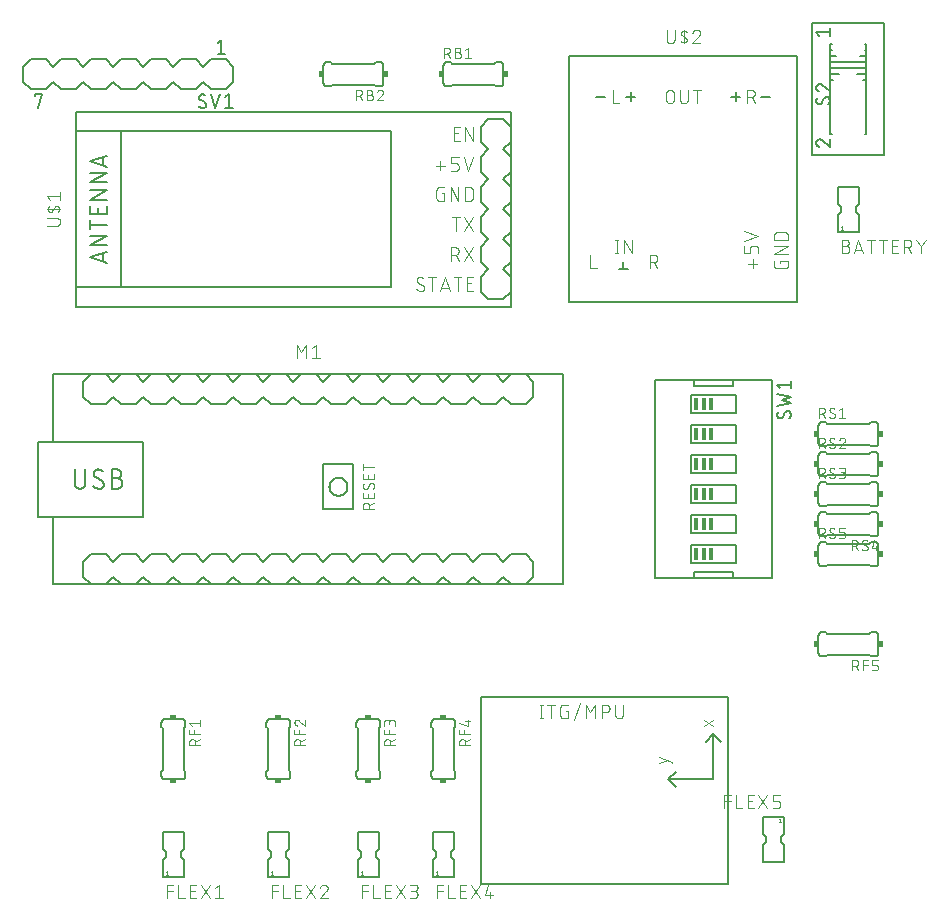
<source format=gbr>
G04 EAGLE Gerber RS-274X export*
G75*
%MOMM*%
%FSLAX34Y34*%
%LPD*%
%INSilkscreen Top*%
%IPPOS*%
%AMOC8*
5,1,8,0,0,1.08239X$1,22.5*%
G01*
%ADD10C,0.203200*%
%ADD11C,0.025400*%
%ADD12C,0.101600*%
%ADD13C,0.127000*%
%ADD14C,0.152400*%
%ADD15C,0.076200*%
%ADD16R,0.381000X0.508000*%
%ADD17R,0.508000X0.381000*%
%ADD18R,0.381000X1.016000*%


D10*
X715400Y603300D02*
X732400Y603300D01*
X732400Y618300D01*
X732400Y626300D02*
X732400Y641300D01*
X715400Y641300D01*
X715400Y626300D01*
X715400Y618300D02*
X715400Y603300D01*
X715400Y618300D02*
X715518Y618358D01*
X715634Y618420D01*
X715748Y618485D01*
X715860Y618553D01*
X715970Y618625D01*
X716078Y618700D01*
X716184Y618778D01*
X716287Y618859D01*
X716388Y618943D01*
X716486Y619030D01*
X716582Y619120D01*
X716675Y619213D01*
X716765Y619309D01*
X716852Y619407D01*
X716937Y619508D01*
X717018Y619611D01*
X717096Y619716D01*
X717171Y619824D01*
X717243Y619934D01*
X717312Y620046D01*
X717377Y620160D01*
X717438Y620276D01*
X717497Y620394D01*
X717552Y620513D01*
X717603Y620634D01*
X717650Y620757D01*
X717694Y620880D01*
X717735Y621006D01*
X717771Y621132D01*
X717804Y621259D01*
X717833Y621387D01*
X717858Y621516D01*
X717879Y621646D01*
X717897Y621776D01*
X717910Y621906D01*
X717920Y622037D01*
X717926Y622169D01*
X717928Y622300D01*
X717926Y622431D01*
X717920Y622563D01*
X717910Y622694D01*
X717897Y622824D01*
X717879Y622954D01*
X717858Y623084D01*
X717833Y623213D01*
X717804Y623341D01*
X717771Y623468D01*
X717735Y623594D01*
X717694Y623720D01*
X717650Y623843D01*
X717603Y623966D01*
X717552Y624087D01*
X717497Y624206D01*
X717438Y624324D01*
X717377Y624440D01*
X717312Y624554D01*
X717243Y624666D01*
X717171Y624776D01*
X717096Y624884D01*
X717018Y624989D01*
X716937Y625092D01*
X716852Y625193D01*
X716765Y625291D01*
X716675Y625387D01*
X716582Y625480D01*
X716486Y625570D01*
X716388Y625657D01*
X716287Y625741D01*
X716184Y625822D01*
X716078Y625900D01*
X715970Y625975D01*
X715860Y626047D01*
X715748Y626115D01*
X715634Y626180D01*
X715518Y626242D01*
X715400Y626300D01*
X732400Y626300D02*
X732282Y626242D01*
X732166Y626180D01*
X732052Y626115D01*
X731940Y626047D01*
X731830Y625975D01*
X731722Y625900D01*
X731616Y625822D01*
X731513Y625741D01*
X731412Y625657D01*
X731314Y625570D01*
X731218Y625480D01*
X731125Y625387D01*
X731035Y625291D01*
X730948Y625193D01*
X730863Y625092D01*
X730782Y624989D01*
X730704Y624884D01*
X730629Y624776D01*
X730557Y624666D01*
X730488Y624554D01*
X730423Y624440D01*
X730362Y624324D01*
X730303Y624206D01*
X730248Y624087D01*
X730197Y623966D01*
X730150Y623843D01*
X730106Y623720D01*
X730065Y623594D01*
X730029Y623468D01*
X729996Y623341D01*
X729967Y623213D01*
X729942Y623084D01*
X729921Y622954D01*
X729903Y622824D01*
X729890Y622694D01*
X729880Y622563D01*
X729874Y622431D01*
X729872Y622300D01*
X729874Y622169D01*
X729880Y622037D01*
X729890Y621906D01*
X729903Y621776D01*
X729921Y621646D01*
X729942Y621516D01*
X729967Y621387D01*
X729996Y621259D01*
X730029Y621132D01*
X730065Y621006D01*
X730106Y620880D01*
X730150Y620757D01*
X730197Y620634D01*
X730248Y620513D01*
X730303Y620394D01*
X730362Y620276D01*
X730423Y620160D01*
X730488Y620046D01*
X730557Y619934D01*
X730629Y619824D01*
X730704Y619716D01*
X730782Y619611D01*
X730863Y619508D01*
X730948Y619407D01*
X731035Y619309D01*
X731125Y619213D01*
X731218Y619120D01*
X731314Y619030D01*
X731412Y618943D01*
X731513Y618859D01*
X731616Y618778D01*
X731722Y618700D01*
X731830Y618625D01*
X731940Y618553D01*
X732052Y618485D01*
X732166Y618420D01*
X732282Y618358D01*
X732400Y618300D01*
D11*
X718303Y607721D02*
X717527Y607100D01*
X718303Y607721D02*
X718303Y604927D01*
X717527Y604927D02*
X719079Y604927D01*
D12*
X718208Y591199D02*
X721454Y591199D01*
X721454Y591200D02*
X721567Y591198D01*
X721680Y591192D01*
X721793Y591182D01*
X721906Y591168D01*
X722018Y591151D01*
X722129Y591129D01*
X722239Y591104D01*
X722349Y591074D01*
X722457Y591041D01*
X722564Y591004D01*
X722670Y590964D01*
X722774Y590919D01*
X722877Y590871D01*
X722978Y590820D01*
X723077Y590765D01*
X723174Y590707D01*
X723269Y590645D01*
X723362Y590580D01*
X723452Y590512D01*
X723540Y590441D01*
X723626Y590366D01*
X723709Y590289D01*
X723789Y590209D01*
X723866Y590126D01*
X723941Y590040D01*
X724012Y589952D01*
X724080Y589862D01*
X724145Y589769D01*
X724207Y589674D01*
X724265Y589577D01*
X724320Y589478D01*
X724371Y589377D01*
X724419Y589274D01*
X724464Y589170D01*
X724504Y589064D01*
X724541Y588957D01*
X724574Y588849D01*
X724604Y588739D01*
X724629Y588629D01*
X724651Y588518D01*
X724668Y588406D01*
X724682Y588293D01*
X724692Y588180D01*
X724698Y588067D01*
X724700Y587954D01*
X724698Y587841D01*
X724692Y587728D01*
X724682Y587615D01*
X724668Y587502D01*
X724651Y587390D01*
X724629Y587279D01*
X724604Y587169D01*
X724574Y587059D01*
X724541Y586951D01*
X724504Y586844D01*
X724464Y586738D01*
X724419Y586634D01*
X724371Y586531D01*
X724320Y586430D01*
X724265Y586331D01*
X724207Y586234D01*
X724145Y586139D01*
X724080Y586046D01*
X724012Y585956D01*
X723941Y585868D01*
X723866Y585782D01*
X723789Y585699D01*
X723709Y585619D01*
X723626Y585542D01*
X723540Y585467D01*
X723452Y585396D01*
X723362Y585328D01*
X723269Y585263D01*
X723174Y585201D01*
X723077Y585143D01*
X722978Y585088D01*
X722877Y585037D01*
X722774Y584989D01*
X722670Y584944D01*
X722564Y584904D01*
X722457Y584867D01*
X722349Y584834D01*
X722239Y584804D01*
X722129Y584779D01*
X722018Y584757D01*
X721906Y584740D01*
X721793Y584726D01*
X721680Y584716D01*
X721567Y584710D01*
X721454Y584708D01*
X718208Y584708D01*
X718208Y596392D01*
X721454Y596392D01*
X721555Y596390D01*
X721655Y596384D01*
X721755Y596374D01*
X721855Y596361D01*
X721954Y596343D01*
X722053Y596322D01*
X722150Y596297D01*
X722247Y596268D01*
X722342Y596235D01*
X722436Y596199D01*
X722528Y596159D01*
X722619Y596116D01*
X722708Y596069D01*
X722795Y596019D01*
X722881Y595965D01*
X722964Y595908D01*
X723044Y595848D01*
X723123Y595785D01*
X723199Y595718D01*
X723272Y595649D01*
X723342Y595577D01*
X723410Y595503D01*
X723475Y595426D01*
X723536Y595346D01*
X723595Y595264D01*
X723650Y595180D01*
X723702Y595094D01*
X723751Y595006D01*
X723796Y594916D01*
X723838Y594824D01*
X723876Y594731D01*
X723910Y594636D01*
X723941Y594541D01*
X723968Y594444D01*
X723991Y594346D01*
X724011Y594247D01*
X724026Y594147D01*
X724038Y594047D01*
X724046Y593947D01*
X724050Y593846D01*
X724050Y593746D01*
X724046Y593645D01*
X724038Y593545D01*
X724026Y593445D01*
X724011Y593345D01*
X723991Y593246D01*
X723968Y593148D01*
X723941Y593051D01*
X723910Y592956D01*
X723876Y592861D01*
X723838Y592768D01*
X723796Y592676D01*
X723751Y592586D01*
X723702Y592498D01*
X723650Y592412D01*
X723595Y592328D01*
X723536Y592246D01*
X723475Y592166D01*
X723410Y592089D01*
X723342Y592015D01*
X723272Y591943D01*
X723199Y591874D01*
X723123Y591807D01*
X723044Y591744D01*
X722964Y591684D01*
X722881Y591627D01*
X722795Y591573D01*
X722708Y591523D01*
X722619Y591476D01*
X722528Y591433D01*
X722436Y591393D01*
X722342Y591357D01*
X722247Y591324D01*
X722150Y591295D01*
X722053Y591270D01*
X721954Y591249D01*
X721855Y591231D01*
X721755Y591218D01*
X721655Y591208D01*
X721555Y591202D01*
X721454Y591200D01*
X728439Y584708D02*
X732333Y596392D01*
X736228Y584708D01*
X735254Y587629D02*
X729412Y587629D01*
X743001Y584708D02*
X743001Y596392D01*
X739756Y596392D02*
X746247Y596392D01*
X752907Y596392D02*
X752907Y584708D01*
X749662Y596392D02*
X756153Y596392D01*
X760733Y584708D02*
X765926Y584708D01*
X760733Y584708D02*
X760733Y596392D01*
X765926Y596392D01*
X764628Y591199D02*
X760733Y591199D01*
X770690Y596392D02*
X770690Y584708D01*
X770690Y596392D02*
X773936Y596392D01*
X774049Y596390D01*
X774162Y596384D01*
X774275Y596374D01*
X774388Y596360D01*
X774500Y596343D01*
X774611Y596321D01*
X774721Y596296D01*
X774831Y596266D01*
X774939Y596233D01*
X775046Y596196D01*
X775152Y596156D01*
X775256Y596111D01*
X775359Y596063D01*
X775460Y596012D01*
X775559Y595957D01*
X775656Y595899D01*
X775751Y595837D01*
X775844Y595772D01*
X775934Y595704D01*
X776022Y595633D01*
X776108Y595558D01*
X776191Y595481D01*
X776271Y595401D01*
X776348Y595318D01*
X776423Y595232D01*
X776494Y595144D01*
X776562Y595054D01*
X776627Y594961D01*
X776689Y594866D01*
X776747Y594769D01*
X776802Y594670D01*
X776853Y594569D01*
X776901Y594466D01*
X776946Y594362D01*
X776986Y594256D01*
X777023Y594149D01*
X777056Y594041D01*
X777086Y593931D01*
X777111Y593821D01*
X777133Y593710D01*
X777150Y593598D01*
X777164Y593485D01*
X777174Y593372D01*
X777180Y593259D01*
X777182Y593146D01*
X777180Y593033D01*
X777174Y592920D01*
X777164Y592807D01*
X777150Y592694D01*
X777133Y592582D01*
X777111Y592471D01*
X777086Y592361D01*
X777056Y592251D01*
X777023Y592143D01*
X776986Y592036D01*
X776946Y591930D01*
X776901Y591826D01*
X776853Y591723D01*
X776802Y591622D01*
X776747Y591523D01*
X776689Y591426D01*
X776627Y591331D01*
X776562Y591238D01*
X776494Y591148D01*
X776423Y591060D01*
X776348Y590974D01*
X776271Y590891D01*
X776191Y590811D01*
X776108Y590734D01*
X776022Y590659D01*
X775934Y590588D01*
X775844Y590520D01*
X775751Y590455D01*
X775656Y590393D01*
X775559Y590335D01*
X775460Y590280D01*
X775359Y590229D01*
X775256Y590181D01*
X775152Y590136D01*
X775046Y590096D01*
X774939Y590059D01*
X774831Y590026D01*
X774721Y589996D01*
X774611Y589971D01*
X774500Y589949D01*
X774388Y589932D01*
X774275Y589918D01*
X774162Y589908D01*
X774049Y589902D01*
X773936Y589900D01*
X773936Y589901D02*
X770690Y589901D01*
X774585Y589901D02*
X777181Y584708D01*
X785292Y590875D02*
X781397Y596392D01*
X785292Y590875D02*
X789187Y596392D01*
X785292Y590875D02*
X785292Y584708D01*
D10*
X160900Y57200D02*
X143900Y57200D01*
X160900Y57200D02*
X160900Y72200D01*
X160900Y80200D02*
X160900Y95200D01*
X143900Y95200D01*
X143900Y80200D01*
X143900Y72200D02*
X143900Y57200D01*
X143900Y72200D02*
X144018Y72258D01*
X144134Y72320D01*
X144248Y72385D01*
X144360Y72453D01*
X144470Y72525D01*
X144578Y72600D01*
X144684Y72678D01*
X144787Y72759D01*
X144888Y72843D01*
X144986Y72930D01*
X145082Y73020D01*
X145175Y73113D01*
X145265Y73209D01*
X145352Y73307D01*
X145437Y73408D01*
X145518Y73511D01*
X145596Y73616D01*
X145671Y73724D01*
X145743Y73834D01*
X145812Y73946D01*
X145877Y74060D01*
X145938Y74176D01*
X145997Y74294D01*
X146052Y74413D01*
X146103Y74534D01*
X146150Y74657D01*
X146194Y74780D01*
X146235Y74906D01*
X146271Y75032D01*
X146304Y75159D01*
X146333Y75287D01*
X146358Y75416D01*
X146379Y75546D01*
X146397Y75676D01*
X146410Y75806D01*
X146420Y75937D01*
X146426Y76069D01*
X146428Y76200D01*
X146426Y76331D01*
X146420Y76463D01*
X146410Y76594D01*
X146397Y76724D01*
X146379Y76854D01*
X146358Y76984D01*
X146333Y77113D01*
X146304Y77241D01*
X146271Y77368D01*
X146235Y77494D01*
X146194Y77620D01*
X146150Y77743D01*
X146103Y77866D01*
X146052Y77987D01*
X145997Y78106D01*
X145938Y78224D01*
X145877Y78340D01*
X145812Y78454D01*
X145743Y78566D01*
X145671Y78676D01*
X145596Y78784D01*
X145518Y78889D01*
X145437Y78992D01*
X145352Y79093D01*
X145265Y79191D01*
X145175Y79287D01*
X145082Y79380D01*
X144986Y79470D01*
X144888Y79557D01*
X144787Y79641D01*
X144684Y79722D01*
X144578Y79800D01*
X144470Y79875D01*
X144360Y79947D01*
X144248Y80015D01*
X144134Y80080D01*
X144018Y80142D01*
X143900Y80200D01*
X160900Y80200D02*
X160782Y80142D01*
X160666Y80080D01*
X160552Y80015D01*
X160440Y79947D01*
X160330Y79875D01*
X160222Y79800D01*
X160116Y79722D01*
X160013Y79641D01*
X159912Y79557D01*
X159814Y79470D01*
X159718Y79380D01*
X159625Y79287D01*
X159535Y79191D01*
X159448Y79093D01*
X159363Y78992D01*
X159282Y78889D01*
X159204Y78784D01*
X159129Y78676D01*
X159057Y78566D01*
X158988Y78454D01*
X158923Y78340D01*
X158862Y78224D01*
X158803Y78106D01*
X158748Y77987D01*
X158697Y77866D01*
X158650Y77743D01*
X158606Y77620D01*
X158565Y77494D01*
X158529Y77368D01*
X158496Y77241D01*
X158467Y77113D01*
X158442Y76984D01*
X158421Y76854D01*
X158403Y76724D01*
X158390Y76594D01*
X158380Y76463D01*
X158374Y76331D01*
X158372Y76200D01*
X158374Y76069D01*
X158380Y75937D01*
X158390Y75806D01*
X158403Y75676D01*
X158421Y75546D01*
X158442Y75416D01*
X158467Y75287D01*
X158496Y75159D01*
X158529Y75032D01*
X158565Y74906D01*
X158606Y74780D01*
X158650Y74657D01*
X158697Y74534D01*
X158748Y74413D01*
X158803Y74294D01*
X158862Y74176D01*
X158923Y74060D01*
X158988Y73946D01*
X159057Y73834D01*
X159129Y73724D01*
X159204Y73616D01*
X159282Y73511D01*
X159363Y73408D01*
X159448Y73307D01*
X159535Y73209D01*
X159625Y73113D01*
X159718Y73020D01*
X159814Y72930D01*
X159912Y72843D01*
X160013Y72759D01*
X160116Y72678D01*
X160222Y72600D01*
X160330Y72525D01*
X160440Y72453D01*
X160552Y72385D01*
X160666Y72320D01*
X160782Y72258D01*
X160900Y72200D01*
D11*
X146803Y61621D02*
X146027Y61000D01*
X146803Y61621D02*
X146803Y58827D01*
X146027Y58827D02*
X147579Y58827D01*
D12*
X146708Y50292D02*
X146708Y38608D01*
X146708Y50292D02*
X151901Y50292D01*
X151901Y45099D02*
X146708Y45099D01*
X156614Y50292D02*
X156614Y38608D01*
X161807Y38608D01*
X166520Y38608D02*
X171713Y38608D01*
X166520Y38608D02*
X166520Y50292D01*
X171713Y50292D01*
X170415Y45099D02*
X166520Y45099D01*
X175373Y38608D02*
X183163Y50292D01*
X175373Y50292D02*
X183163Y38608D01*
X187452Y47696D02*
X190698Y50292D01*
X190698Y38608D01*
X187452Y38608D02*
X193944Y38608D01*
D10*
X232800Y57200D02*
X249800Y57200D01*
X249800Y72200D01*
X249800Y80200D02*
X249800Y95200D01*
X232800Y95200D01*
X232800Y80200D01*
X232800Y72200D02*
X232800Y57200D01*
X232800Y72200D02*
X232918Y72258D01*
X233034Y72320D01*
X233148Y72385D01*
X233260Y72453D01*
X233370Y72525D01*
X233478Y72600D01*
X233584Y72678D01*
X233687Y72759D01*
X233788Y72843D01*
X233886Y72930D01*
X233982Y73020D01*
X234075Y73113D01*
X234165Y73209D01*
X234252Y73307D01*
X234337Y73408D01*
X234418Y73511D01*
X234496Y73616D01*
X234571Y73724D01*
X234643Y73834D01*
X234712Y73946D01*
X234777Y74060D01*
X234838Y74176D01*
X234897Y74294D01*
X234952Y74413D01*
X235003Y74534D01*
X235050Y74657D01*
X235094Y74780D01*
X235135Y74906D01*
X235171Y75032D01*
X235204Y75159D01*
X235233Y75287D01*
X235258Y75416D01*
X235279Y75546D01*
X235297Y75676D01*
X235310Y75806D01*
X235320Y75937D01*
X235326Y76069D01*
X235328Y76200D01*
X235326Y76331D01*
X235320Y76463D01*
X235310Y76594D01*
X235297Y76724D01*
X235279Y76854D01*
X235258Y76984D01*
X235233Y77113D01*
X235204Y77241D01*
X235171Y77368D01*
X235135Y77494D01*
X235094Y77620D01*
X235050Y77743D01*
X235003Y77866D01*
X234952Y77987D01*
X234897Y78106D01*
X234838Y78224D01*
X234777Y78340D01*
X234712Y78454D01*
X234643Y78566D01*
X234571Y78676D01*
X234496Y78784D01*
X234418Y78889D01*
X234337Y78992D01*
X234252Y79093D01*
X234165Y79191D01*
X234075Y79287D01*
X233982Y79380D01*
X233886Y79470D01*
X233788Y79557D01*
X233687Y79641D01*
X233584Y79722D01*
X233478Y79800D01*
X233370Y79875D01*
X233260Y79947D01*
X233148Y80015D01*
X233034Y80080D01*
X232918Y80142D01*
X232800Y80200D01*
X249800Y80200D02*
X249682Y80142D01*
X249566Y80080D01*
X249452Y80015D01*
X249340Y79947D01*
X249230Y79875D01*
X249122Y79800D01*
X249016Y79722D01*
X248913Y79641D01*
X248812Y79557D01*
X248714Y79470D01*
X248618Y79380D01*
X248525Y79287D01*
X248435Y79191D01*
X248348Y79093D01*
X248263Y78992D01*
X248182Y78889D01*
X248104Y78784D01*
X248029Y78676D01*
X247957Y78566D01*
X247888Y78454D01*
X247823Y78340D01*
X247762Y78224D01*
X247703Y78106D01*
X247648Y77987D01*
X247597Y77866D01*
X247550Y77743D01*
X247506Y77620D01*
X247465Y77494D01*
X247429Y77368D01*
X247396Y77241D01*
X247367Y77113D01*
X247342Y76984D01*
X247321Y76854D01*
X247303Y76724D01*
X247290Y76594D01*
X247280Y76463D01*
X247274Y76331D01*
X247272Y76200D01*
X247274Y76069D01*
X247280Y75937D01*
X247290Y75806D01*
X247303Y75676D01*
X247321Y75546D01*
X247342Y75416D01*
X247367Y75287D01*
X247396Y75159D01*
X247429Y75032D01*
X247465Y74906D01*
X247506Y74780D01*
X247550Y74657D01*
X247597Y74534D01*
X247648Y74413D01*
X247703Y74294D01*
X247762Y74176D01*
X247823Y74060D01*
X247888Y73946D01*
X247957Y73834D01*
X248029Y73724D01*
X248104Y73616D01*
X248182Y73511D01*
X248263Y73408D01*
X248348Y73307D01*
X248435Y73209D01*
X248525Y73113D01*
X248618Y73020D01*
X248714Y72930D01*
X248812Y72843D01*
X248913Y72759D01*
X249016Y72678D01*
X249122Y72600D01*
X249230Y72525D01*
X249340Y72453D01*
X249452Y72385D01*
X249566Y72320D01*
X249682Y72258D01*
X249800Y72200D01*
D11*
X235703Y61621D02*
X234927Y61000D01*
X235703Y61621D02*
X235703Y58827D01*
X234927Y58827D02*
X236479Y58827D01*
D12*
X235608Y50292D02*
X235608Y38608D01*
X235608Y50292D02*
X240801Y50292D01*
X240801Y45099D02*
X235608Y45099D01*
X245514Y50292D02*
X245514Y38608D01*
X250707Y38608D01*
X255420Y38608D02*
X260613Y38608D01*
X255420Y38608D02*
X255420Y50292D01*
X260613Y50292D01*
X259315Y45099D02*
X255420Y45099D01*
X264273Y38608D02*
X272063Y50292D01*
X264273Y50292D02*
X272063Y38608D01*
X282844Y47371D02*
X282842Y47478D01*
X282836Y47584D01*
X282826Y47690D01*
X282813Y47796D01*
X282795Y47902D01*
X282774Y48006D01*
X282749Y48110D01*
X282720Y48213D01*
X282688Y48314D01*
X282651Y48414D01*
X282611Y48513D01*
X282568Y48611D01*
X282521Y48707D01*
X282470Y48801D01*
X282416Y48893D01*
X282359Y48983D01*
X282299Y49071D01*
X282235Y49156D01*
X282168Y49239D01*
X282098Y49320D01*
X282026Y49398D01*
X281950Y49474D01*
X281872Y49546D01*
X281791Y49616D01*
X281708Y49683D01*
X281623Y49747D01*
X281535Y49807D01*
X281445Y49864D01*
X281353Y49918D01*
X281259Y49969D01*
X281163Y50016D01*
X281065Y50059D01*
X280966Y50099D01*
X280866Y50136D01*
X280765Y50168D01*
X280662Y50197D01*
X280558Y50222D01*
X280454Y50243D01*
X280348Y50261D01*
X280242Y50274D01*
X280136Y50284D01*
X280030Y50290D01*
X279923Y50292D01*
X279802Y50290D01*
X279681Y50284D01*
X279561Y50274D01*
X279440Y50261D01*
X279321Y50243D01*
X279201Y50222D01*
X279083Y50197D01*
X278966Y50168D01*
X278849Y50135D01*
X278734Y50099D01*
X278620Y50058D01*
X278507Y50015D01*
X278395Y49967D01*
X278286Y49916D01*
X278178Y49861D01*
X278071Y49803D01*
X277967Y49742D01*
X277865Y49677D01*
X277765Y49609D01*
X277667Y49538D01*
X277571Y49464D01*
X277478Y49387D01*
X277388Y49306D01*
X277300Y49223D01*
X277215Y49137D01*
X277132Y49048D01*
X277053Y48957D01*
X276976Y48863D01*
X276903Y48767D01*
X276833Y48669D01*
X276766Y48568D01*
X276702Y48465D01*
X276642Y48360D01*
X276585Y48253D01*
X276531Y48145D01*
X276481Y48035D01*
X276435Y47923D01*
X276392Y47810D01*
X276353Y47695D01*
X281870Y45099D02*
X281949Y45176D01*
X282025Y45257D01*
X282098Y45340D01*
X282168Y45425D01*
X282235Y45513D01*
X282299Y45603D01*
X282359Y45695D01*
X282416Y45790D01*
X282470Y45886D01*
X282521Y45984D01*
X282568Y46084D01*
X282612Y46186D01*
X282652Y46289D01*
X282688Y46393D01*
X282720Y46499D01*
X282749Y46605D01*
X282774Y46713D01*
X282796Y46821D01*
X282813Y46931D01*
X282827Y47040D01*
X282836Y47150D01*
X282842Y47261D01*
X282844Y47371D01*
X281870Y45099D02*
X276352Y38608D01*
X282844Y38608D01*
D10*
X309000Y57200D02*
X326000Y57200D01*
X326000Y72200D01*
X326000Y80200D02*
X326000Y95200D01*
X309000Y95200D01*
X309000Y80200D01*
X309000Y72200D02*
X309000Y57200D01*
X309000Y72200D02*
X309118Y72258D01*
X309234Y72320D01*
X309348Y72385D01*
X309460Y72453D01*
X309570Y72525D01*
X309678Y72600D01*
X309784Y72678D01*
X309887Y72759D01*
X309988Y72843D01*
X310086Y72930D01*
X310182Y73020D01*
X310275Y73113D01*
X310365Y73209D01*
X310452Y73307D01*
X310537Y73408D01*
X310618Y73511D01*
X310696Y73616D01*
X310771Y73724D01*
X310843Y73834D01*
X310912Y73946D01*
X310977Y74060D01*
X311038Y74176D01*
X311097Y74294D01*
X311152Y74413D01*
X311203Y74534D01*
X311250Y74657D01*
X311294Y74780D01*
X311335Y74906D01*
X311371Y75032D01*
X311404Y75159D01*
X311433Y75287D01*
X311458Y75416D01*
X311479Y75546D01*
X311497Y75676D01*
X311510Y75806D01*
X311520Y75937D01*
X311526Y76069D01*
X311528Y76200D01*
X311526Y76331D01*
X311520Y76463D01*
X311510Y76594D01*
X311497Y76724D01*
X311479Y76854D01*
X311458Y76984D01*
X311433Y77113D01*
X311404Y77241D01*
X311371Y77368D01*
X311335Y77494D01*
X311294Y77620D01*
X311250Y77743D01*
X311203Y77866D01*
X311152Y77987D01*
X311097Y78106D01*
X311038Y78224D01*
X310977Y78340D01*
X310912Y78454D01*
X310843Y78566D01*
X310771Y78676D01*
X310696Y78784D01*
X310618Y78889D01*
X310537Y78992D01*
X310452Y79093D01*
X310365Y79191D01*
X310275Y79287D01*
X310182Y79380D01*
X310086Y79470D01*
X309988Y79557D01*
X309887Y79641D01*
X309784Y79722D01*
X309678Y79800D01*
X309570Y79875D01*
X309460Y79947D01*
X309348Y80015D01*
X309234Y80080D01*
X309118Y80142D01*
X309000Y80200D01*
X326000Y80200D02*
X325882Y80142D01*
X325766Y80080D01*
X325652Y80015D01*
X325540Y79947D01*
X325430Y79875D01*
X325322Y79800D01*
X325216Y79722D01*
X325113Y79641D01*
X325012Y79557D01*
X324914Y79470D01*
X324818Y79380D01*
X324725Y79287D01*
X324635Y79191D01*
X324548Y79093D01*
X324463Y78992D01*
X324382Y78889D01*
X324304Y78784D01*
X324229Y78676D01*
X324157Y78566D01*
X324088Y78454D01*
X324023Y78340D01*
X323962Y78224D01*
X323903Y78106D01*
X323848Y77987D01*
X323797Y77866D01*
X323750Y77743D01*
X323706Y77620D01*
X323665Y77494D01*
X323629Y77368D01*
X323596Y77241D01*
X323567Y77113D01*
X323542Y76984D01*
X323521Y76854D01*
X323503Y76724D01*
X323490Y76594D01*
X323480Y76463D01*
X323474Y76331D01*
X323472Y76200D01*
X323474Y76069D01*
X323480Y75937D01*
X323490Y75806D01*
X323503Y75676D01*
X323521Y75546D01*
X323542Y75416D01*
X323567Y75287D01*
X323596Y75159D01*
X323629Y75032D01*
X323665Y74906D01*
X323706Y74780D01*
X323750Y74657D01*
X323797Y74534D01*
X323848Y74413D01*
X323903Y74294D01*
X323962Y74176D01*
X324023Y74060D01*
X324088Y73946D01*
X324157Y73834D01*
X324229Y73724D01*
X324304Y73616D01*
X324382Y73511D01*
X324463Y73408D01*
X324548Y73307D01*
X324635Y73209D01*
X324725Y73113D01*
X324818Y73020D01*
X324914Y72930D01*
X325012Y72843D01*
X325113Y72759D01*
X325216Y72678D01*
X325322Y72600D01*
X325430Y72525D01*
X325540Y72453D01*
X325652Y72385D01*
X325766Y72320D01*
X325882Y72258D01*
X326000Y72200D01*
D11*
X311903Y61621D02*
X311127Y61000D01*
X311903Y61621D02*
X311903Y58827D01*
X311127Y58827D02*
X312679Y58827D01*
D12*
X311808Y50292D02*
X311808Y38608D01*
X311808Y50292D02*
X317001Y50292D01*
X317001Y45099D02*
X311808Y45099D01*
X321714Y50292D02*
X321714Y38608D01*
X326907Y38608D01*
X331620Y38608D02*
X336813Y38608D01*
X331620Y38608D02*
X331620Y50292D01*
X336813Y50292D01*
X335515Y45099D02*
X331620Y45099D01*
X340473Y38608D02*
X348263Y50292D01*
X340473Y50292D02*
X348263Y38608D01*
X352552Y38608D02*
X355798Y38608D01*
X355911Y38610D01*
X356024Y38616D01*
X356137Y38626D01*
X356250Y38640D01*
X356362Y38657D01*
X356473Y38679D01*
X356583Y38704D01*
X356693Y38734D01*
X356801Y38767D01*
X356908Y38804D01*
X357014Y38844D01*
X357118Y38889D01*
X357221Y38937D01*
X357322Y38988D01*
X357421Y39043D01*
X357518Y39101D01*
X357613Y39163D01*
X357706Y39228D01*
X357796Y39296D01*
X357884Y39367D01*
X357970Y39442D01*
X358053Y39519D01*
X358133Y39599D01*
X358210Y39682D01*
X358285Y39768D01*
X358356Y39856D01*
X358424Y39946D01*
X358489Y40039D01*
X358551Y40134D01*
X358609Y40231D01*
X358664Y40330D01*
X358715Y40431D01*
X358763Y40534D01*
X358808Y40638D01*
X358848Y40744D01*
X358885Y40851D01*
X358918Y40959D01*
X358948Y41069D01*
X358973Y41179D01*
X358995Y41290D01*
X359012Y41402D01*
X359026Y41515D01*
X359036Y41628D01*
X359042Y41741D01*
X359044Y41854D01*
X359042Y41967D01*
X359036Y42080D01*
X359026Y42193D01*
X359012Y42306D01*
X358995Y42418D01*
X358973Y42529D01*
X358948Y42639D01*
X358918Y42749D01*
X358885Y42857D01*
X358848Y42964D01*
X358808Y43070D01*
X358763Y43174D01*
X358715Y43277D01*
X358664Y43378D01*
X358609Y43477D01*
X358551Y43574D01*
X358489Y43669D01*
X358424Y43762D01*
X358356Y43852D01*
X358285Y43940D01*
X358210Y44026D01*
X358133Y44109D01*
X358053Y44189D01*
X357970Y44266D01*
X357884Y44341D01*
X357796Y44412D01*
X357706Y44480D01*
X357613Y44545D01*
X357518Y44607D01*
X357421Y44665D01*
X357322Y44720D01*
X357221Y44771D01*
X357118Y44819D01*
X357014Y44864D01*
X356908Y44904D01*
X356801Y44941D01*
X356693Y44974D01*
X356583Y45004D01*
X356473Y45029D01*
X356362Y45051D01*
X356250Y45068D01*
X356137Y45082D01*
X356024Y45092D01*
X355911Y45098D01*
X355798Y45100D01*
X356447Y50292D02*
X352552Y50292D01*
X356447Y50292D02*
X356548Y50290D01*
X356648Y50284D01*
X356748Y50274D01*
X356848Y50261D01*
X356947Y50243D01*
X357046Y50222D01*
X357143Y50197D01*
X357240Y50168D01*
X357335Y50135D01*
X357429Y50099D01*
X357521Y50059D01*
X357612Y50016D01*
X357701Y49969D01*
X357788Y49919D01*
X357874Y49865D01*
X357957Y49808D01*
X358037Y49748D01*
X358116Y49685D01*
X358192Y49618D01*
X358265Y49549D01*
X358335Y49477D01*
X358403Y49403D01*
X358468Y49326D01*
X358529Y49246D01*
X358588Y49164D01*
X358643Y49080D01*
X358695Y48994D01*
X358744Y48906D01*
X358789Y48816D01*
X358831Y48724D01*
X358869Y48631D01*
X358903Y48536D01*
X358934Y48441D01*
X358961Y48344D01*
X358984Y48246D01*
X359004Y48147D01*
X359019Y48047D01*
X359031Y47947D01*
X359039Y47847D01*
X359043Y47746D01*
X359043Y47646D01*
X359039Y47545D01*
X359031Y47445D01*
X359019Y47345D01*
X359004Y47245D01*
X358984Y47146D01*
X358961Y47048D01*
X358934Y46951D01*
X358903Y46856D01*
X358869Y46761D01*
X358831Y46668D01*
X358789Y46576D01*
X358744Y46486D01*
X358695Y46398D01*
X358643Y46312D01*
X358588Y46228D01*
X358529Y46146D01*
X358468Y46066D01*
X358403Y45989D01*
X358335Y45915D01*
X358265Y45843D01*
X358192Y45774D01*
X358116Y45707D01*
X358037Y45644D01*
X357957Y45584D01*
X357874Y45527D01*
X357788Y45473D01*
X357701Y45423D01*
X357612Y45376D01*
X357521Y45333D01*
X357429Y45293D01*
X357335Y45257D01*
X357240Y45224D01*
X357143Y45195D01*
X357046Y45170D01*
X356947Y45149D01*
X356848Y45131D01*
X356748Y45118D01*
X356648Y45108D01*
X356548Y45102D01*
X356447Y45100D01*
X356447Y45099D02*
X353851Y45099D01*
D10*
X372500Y57200D02*
X389500Y57200D01*
X389500Y72200D01*
X389500Y80200D02*
X389500Y95200D01*
X372500Y95200D01*
X372500Y80200D01*
X372500Y72200D02*
X372500Y57200D01*
X372500Y72200D02*
X372618Y72258D01*
X372734Y72320D01*
X372848Y72385D01*
X372960Y72453D01*
X373070Y72525D01*
X373178Y72600D01*
X373284Y72678D01*
X373387Y72759D01*
X373488Y72843D01*
X373586Y72930D01*
X373682Y73020D01*
X373775Y73113D01*
X373865Y73209D01*
X373952Y73307D01*
X374037Y73408D01*
X374118Y73511D01*
X374196Y73616D01*
X374271Y73724D01*
X374343Y73834D01*
X374412Y73946D01*
X374477Y74060D01*
X374538Y74176D01*
X374597Y74294D01*
X374652Y74413D01*
X374703Y74534D01*
X374750Y74657D01*
X374794Y74780D01*
X374835Y74906D01*
X374871Y75032D01*
X374904Y75159D01*
X374933Y75287D01*
X374958Y75416D01*
X374979Y75546D01*
X374997Y75676D01*
X375010Y75806D01*
X375020Y75937D01*
X375026Y76069D01*
X375028Y76200D01*
X375026Y76331D01*
X375020Y76463D01*
X375010Y76594D01*
X374997Y76724D01*
X374979Y76854D01*
X374958Y76984D01*
X374933Y77113D01*
X374904Y77241D01*
X374871Y77368D01*
X374835Y77494D01*
X374794Y77620D01*
X374750Y77743D01*
X374703Y77866D01*
X374652Y77987D01*
X374597Y78106D01*
X374538Y78224D01*
X374477Y78340D01*
X374412Y78454D01*
X374343Y78566D01*
X374271Y78676D01*
X374196Y78784D01*
X374118Y78889D01*
X374037Y78992D01*
X373952Y79093D01*
X373865Y79191D01*
X373775Y79287D01*
X373682Y79380D01*
X373586Y79470D01*
X373488Y79557D01*
X373387Y79641D01*
X373284Y79722D01*
X373178Y79800D01*
X373070Y79875D01*
X372960Y79947D01*
X372848Y80015D01*
X372734Y80080D01*
X372618Y80142D01*
X372500Y80200D01*
X389500Y80200D02*
X389382Y80142D01*
X389266Y80080D01*
X389152Y80015D01*
X389040Y79947D01*
X388930Y79875D01*
X388822Y79800D01*
X388716Y79722D01*
X388613Y79641D01*
X388512Y79557D01*
X388414Y79470D01*
X388318Y79380D01*
X388225Y79287D01*
X388135Y79191D01*
X388048Y79093D01*
X387963Y78992D01*
X387882Y78889D01*
X387804Y78784D01*
X387729Y78676D01*
X387657Y78566D01*
X387588Y78454D01*
X387523Y78340D01*
X387462Y78224D01*
X387403Y78106D01*
X387348Y77987D01*
X387297Y77866D01*
X387250Y77743D01*
X387206Y77620D01*
X387165Y77494D01*
X387129Y77368D01*
X387096Y77241D01*
X387067Y77113D01*
X387042Y76984D01*
X387021Y76854D01*
X387003Y76724D01*
X386990Y76594D01*
X386980Y76463D01*
X386974Y76331D01*
X386972Y76200D01*
X386974Y76069D01*
X386980Y75937D01*
X386990Y75806D01*
X387003Y75676D01*
X387021Y75546D01*
X387042Y75416D01*
X387067Y75287D01*
X387096Y75159D01*
X387129Y75032D01*
X387165Y74906D01*
X387206Y74780D01*
X387250Y74657D01*
X387297Y74534D01*
X387348Y74413D01*
X387403Y74294D01*
X387462Y74176D01*
X387523Y74060D01*
X387588Y73946D01*
X387657Y73834D01*
X387729Y73724D01*
X387804Y73616D01*
X387882Y73511D01*
X387963Y73408D01*
X388048Y73307D01*
X388135Y73209D01*
X388225Y73113D01*
X388318Y73020D01*
X388414Y72930D01*
X388512Y72843D01*
X388613Y72759D01*
X388716Y72678D01*
X388822Y72600D01*
X388930Y72525D01*
X389040Y72453D01*
X389152Y72385D01*
X389266Y72320D01*
X389382Y72258D01*
X389500Y72200D01*
D11*
X375403Y61621D02*
X374627Y61000D01*
X375403Y61621D02*
X375403Y58827D01*
X374627Y58827D02*
X376179Y58827D01*
D12*
X375308Y50292D02*
X375308Y38608D01*
X375308Y50292D02*
X380501Y50292D01*
X380501Y45099D02*
X375308Y45099D01*
X385214Y50292D02*
X385214Y38608D01*
X390407Y38608D01*
X395120Y38608D02*
X400313Y38608D01*
X395120Y38608D02*
X395120Y50292D01*
X400313Y50292D01*
X399015Y45099D02*
X395120Y45099D01*
X403973Y38608D02*
X411763Y50292D01*
X403973Y50292D02*
X411763Y38608D01*
X416052Y41204D02*
X418649Y50292D01*
X416052Y41204D02*
X422544Y41204D01*
X420596Y38608D02*
X420596Y43801D01*
D10*
X651900Y107900D02*
X668900Y107900D01*
X651900Y107900D02*
X651900Y92900D01*
X651900Y84900D02*
X651900Y69900D01*
X668900Y69900D01*
X668900Y84900D01*
X668900Y92900D02*
X668900Y107900D01*
X668900Y92900D02*
X668782Y92842D01*
X668666Y92780D01*
X668552Y92715D01*
X668440Y92647D01*
X668330Y92575D01*
X668222Y92500D01*
X668116Y92422D01*
X668013Y92341D01*
X667912Y92257D01*
X667814Y92170D01*
X667718Y92080D01*
X667625Y91987D01*
X667535Y91891D01*
X667448Y91793D01*
X667363Y91692D01*
X667282Y91589D01*
X667204Y91484D01*
X667129Y91376D01*
X667057Y91266D01*
X666988Y91154D01*
X666923Y91040D01*
X666862Y90924D01*
X666803Y90806D01*
X666748Y90687D01*
X666697Y90566D01*
X666650Y90443D01*
X666606Y90320D01*
X666565Y90194D01*
X666529Y90068D01*
X666496Y89941D01*
X666467Y89813D01*
X666442Y89684D01*
X666421Y89554D01*
X666403Y89424D01*
X666390Y89294D01*
X666380Y89163D01*
X666374Y89031D01*
X666372Y88900D01*
X666374Y88769D01*
X666380Y88637D01*
X666390Y88506D01*
X666403Y88376D01*
X666421Y88246D01*
X666442Y88116D01*
X666467Y87987D01*
X666496Y87859D01*
X666529Y87732D01*
X666565Y87606D01*
X666606Y87480D01*
X666650Y87357D01*
X666697Y87234D01*
X666748Y87113D01*
X666803Y86994D01*
X666862Y86876D01*
X666923Y86760D01*
X666988Y86646D01*
X667057Y86534D01*
X667129Y86424D01*
X667204Y86316D01*
X667282Y86211D01*
X667363Y86108D01*
X667448Y86007D01*
X667535Y85909D01*
X667625Y85813D01*
X667718Y85720D01*
X667814Y85630D01*
X667912Y85543D01*
X668013Y85459D01*
X668116Y85378D01*
X668222Y85300D01*
X668330Y85225D01*
X668440Y85153D01*
X668552Y85085D01*
X668666Y85020D01*
X668782Y84958D01*
X668900Y84900D01*
X651900Y84900D02*
X652018Y84958D01*
X652134Y85020D01*
X652248Y85085D01*
X652360Y85153D01*
X652470Y85225D01*
X652578Y85300D01*
X652684Y85378D01*
X652787Y85459D01*
X652888Y85543D01*
X652986Y85630D01*
X653082Y85720D01*
X653175Y85813D01*
X653265Y85909D01*
X653352Y86007D01*
X653437Y86108D01*
X653518Y86211D01*
X653596Y86316D01*
X653671Y86424D01*
X653743Y86534D01*
X653812Y86646D01*
X653877Y86760D01*
X653938Y86876D01*
X653997Y86994D01*
X654052Y87113D01*
X654103Y87234D01*
X654150Y87357D01*
X654194Y87480D01*
X654235Y87606D01*
X654271Y87732D01*
X654304Y87859D01*
X654333Y87987D01*
X654358Y88116D01*
X654379Y88246D01*
X654397Y88376D01*
X654410Y88506D01*
X654420Y88637D01*
X654426Y88769D01*
X654428Y88900D01*
X654426Y89031D01*
X654420Y89163D01*
X654410Y89294D01*
X654397Y89424D01*
X654379Y89554D01*
X654358Y89684D01*
X654333Y89813D01*
X654304Y89941D01*
X654271Y90068D01*
X654235Y90194D01*
X654194Y90320D01*
X654150Y90443D01*
X654103Y90566D01*
X654052Y90687D01*
X653997Y90806D01*
X653938Y90924D01*
X653877Y91040D01*
X653812Y91154D01*
X653743Y91266D01*
X653671Y91376D01*
X653596Y91484D01*
X653518Y91589D01*
X653437Y91692D01*
X653352Y91793D01*
X653265Y91891D01*
X653175Y91987D01*
X653082Y92080D01*
X652986Y92170D01*
X652888Y92257D01*
X652787Y92341D01*
X652684Y92422D01*
X652578Y92500D01*
X652470Y92575D01*
X652360Y92647D01*
X652248Y92715D01*
X652134Y92780D01*
X652018Y92842D01*
X651900Y92900D01*
D11*
X665221Y105652D02*
X665997Y106273D01*
X665997Y103479D01*
X665221Y103479D02*
X666773Y103479D01*
D12*
X618857Y114808D02*
X618857Y126492D01*
X624049Y126492D01*
X624049Y121299D02*
X618857Y121299D01*
X628763Y126492D02*
X628763Y114808D01*
X633955Y114808D01*
X638669Y114808D02*
X643861Y114808D01*
X638669Y114808D02*
X638669Y126492D01*
X643861Y126492D01*
X642563Y121299D02*
X638669Y121299D01*
X647522Y114808D02*
X655311Y126492D01*
X647522Y126492D02*
X655311Y114808D01*
X659601Y114808D02*
X663496Y114808D01*
X663595Y114810D01*
X663695Y114816D01*
X663794Y114825D01*
X663892Y114838D01*
X663990Y114855D01*
X664088Y114876D01*
X664184Y114901D01*
X664279Y114929D01*
X664373Y114961D01*
X664466Y114996D01*
X664558Y115035D01*
X664648Y115078D01*
X664736Y115123D01*
X664823Y115173D01*
X664907Y115225D01*
X664990Y115281D01*
X665070Y115339D01*
X665148Y115401D01*
X665223Y115466D01*
X665296Y115534D01*
X665366Y115604D01*
X665434Y115677D01*
X665499Y115752D01*
X665561Y115830D01*
X665619Y115910D01*
X665675Y115993D01*
X665727Y116077D01*
X665777Y116164D01*
X665822Y116252D01*
X665865Y116342D01*
X665904Y116434D01*
X665939Y116527D01*
X665971Y116621D01*
X665999Y116716D01*
X666024Y116812D01*
X666045Y116910D01*
X666062Y117008D01*
X666075Y117106D01*
X666084Y117205D01*
X666090Y117305D01*
X666092Y117404D01*
X666092Y118703D01*
X666090Y118802D01*
X666084Y118902D01*
X666075Y119001D01*
X666062Y119099D01*
X666045Y119197D01*
X666024Y119295D01*
X665999Y119391D01*
X665971Y119486D01*
X665939Y119580D01*
X665904Y119673D01*
X665865Y119765D01*
X665822Y119855D01*
X665777Y119943D01*
X665727Y120030D01*
X665675Y120114D01*
X665619Y120197D01*
X665561Y120277D01*
X665499Y120355D01*
X665434Y120430D01*
X665366Y120503D01*
X665296Y120573D01*
X665223Y120641D01*
X665148Y120706D01*
X665070Y120768D01*
X664990Y120826D01*
X664907Y120882D01*
X664823Y120934D01*
X664736Y120984D01*
X664648Y121029D01*
X664558Y121072D01*
X664466Y121111D01*
X664373Y121146D01*
X664279Y121178D01*
X664184Y121206D01*
X664088Y121231D01*
X663990Y121252D01*
X663892Y121269D01*
X663794Y121282D01*
X663695Y121291D01*
X663595Y121297D01*
X663496Y121299D01*
X659601Y121299D01*
X659601Y126492D01*
X666092Y126492D01*
D13*
X457200Y476250D02*
X450850Y482600D01*
X438150Y482600D02*
X431800Y476250D01*
X412750Y482600D02*
X406400Y476250D01*
X400050Y482600D01*
X381000Y476250D02*
X374650Y482600D01*
X361950Y482600D02*
X355600Y476250D01*
X349250Y482600D01*
X336550Y482600D02*
X330200Y476250D01*
X323850Y482600D01*
X311150Y482600D02*
X304800Y476250D01*
X298450Y482600D01*
X285750Y482600D02*
X279400Y476250D01*
X273050Y482600D01*
X260350Y482600D02*
X254000Y476250D01*
X247650Y482600D01*
X234950Y482600D02*
X228600Y476250D01*
X209550Y482600D02*
X203200Y476250D01*
X196850Y482600D01*
X184150Y482600D02*
X177800Y476250D01*
X171450Y482600D01*
X158750Y482600D02*
X152400Y476250D01*
X152400Y463550D02*
X158750Y457200D01*
X171450Y457200D01*
X177800Y463550D01*
X184150Y457200D01*
X196850Y457200D01*
X203200Y463550D01*
X209550Y457200D01*
X222250Y457200D01*
X228600Y463550D01*
X234950Y457200D01*
X247650Y457200D01*
X254000Y463550D01*
X260350Y457200D01*
X273050Y457200D01*
X279400Y463550D01*
X285750Y457200D01*
X298450Y457200D01*
X304800Y463550D01*
X311150Y457200D01*
X323850Y457200D01*
X330200Y463550D01*
X336550Y457200D01*
X349250Y457200D01*
X355600Y463550D01*
X361950Y457200D01*
X374650Y457200D01*
X381000Y463550D01*
X387350Y457200D01*
X400050Y457200D01*
X406400Y463550D01*
X412750Y457200D01*
X425450Y457200D01*
X431800Y463550D01*
X438150Y457200D01*
X450850Y457200D01*
X457200Y463550D01*
X450850Y330200D02*
X457200Y323850D01*
X158750Y330200D02*
X152400Y323850D01*
X450850Y304800D02*
X457200Y311150D01*
X158750Y304800D02*
X152400Y311150D01*
X425450Y482600D02*
X482600Y482600D01*
X425450Y482600D02*
X387350Y482600D01*
X222250Y482600D01*
X184150Y304800D02*
X171450Y304800D01*
X184150Y304800D02*
X196850Y304800D01*
X209550Y304800D01*
X222250Y304800D01*
X234950Y304800D01*
X247650Y304800D01*
X260350Y304800D01*
X273050Y304800D01*
X285750Y304800D01*
X298450Y304800D01*
X311150Y304800D01*
X323850Y304800D01*
X336550Y304800D01*
X349250Y304800D01*
X361950Y304800D01*
X374650Y304800D01*
X387350Y304800D01*
X400050Y304800D01*
X412750Y304800D01*
X425450Y304800D01*
X438150Y304800D01*
X228600Y476250D02*
X222250Y482600D01*
X425450Y482600D02*
X431800Y476250D01*
X387350Y482600D02*
X381000Y476250D01*
X177800Y311150D02*
X171450Y304800D01*
X177800Y311150D02*
X184150Y304800D01*
X196850Y304800D02*
X203200Y311150D01*
X209550Y304800D01*
X222250Y304800D02*
X228600Y311150D01*
X234950Y304800D01*
X247650Y304800D02*
X254000Y311150D01*
X260350Y304800D01*
X273050Y304800D02*
X279400Y311150D01*
X285750Y304800D01*
X298450Y304800D02*
X304800Y311150D01*
X311150Y304800D01*
X323850Y304800D02*
X330200Y311150D01*
X336550Y304800D01*
X349250Y304800D02*
X355600Y311150D01*
X361950Y304800D01*
X374650Y304800D02*
X381000Y311150D01*
X387350Y304800D01*
X400050Y304800D02*
X406400Y311150D01*
X412750Y304800D01*
X171450Y330200D02*
X158750Y330200D01*
X171450Y330200D02*
X177800Y323850D01*
X184150Y330200D01*
X196850Y330200D01*
X203200Y323850D01*
X209550Y330200D01*
X222250Y330200D01*
X228600Y323850D01*
X234950Y330200D01*
X247650Y330200D01*
X254000Y323850D01*
X260350Y330200D01*
X273050Y330200D01*
X279400Y323850D01*
X285750Y330200D01*
X298450Y330200D01*
X304800Y323850D01*
X311150Y330200D01*
X323850Y330200D01*
X330200Y323850D01*
X336550Y330200D01*
X349250Y330200D01*
X355600Y323850D01*
X361950Y330200D01*
X374650Y330200D01*
X381000Y323850D01*
X387350Y330200D01*
X400050Y330200D01*
X406400Y323850D01*
X412750Y330200D01*
X425450Y330200D01*
X431800Y323850D01*
X438150Y330200D01*
X450850Y330200D01*
X431800Y311150D02*
X438150Y304800D01*
X431800Y311150D02*
X425450Y304800D01*
X222250Y482600D02*
X146050Y482600D01*
X133350Y482600D01*
X120650Y482600D01*
X107950Y482600D01*
X95250Y482600D01*
X82550Y482600D01*
X50800Y482600D01*
X50800Y425450D01*
X50800Y361950D02*
X50800Y304800D01*
X82550Y304800D01*
X95250Y304800D01*
X107950Y304800D01*
X120650Y304800D01*
X133350Y304800D01*
X146050Y304800D01*
X171450Y304800D01*
X482600Y425450D02*
X482600Y482600D01*
X482600Y425450D02*
X482600Y361950D01*
X482600Y304800D01*
X438150Y304800D01*
X152400Y476250D02*
X146050Y482600D01*
X133350Y482600D02*
X127000Y476250D01*
X120650Y482600D01*
X107950Y482600D02*
X101600Y476250D01*
X95250Y482600D01*
X82550Y482600D02*
X76200Y476250D01*
X76200Y463550D01*
X82550Y457200D01*
X95250Y457200D01*
X101600Y463550D01*
X107950Y457200D01*
X120650Y457200D01*
X127000Y463550D01*
X133350Y457200D01*
X146050Y457200D01*
X152400Y463550D01*
X457200Y463550D02*
X457200Y476250D01*
X457200Y323850D02*
X457200Y311150D01*
X152400Y323850D02*
X146050Y330200D01*
X133350Y330200D01*
X127000Y323850D01*
X120650Y330200D01*
X107950Y330200D01*
X101600Y323850D01*
X95250Y330200D01*
X82550Y330200D01*
X76200Y323850D01*
X76200Y311150D01*
X82550Y304800D01*
X95250Y304800D02*
X101600Y311150D01*
X107950Y304800D01*
X120650Y304800D02*
X127000Y311150D01*
X133350Y304800D01*
X146050Y304800D02*
X152400Y311150D01*
X127000Y425450D02*
X50800Y425450D01*
X127000Y425450D02*
X127000Y361950D01*
X50800Y361950D01*
D14*
X68648Y390088D02*
X68648Y401828D01*
X68647Y390088D02*
X68649Y389955D01*
X68655Y389823D01*
X68665Y389691D01*
X68678Y389559D01*
X68696Y389427D01*
X68717Y389297D01*
X68742Y389166D01*
X68771Y389037D01*
X68804Y388909D01*
X68840Y388781D01*
X68880Y388655D01*
X68924Y388530D01*
X68972Y388406D01*
X69023Y388284D01*
X69078Y388163D01*
X69136Y388044D01*
X69198Y387926D01*
X69263Y387811D01*
X69332Y387697D01*
X69403Y387586D01*
X69479Y387477D01*
X69557Y387370D01*
X69638Y387265D01*
X69723Y387163D01*
X69810Y387063D01*
X69900Y386966D01*
X69993Y386871D01*
X70089Y386780D01*
X70187Y386691D01*
X70288Y386605D01*
X70392Y386522D01*
X70498Y386442D01*
X70606Y386366D01*
X70716Y386292D01*
X70829Y386222D01*
X70943Y386155D01*
X71060Y386092D01*
X71178Y386032D01*
X71298Y385975D01*
X71420Y385922D01*
X71543Y385873D01*
X71667Y385827D01*
X71793Y385785D01*
X71920Y385747D01*
X72048Y385712D01*
X72177Y385681D01*
X72306Y385654D01*
X72437Y385631D01*
X72568Y385611D01*
X72700Y385596D01*
X72832Y385584D01*
X72964Y385576D01*
X73097Y385572D01*
X73229Y385572D01*
X73362Y385576D01*
X73494Y385584D01*
X73626Y385596D01*
X73758Y385611D01*
X73889Y385631D01*
X74020Y385654D01*
X74149Y385681D01*
X74278Y385712D01*
X74406Y385747D01*
X74533Y385785D01*
X74659Y385827D01*
X74783Y385873D01*
X74906Y385922D01*
X75028Y385975D01*
X75148Y386032D01*
X75266Y386092D01*
X75383Y386155D01*
X75497Y386222D01*
X75610Y386292D01*
X75720Y386366D01*
X75828Y386442D01*
X75934Y386522D01*
X76038Y386605D01*
X76139Y386691D01*
X76237Y386780D01*
X76333Y386871D01*
X76426Y386966D01*
X76516Y387063D01*
X76603Y387163D01*
X76688Y387265D01*
X76769Y387370D01*
X76847Y387477D01*
X76923Y387586D01*
X76994Y387697D01*
X77063Y387811D01*
X77128Y387926D01*
X77190Y388044D01*
X77248Y388163D01*
X77303Y388284D01*
X77354Y388406D01*
X77402Y388530D01*
X77446Y388655D01*
X77486Y388781D01*
X77522Y388909D01*
X77555Y389037D01*
X77584Y389166D01*
X77609Y389297D01*
X77630Y389427D01*
X77648Y389559D01*
X77661Y389691D01*
X77671Y389823D01*
X77677Y389955D01*
X77679Y390088D01*
X77679Y401828D01*
X93310Y389184D02*
X93308Y389066D01*
X93302Y388948D01*
X93293Y388830D01*
X93279Y388713D01*
X93262Y388596D01*
X93241Y388479D01*
X93216Y388364D01*
X93187Y388249D01*
X93154Y388135D01*
X93118Y388023D01*
X93078Y387912D01*
X93035Y387802D01*
X92988Y387693D01*
X92938Y387586D01*
X92883Y387481D01*
X92826Y387378D01*
X92765Y387277D01*
X92701Y387177D01*
X92634Y387080D01*
X92564Y386985D01*
X92490Y386893D01*
X92414Y386802D01*
X92334Y386715D01*
X92252Y386630D01*
X92167Y386548D01*
X92080Y386468D01*
X91989Y386392D01*
X91897Y386318D01*
X91802Y386248D01*
X91705Y386181D01*
X91605Y386117D01*
X91504Y386056D01*
X91401Y385999D01*
X91296Y385944D01*
X91189Y385894D01*
X91080Y385847D01*
X90970Y385804D01*
X90859Y385764D01*
X90747Y385728D01*
X90633Y385695D01*
X90518Y385666D01*
X90403Y385641D01*
X90286Y385620D01*
X90169Y385603D01*
X90052Y385589D01*
X89934Y385580D01*
X89816Y385574D01*
X89698Y385572D01*
X89515Y385574D01*
X89333Y385581D01*
X89151Y385592D01*
X88969Y385607D01*
X88787Y385627D01*
X88606Y385650D01*
X88426Y385679D01*
X88246Y385711D01*
X88067Y385748D01*
X87890Y385789D01*
X87713Y385835D01*
X87537Y385884D01*
X87363Y385938D01*
X87189Y385996D01*
X87018Y386058D01*
X86848Y386124D01*
X86679Y386195D01*
X86512Y386269D01*
X86347Y386347D01*
X86184Y386429D01*
X86023Y386515D01*
X85864Y386605D01*
X85707Y386699D01*
X85553Y386796D01*
X85401Y386897D01*
X85251Y387002D01*
X85104Y387110D01*
X84960Y387221D01*
X84818Y387336D01*
X84679Y387455D01*
X84543Y387577D01*
X84410Y387702D01*
X84280Y387830D01*
X84731Y398216D02*
X84733Y398334D01*
X84739Y398452D01*
X84748Y398570D01*
X84762Y398687D01*
X84779Y398804D01*
X84800Y398921D01*
X84825Y399036D01*
X84854Y399151D01*
X84887Y399265D01*
X84923Y399377D01*
X84963Y399488D01*
X85006Y399598D01*
X85053Y399707D01*
X85103Y399814D01*
X85158Y399919D01*
X85215Y400022D01*
X85276Y400123D01*
X85340Y400223D01*
X85407Y400320D01*
X85477Y400415D01*
X85551Y400507D01*
X85627Y400598D01*
X85707Y400685D01*
X85789Y400770D01*
X85874Y400852D01*
X85961Y400932D01*
X86052Y401008D01*
X86144Y401082D01*
X86239Y401152D01*
X86336Y401219D01*
X86436Y401283D01*
X86537Y401344D01*
X86640Y401402D01*
X86745Y401456D01*
X86852Y401506D01*
X86961Y401553D01*
X87071Y401597D01*
X87182Y401636D01*
X87295Y401672D01*
X87408Y401705D01*
X87523Y401734D01*
X87638Y401759D01*
X87755Y401780D01*
X87872Y401797D01*
X87989Y401811D01*
X88107Y401820D01*
X88225Y401826D01*
X88343Y401828D01*
X88504Y401826D01*
X88666Y401820D01*
X88827Y401811D01*
X88988Y401797D01*
X89148Y401780D01*
X89308Y401759D01*
X89468Y401734D01*
X89627Y401705D01*
X89785Y401673D01*
X89942Y401637D01*
X90098Y401597D01*
X90254Y401553D01*
X90408Y401505D01*
X90561Y401454D01*
X90713Y401400D01*
X90864Y401341D01*
X91013Y401280D01*
X91160Y401214D01*
X91306Y401145D01*
X91451Y401073D01*
X91593Y400997D01*
X91734Y400918D01*
X91873Y400836D01*
X92009Y400750D01*
X92144Y400661D01*
X92277Y400569D01*
X92407Y400473D01*
X86536Y395055D02*
X86435Y395117D01*
X86335Y395182D01*
X86238Y395251D01*
X86143Y395323D01*
X86050Y395397D01*
X85960Y395475D01*
X85872Y395556D01*
X85787Y395639D01*
X85705Y395725D01*
X85626Y395814D01*
X85549Y395905D01*
X85476Y395999D01*
X85405Y396095D01*
X85338Y396193D01*
X85274Y396293D01*
X85213Y396396D01*
X85156Y396500D01*
X85102Y396606D01*
X85052Y396714D01*
X85005Y396823D01*
X84961Y396934D01*
X84921Y397046D01*
X84885Y397160D01*
X84853Y397274D01*
X84824Y397390D01*
X84799Y397506D01*
X84778Y397623D01*
X84761Y397741D01*
X84747Y397859D01*
X84738Y397978D01*
X84732Y398097D01*
X84730Y398216D01*
X91504Y392345D02*
X91605Y392283D01*
X91705Y392218D01*
X91802Y392149D01*
X91897Y392077D01*
X91990Y392003D01*
X92080Y391925D01*
X92168Y391844D01*
X92253Y391761D01*
X92335Y391675D01*
X92414Y391586D01*
X92491Y391495D01*
X92564Y391401D01*
X92635Y391305D01*
X92702Y391207D01*
X92766Y391107D01*
X92827Y391004D01*
X92884Y390900D01*
X92938Y390794D01*
X92988Y390686D01*
X93035Y390577D01*
X93079Y390466D01*
X93119Y390354D01*
X93155Y390240D01*
X93187Y390126D01*
X93216Y390010D01*
X93241Y389894D01*
X93262Y389777D01*
X93279Y389659D01*
X93293Y389541D01*
X93302Y389422D01*
X93308Y389303D01*
X93310Y389184D01*
X91504Y392345D02*
X86537Y395055D01*
X100121Y394603D02*
X104637Y394603D01*
X104637Y394604D02*
X104770Y394602D01*
X104902Y394596D01*
X105034Y394586D01*
X105166Y394573D01*
X105298Y394555D01*
X105428Y394534D01*
X105559Y394509D01*
X105688Y394480D01*
X105816Y394447D01*
X105944Y394411D01*
X106070Y394371D01*
X106195Y394327D01*
X106319Y394279D01*
X106441Y394228D01*
X106562Y394173D01*
X106681Y394115D01*
X106799Y394053D01*
X106914Y393988D01*
X107028Y393919D01*
X107139Y393848D01*
X107248Y393772D01*
X107355Y393694D01*
X107460Y393613D01*
X107562Y393528D01*
X107662Y393441D01*
X107759Y393351D01*
X107854Y393258D01*
X107945Y393162D01*
X108034Y393064D01*
X108120Y392963D01*
X108203Y392859D01*
X108283Y392753D01*
X108359Y392645D01*
X108433Y392535D01*
X108503Y392422D01*
X108570Y392308D01*
X108633Y392191D01*
X108693Y392073D01*
X108750Y391953D01*
X108803Y391831D01*
X108852Y391708D01*
X108898Y391584D01*
X108940Y391458D01*
X108978Y391331D01*
X109013Y391203D01*
X109044Y391074D01*
X109071Y390945D01*
X109094Y390814D01*
X109114Y390683D01*
X109129Y390551D01*
X109141Y390419D01*
X109149Y390287D01*
X109153Y390154D01*
X109153Y390022D01*
X109149Y389889D01*
X109141Y389757D01*
X109129Y389625D01*
X109114Y389493D01*
X109094Y389362D01*
X109071Y389231D01*
X109044Y389102D01*
X109013Y388973D01*
X108978Y388845D01*
X108940Y388718D01*
X108898Y388592D01*
X108852Y388468D01*
X108803Y388345D01*
X108750Y388223D01*
X108693Y388103D01*
X108633Y387985D01*
X108570Y387868D01*
X108503Y387754D01*
X108433Y387641D01*
X108359Y387531D01*
X108283Y387423D01*
X108203Y387317D01*
X108120Y387213D01*
X108034Y387112D01*
X107945Y387014D01*
X107854Y386918D01*
X107759Y386825D01*
X107662Y386735D01*
X107562Y386648D01*
X107460Y386563D01*
X107355Y386482D01*
X107248Y386404D01*
X107139Y386328D01*
X107028Y386257D01*
X106914Y386188D01*
X106799Y386123D01*
X106681Y386061D01*
X106562Y386003D01*
X106441Y385948D01*
X106319Y385897D01*
X106195Y385849D01*
X106070Y385805D01*
X105944Y385765D01*
X105816Y385729D01*
X105688Y385696D01*
X105559Y385667D01*
X105428Y385642D01*
X105298Y385621D01*
X105166Y385603D01*
X105034Y385590D01*
X104902Y385580D01*
X104770Y385574D01*
X104637Y385572D01*
X100121Y385572D01*
X100121Y401828D01*
X104637Y401828D01*
X104756Y401826D01*
X104876Y401820D01*
X104995Y401810D01*
X105113Y401796D01*
X105232Y401779D01*
X105349Y401757D01*
X105466Y401732D01*
X105581Y401702D01*
X105696Y401669D01*
X105810Y401632D01*
X105922Y401592D01*
X106033Y401547D01*
X106142Y401499D01*
X106250Y401448D01*
X106356Y401393D01*
X106460Y401334D01*
X106562Y401272D01*
X106662Y401207D01*
X106760Y401138D01*
X106856Y401066D01*
X106949Y400991D01*
X107039Y400914D01*
X107127Y400833D01*
X107212Y400749D01*
X107294Y400662D01*
X107374Y400573D01*
X107450Y400481D01*
X107524Y400387D01*
X107594Y400290D01*
X107661Y400192D01*
X107725Y400091D01*
X107785Y399987D01*
X107842Y399882D01*
X107895Y399775D01*
X107945Y399667D01*
X107991Y399557D01*
X108033Y399445D01*
X108072Y399332D01*
X108107Y399218D01*
X108138Y399103D01*
X108166Y398986D01*
X108189Y398869D01*
X108209Y398752D01*
X108225Y398633D01*
X108237Y398514D01*
X108245Y398395D01*
X108249Y398276D01*
X108249Y398156D01*
X108245Y398037D01*
X108237Y397918D01*
X108225Y397799D01*
X108209Y397680D01*
X108189Y397563D01*
X108166Y397446D01*
X108138Y397329D01*
X108107Y397214D01*
X108072Y397100D01*
X108033Y396987D01*
X107991Y396875D01*
X107945Y396765D01*
X107895Y396657D01*
X107842Y396550D01*
X107785Y396445D01*
X107725Y396341D01*
X107661Y396240D01*
X107594Y396142D01*
X107524Y396045D01*
X107450Y395951D01*
X107374Y395859D01*
X107294Y395770D01*
X107212Y395683D01*
X107127Y395599D01*
X107039Y395518D01*
X106949Y395441D01*
X106856Y395366D01*
X106760Y395294D01*
X106662Y395225D01*
X106562Y395160D01*
X106460Y395098D01*
X106356Y395039D01*
X106250Y394984D01*
X106142Y394933D01*
X106033Y394885D01*
X105922Y394840D01*
X105810Y394800D01*
X105696Y394763D01*
X105581Y394730D01*
X105466Y394700D01*
X105349Y394675D01*
X105232Y394653D01*
X105113Y394636D01*
X104995Y394622D01*
X104876Y394612D01*
X104756Y394606D01*
X104637Y394604D01*
D13*
X50800Y425450D02*
X38100Y425450D01*
X38100Y361950D01*
X50800Y361950D01*
X279400Y368300D02*
X304800Y368300D01*
X304800Y406400D01*
X279400Y406400D01*
X279400Y368300D01*
X284480Y387350D02*
X284482Y387537D01*
X284489Y387724D01*
X284501Y387911D01*
X284517Y388097D01*
X284537Y388283D01*
X284562Y388468D01*
X284592Y388653D01*
X284626Y388837D01*
X284665Y389020D01*
X284708Y389202D01*
X284756Y389382D01*
X284808Y389562D01*
X284865Y389740D01*
X284925Y389917D01*
X284991Y390092D01*
X285060Y390266D01*
X285134Y390438D01*
X285212Y390608D01*
X285294Y390776D01*
X285380Y390942D01*
X285470Y391106D01*
X285564Y391267D01*
X285662Y391427D01*
X285764Y391583D01*
X285870Y391738D01*
X285980Y391889D01*
X286093Y392038D01*
X286210Y392184D01*
X286330Y392327D01*
X286454Y392467D01*
X286581Y392604D01*
X286712Y392738D01*
X286846Y392869D01*
X286983Y392996D01*
X287123Y393120D01*
X287266Y393240D01*
X287412Y393357D01*
X287561Y393470D01*
X287712Y393580D01*
X287867Y393686D01*
X288023Y393788D01*
X288183Y393886D01*
X288344Y393980D01*
X288508Y394070D01*
X288674Y394156D01*
X288842Y394238D01*
X289012Y394316D01*
X289184Y394390D01*
X289358Y394459D01*
X289533Y394525D01*
X289710Y394585D01*
X289888Y394642D01*
X290068Y394694D01*
X290248Y394742D01*
X290430Y394785D01*
X290613Y394824D01*
X290797Y394858D01*
X290982Y394888D01*
X291167Y394913D01*
X291353Y394933D01*
X291539Y394949D01*
X291726Y394961D01*
X291913Y394968D01*
X292100Y394970D01*
X292287Y394968D01*
X292474Y394961D01*
X292661Y394949D01*
X292847Y394933D01*
X293033Y394913D01*
X293218Y394888D01*
X293403Y394858D01*
X293587Y394824D01*
X293770Y394785D01*
X293952Y394742D01*
X294132Y394694D01*
X294312Y394642D01*
X294490Y394585D01*
X294667Y394525D01*
X294842Y394459D01*
X295016Y394390D01*
X295188Y394316D01*
X295358Y394238D01*
X295526Y394156D01*
X295692Y394070D01*
X295856Y393980D01*
X296017Y393886D01*
X296177Y393788D01*
X296333Y393686D01*
X296488Y393580D01*
X296639Y393470D01*
X296788Y393357D01*
X296934Y393240D01*
X297077Y393120D01*
X297217Y392996D01*
X297354Y392869D01*
X297488Y392738D01*
X297619Y392604D01*
X297746Y392467D01*
X297870Y392327D01*
X297990Y392184D01*
X298107Y392038D01*
X298220Y391889D01*
X298330Y391738D01*
X298436Y391583D01*
X298538Y391427D01*
X298636Y391267D01*
X298730Y391106D01*
X298820Y390942D01*
X298906Y390776D01*
X298988Y390608D01*
X299066Y390438D01*
X299140Y390266D01*
X299209Y390092D01*
X299275Y389917D01*
X299335Y389740D01*
X299392Y389562D01*
X299444Y389382D01*
X299492Y389202D01*
X299535Y389020D01*
X299574Y388837D01*
X299608Y388653D01*
X299638Y388468D01*
X299663Y388283D01*
X299683Y388097D01*
X299699Y387911D01*
X299711Y387724D01*
X299718Y387537D01*
X299720Y387350D01*
X299718Y387163D01*
X299711Y386976D01*
X299699Y386789D01*
X299683Y386603D01*
X299663Y386417D01*
X299638Y386232D01*
X299608Y386047D01*
X299574Y385863D01*
X299535Y385680D01*
X299492Y385498D01*
X299444Y385318D01*
X299392Y385138D01*
X299335Y384960D01*
X299275Y384783D01*
X299209Y384608D01*
X299140Y384434D01*
X299066Y384262D01*
X298988Y384092D01*
X298906Y383924D01*
X298820Y383758D01*
X298730Y383594D01*
X298636Y383433D01*
X298538Y383273D01*
X298436Y383117D01*
X298330Y382962D01*
X298220Y382811D01*
X298107Y382662D01*
X297990Y382516D01*
X297870Y382373D01*
X297746Y382233D01*
X297619Y382096D01*
X297488Y381962D01*
X297354Y381831D01*
X297217Y381704D01*
X297077Y381580D01*
X296934Y381460D01*
X296788Y381343D01*
X296639Y381230D01*
X296488Y381120D01*
X296333Y381014D01*
X296177Y380912D01*
X296017Y380814D01*
X295856Y380720D01*
X295692Y380630D01*
X295526Y380544D01*
X295358Y380462D01*
X295188Y380384D01*
X295016Y380310D01*
X294842Y380241D01*
X294667Y380175D01*
X294490Y380115D01*
X294312Y380058D01*
X294132Y380006D01*
X293952Y379958D01*
X293770Y379915D01*
X293587Y379876D01*
X293403Y379842D01*
X293218Y379812D01*
X293033Y379787D01*
X292847Y379767D01*
X292661Y379751D01*
X292474Y379739D01*
X292287Y379732D01*
X292100Y379730D01*
X291913Y379732D01*
X291726Y379739D01*
X291539Y379751D01*
X291353Y379767D01*
X291167Y379787D01*
X290982Y379812D01*
X290797Y379842D01*
X290613Y379876D01*
X290430Y379915D01*
X290248Y379958D01*
X290068Y380006D01*
X289888Y380058D01*
X289710Y380115D01*
X289533Y380175D01*
X289358Y380241D01*
X289184Y380310D01*
X289012Y380384D01*
X288842Y380462D01*
X288674Y380544D01*
X288508Y380630D01*
X288344Y380720D01*
X288183Y380814D01*
X288023Y380912D01*
X287867Y381014D01*
X287712Y381120D01*
X287561Y381230D01*
X287412Y381343D01*
X287266Y381460D01*
X287123Y381580D01*
X286983Y381704D01*
X286846Y381831D01*
X286712Y381962D01*
X286581Y382096D01*
X286454Y382233D01*
X286330Y382373D01*
X286210Y382516D01*
X286093Y382662D01*
X285980Y382811D01*
X285870Y382962D01*
X285764Y383117D01*
X285662Y383273D01*
X285564Y383433D01*
X285470Y383594D01*
X285380Y383758D01*
X285294Y383924D01*
X285212Y384092D01*
X285134Y384262D01*
X285060Y384434D01*
X284991Y384608D01*
X284925Y384783D01*
X284865Y384960D01*
X284808Y385138D01*
X284756Y385318D01*
X284708Y385498D01*
X284665Y385680D01*
X284626Y385863D01*
X284592Y386047D01*
X284562Y386232D01*
X284537Y386417D01*
X284517Y386603D01*
X284501Y386789D01*
X284489Y386976D01*
X284482Y387163D01*
X284480Y387350D01*
D15*
X312801Y368309D02*
X322199Y368309D01*
X312801Y368309D02*
X312801Y370919D01*
X312803Y371020D01*
X312809Y371121D01*
X312819Y371222D01*
X312832Y371322D01*
X312850Y371422D01*
X312871Y371521D01*
X312897Y371619D01*
X312926Y371716D01*
X312958Y371812D01*
X312995Y371906D01*
X313035Y371999D01*
X313079Y372091D01*
X313126Y372180D01*
X313177Y372268D01*
X313231Y372354D01*
X313288Y372437D01*
X313348Y372519D01*
X313412Y372597D01*
X313478Y372674D01*
X313548Y372747D01*
X313620Y372818D01*
X313695Y372886D01*
X313773Y372951D01*
X313853Y373013D01*
X313935Y373072D01*
X314020Y373128D01*
X314107Y373180D01*
X314195Y373229D01*
X314286Y373275D01*
X314378Y373316D01*
X314472Y373355D01*
X314567Y373389D01*
X314663Y373420D01*
X314761Y373447D01*
X314859Y373471D01*
X314959Y373490D01*
X315059Y373506D01*
X315159Y373518D01*
X315260Y373526D01*
X315361Y373530D01*
X315463Y373530D01*
X315564Y373526D01*
X315665Y373518D01*
X315765Y373506D01*
X315865Y373490D01*
X315965Y373471D01*
X316063Y373447D01*
X316161Y373420D01*
X316257Y373389D01*
X316352Y373355D01*
X316446Y373316D01*
X316538Y373275D01*
X316629Y373229D01*
X316718Y373180D01*
X316804Y373128D01*
X316889Y373072D01*
X316971Y373013D01*
X317051Y372951D01*
X317129Y372886D01*
X317204Y372818D01*
X317276Y372747D01*
X317346Y372674D01*
X317412Y372597D01*
X317476Y372519D01*
X317536Y372437D01*
X317593Y372354D01*
X317647Y372268D01*
X317698Y372180D01*
X317745Y372091D01*
X317789Y371999D01*
X317829Y371906D01*
X317866Y371812D01*
X317898Y371716D01*
X317927Y371619D01*
X317953Y371521D01*
X317974Y371422D01*
X317992Y371322D01*
X318005Y371222D01*
X318015Y371121D01*
X318021Y371020D01*
X318023Y370919D01*
X318022Y370919D02*
X318022Y368309D01*
X318022Y371442D02*
X322199Y373530D01*
X322199Y377718D02*
X322199Y381895D01*
X322199Y377718D02*
X312801Y377718D01*
X312801Y381895D01*
X316978Y380851D02*
X316978Y377718D01*
X322199Y388148D02*
X322197Y388237D01*
X322191Y388325D01*
X322182Y388413D01*
X322169Y388501D01*
X322152Y388588D01*
X322132Y388674D01*
X322107Y388759D01*
X322080Y388844D01*
X322048Y388927D01*
X322014Y389008D01*
X321975Y389088D01*
X321934Y389166D01*
X321889Y389243D01*
X321841Y389317D01*
X321790Y389390D01*
X321736Y389460D01*
X321678Y389527D01*
X321618Y389593D01*
X321556Y389655D01*
X321490Y389715D01*
X321423Y389773D01*
X321353Y389827D01*
X321280Y389878D01*
X321206Y389926D01*
X321129Y389971D01*
X321051Y390012D01*
X320971Y390051D01*
X320890Y390085D01*
X320807Y390117D01*
X320722Y390144D01*
X320637Y390169D01*
X320551Y390189D01*
X320464Y390206D01*
X320376Y390219D01*
X320288Y390228D01*
X320200Y390234D01*
X320111Y390236D01*
X322199Y388148D02*
X322197Y388019D01*
X322191Y387890D01*
X322182Y387761D01*
X322169Y387633D01*
X322152Y387505D01*
X322131Y387378D01*
X322107Y387251D01*
X322079Y387125D01*
X322047Y387000D01*
X322012Y386876D01*
X321973Y386753D01*
X321930Y386631D01*
X321884Y386511D01*
X321834Y386392D01*
X321781Y386274D01*
X321725Y386158D01*
X321665Y386044D01*
X321602Y385931D01*
X321535Y385821D01*
X321466Y385712D01*
X321393Y385606D01*
X321317Y385501D01*
X321238Y385399D01*
X321156Y385300D01*
X321072Y385202D01*
X320984Y385107D01*
X320894Y385015D01*
X314889Y385277D02*
X314800Y385279D01*
X314712Y385285D01*
X314624Y385294D01*
X314536Y385307D01*
X314449Y385324D01*
X314363Y385344D01*
X314278Y385369D01*
X314193Y385396D01*
X314110Y385428D01*
X314029Y385462D01*
X313949Y385501D01*
X313871Y385542D01*
X313794Y385587D01*
X313720Y385635D01*
X313647Y385686D01*
X313577Y385740D01*
X313510Y385798D01*
X313444Y385858D01*
X313382Y385920D01*
X313322Y385986D01*
X313264Y386053D01*
X313210Y386123D01*
X313159Y386196D01*
X313111Y386270D01*
X313066Y386347D01*
X313025Y386425D01*
X312986Y386505D01*
X312952Y386586D01*
X312920Y386669D01*
X312893Y386754D01*
X312868Y386839D01*
X312848Y386925D01*
X312831Y387012D01*
X312818Y387100D01*
X312809Y387188D01*
X312803Y387276D01*
X312801Y387365D01*
X312803Y387485D01*
X312808Y387605D01*
X312818Y387724D01*
X312830Y387844D01*
X312847Y387963D01*
X312867Y388081D01*
X312891Y388199D01*
X312918Y388315D01*
X312949Y388431D01*
X312983Y388546D01*
X313021Y388660D01*
X313063Y388773D01*
X313108Y388884D01*
X313156Y388994D01*
X313207Y389102D01*
X313262Y389209D01*
X313320Y389314D01*
X313382Y389417D01*
X313446Y389518D01*
X313514Y389618D01*
X313584Y389715D01*
X316716Y386321D02*
X316668Y386243D01*
X316616Y386167D01*
X316562Y386094D01*
X316504Y386023D01*
X316443Y385954D01*
X316379Y385888D01*
X316312Y385825D01*
X316243Y385765D01*
X316171Y385708D01*
X316097Y385654D01*
X316020Y385604D01*
X315941Y385556D01*
X315861Y385513D01*
X315778Y385472D01*
X315694Y385436D01*
X315609Y385403D01*
X315522Y385374D01*
X315433Y385348D01*
X315344Y385326D01*
X315254Y385309D01*
X315164Y385295D01*
X315072Y385285D01*
X314981Y385279D01*
X314889Y385277D01*
X318284Y389193D02*
X318332Y389271D01*
X318384Y389347D01*
X318438Y389420D01*
X318496Y389491D01*
X318557Y389560D01*
X318621Y389626D01*
X318688Y389689D01*
X318757Y389749D01*
X318829Y389806D01*
X318903Y389860D01*
X318980Y389910D01*
X319059Y389958D01*
X319139Y390001D01*
X319222Y390042D01*
X319306Y390078D01*
X319391Y390111D01*
X319478Y390140D01*
X319567Y390166D01*
X319656Y390188D01*
X319746Y390205D01*
X319836Y390219D01*
X319928Y390229D01*
X320019Y390235D01*
X320111Y390237D01*
X318283Y389193D02*
X316717Y386321D01*
X322199Y394177D02*
X322199Y398354D01*
X322199Y394177D02*
X312801Y394177D01*
X312801Y398354D01*
X316978Y397310D02*
X316978Y394177D01*
X312801Y403781D02*
X322199Y403781D01*
X312801Y401170D02*
X312801Y406391D01*
D12*
X256843Y495808D02*
X256843Y507492D01*
X260738Y501001D01*
X264633Y507492D01*
X264633Y495808D01*
X270066Y504896D02*
X273311Y507492D01*
X273311Y495808D01*
X270066Y495808D02*
X276557Y495808D01*
D14*
X381000Y744220D02*
X381002Y744320D01*
X381008Y744419D01*
X381018Y744519D01*
X381031Y744617D01*
X381049Y744716D01*
X381070Y744813D01*
X381095Y744909D01*
X381124Y745005D01*
X381157Y745099D01*
X381193Y745192D01*
X381233Y745283D01*
X381277Y745373D01*
X381324Y745461D01*
X381374Y745547D01*
X381428Y745631D01*
X381485Y745713D01*
X381545Y745792D01*
X381609Y745870D01*
X381675Y745944D01*
X381744Y746016D01*
X381816Y746085D01*
X381890Y746151D01*
X381968Y746215D01*
X382047Y746275D01*
X382129Y746332D01*
X382213Y746386D01*
X382299Y746436D01*
X382387Y746483D01*
X382477Y746527D01*
X382568Y746567D01*
X382661Y746603D01*
X382755Y746636D01*
X382851Y746665D01*
X382947Y746690D01*
X383044Y746711D01*
X383143Y746729D01*
X383241Y746742D01*
X383341Y746752D01*
X383440Y746758D01*
X383540Y746760D01*
X381000Y728980D02*
X381002Y728880D01*
X381008Y728781D01*
X381018Y728681D01*
X381031Y728583D01*
X381049Y728484D01*
X381070Y728387D01*
X381095Y728291D01*
X381124Y728195D01*
X381157Y728101D01*
X381193Y728008D01*
X381233Y727917D01*
X381277Y727827D01*
X381324Y727739D01*
X381374Y727653D01*
X381428Y727569D01*
X381485Y727487D01*
X381545Y727408D01*
X381609Y727330D01*
X381675Y727256D01*
X381744Y727184D01*
X381816Y727115D01*
X381890Y727049D01*
X381968Y726985D01*
X382047Y726925D01*
X382129Y726868D01*
X382213Y726814D01*
X382299Y726764D01*
X382387Y726717D01*
X382477Y726673D01*
X382568Y726633D01*
X382661Y726597D01*
X382755Y726564D01*
X382851Y726535D01*
X382947Y726510D01*
X383044Y726489D01*
X383143Y726471D01*
X383241Y726458D01*
X383341Y726448D01*
X383440Y726442D01*
X383540Y726440D01*
X429260Y726440D02*
X429360Y726442D01*
X429459Y726448D01*
X429559Y726458D01*
X429657Y726471D01*
X429756Y726489D01*
X429853Y726510D01*
X429949Y726535D01*
X430045Y726564D01*
X430139Y726597D01*
X430232Y726633D01*
X430323Y726673D01*
X430413Y726717D01*
X430501Y726764D01*
X430587Y726814D01*
X430671Y726868D01*
X430753Y726925D01*
X430832Y726985D01*
X430910Y727049D01*
X430984Y727115D01*
X431056Y727184D01*
X431125Y727256D01*
X431191Y727330D01*
X431255Y727408D01*
X431315Y727487D01*
X431372Y727569D01*
X431426Y727653D01*
X431476Y727739D01*
X431523Y727827D01*
X431567Y727917D01*
X431607Y728008D01*
X431643Y728101D01*
X431676Y728195D01*
X431705Y728291D01*
X431730Y728387D01*
X431751Y728484D01*
X431769Y728583D01*
X431782Y728681D01*
X431792Y728781D01*
X431798Y728880D01*
X431800Y728980D01*
X431800Y744220D02*
X431798Y744320D01*
X431792Y744419D01*
X431782Y744519D01*
X431769Y744617D01*
X431751Y744716D01*
X431730Y744813D01*
X431705Y744909D01*
X431676Y745005D01*
X431643Y745099D01*
X431607Y745192D01*
X431567Y745283D01*
X431523Y745373D01*
X431476Y745461D01*
X431426Y745547D01*
X431372Y745631D01*
X431315Y745713D01*
X431255Y745792D01*
X431191Y745870D01*
X431125Y745944D01*
X431056Y746016D01*
X430984Y746085D01*
X430910Y746151D01*
X430832Y746215D01*
X430753Y746275D01*
X430671Y746332D01*
X430587Y746386D01*
X430501Y746436D01*
X430413Y746483D01*
X430323Y746527D01*
X430232Y746567D01*
X430139Y746603D01*
X430045Y746636D01*
X429949Y746665D01*
X429853Y746690D01*
X429756Y746711D01*
X429657Y746729D01*
X429559Y746742D01*
X429459Y746752D01*
X429360Y746758D01*
X429260Y746760D01*
X381000Y744220D02*
X381000Y728980D01*
X383540Y746760D02*
X387350Y746760D01*
X388620Y745490D01*
X387350Y726440D02*
X383540Y726440D01*
X387350Y726440D02*
X388620Y727710D01*
X424180Y745490D02*
X425450Y746760D01*
X424180Y745490D02*
X388620Y745490D01*
X424180Y727710D02*
X425450Y726440D01*
X424180Y727710D02*
X388620Y727710D01*
X425450Y746760D02*
X429260Y746760D01*
X429260Y726440D02*
X425450Y726440D01*
X431800Y728980D02*
X431800Y744220D01*
D16*
X433705Y736600D03*
X379095Y736600D03*
D12*
X381508Y750062D02*
X381508Y758952D01*
X383977Y758952D01*
X384075Y758950D01*
X384173Y758944D01*
X384271Y758934D01*
X384368Y758921D01*
X384465Y758903D01*
X384561Y758882D01*
X384655Y758857D01*
X384749Y758828D01*
X384842Y758796D01*
X384933Y758759D01*
X385023Y758720D01*
X385111Y758676D01*
X385197Y758629D01*
X385282Y758579D01*
X385364Y758526D01*
X385444Y758469D01*
X385522Y758409D01*
X385597Y758346D01*
X385670Y758280D01*
X385740Y758211D01*
X385807Y758140D01*
X385872Y758066D01*
X385933Y757989D01*
X385992Y757910D01*
X386047Y757829D01*
X386099Y757746D01*
X386147Y757660D01*
X386192Y757573D01*
X386234Y757484D01*
X386272Y757394D01*
X386306Y757302D01*
X386337Y757209D01*
X386364Y757114D01*
X386387Y757019D01*
X386407Y756922D01*
X386422Y756826D01*
X386434Y756728D01*
X386442Y756630D01*
X386446Y756532D01*
X386446Y756434D01*
X386442Y756336D01*
X386434Y756238D01*
X386422Y756140D01*
X386407Y756044D01*
X386387Y755947D01*
X386364Y755852D01*
X386337Y755757D01*
X386306Y755664D01*
X386272Y755572D01*
X386234Y755482D01*
X386192Y755393D01*
X386147Y755306D01*
X386099Y755220D01*
X386047Y755137D01*
X385992Y755056D01*
X385933Y754977D01*
X385872Y754900D01*
X385807Y754826D01*
X385740Y754755D01*
X385670Y754686D01*
X385597Y754620D01*
X385522Y754557D01*
X385444Y754497D01*
X385364Y754440D01*
X385282Y754387D01*
X385197Y754337D01*
X385111Y754290D01*
X385023Y754246D01*
X384933Y754207D01*
X384842Y754170D01*
X384749Y754138D01*
X384655Y754109D01*
X384561Y754084D01*
X384465Y754063D01*
X384368Y754045D01*
X384271Y754032D01*
X384173Y754022D01*
X384075Y754016D01*
X383977Y754014D01*
X383977Y754013D02*
X381508Y754013D01*
X384471Y754013D02*
X386447Y750062D01*
X390806Y755001D02*
X393275Y755001D01*
X393275Y755000D02*
X393373Y754998D01*
X393471Y754992D01*
X393569Y754982D01*
X393666Y754969D01*
X393763Y754951D01*
X393859Y754930D01*
X393953Y754905D01*
X394047Y754876D01*
X394140Y754844D01*
X394231Y754807D01*
X394321Y754768D01*
X394409Y754724D01*
X394495Y754677D01*
X394580Y754627D01*
X394662Y754574D01*
X394742Y754517D01*
X394820Y754457D01*
X394895Y754394D01*
X394968Y754328D01*
X395038Y754259D01*
X395105Y754188D01*
X395170Y754114D01*
X395231Y754037D01*
X395290Y753958D01*
X395345Y753877D01*
X395397Y753794D01*
X395445Y753708D01*
X395490Y753621D01*
X395532Y753532D01*
X395570Y753442D01*
X395604Y753350D01*
X395635Y753257D01*
X395662Y753162D01*
X395685Y753067D01*
X395705Y752970D01*
X395720Y752874D01*
X395732Y752776D01*
X395740Y752678D01*
X395744Y752580D01*
X395744Y752482D01*
X395740Y752384D01*
X395732Y752286D01*
X395720Y752188D01*
X395705Y752092D01*
X395685Y751995D01*
X395662Y751900D01*
X395635Y751805D01*
X395604Y751712D01*
X395570Y751620D01*
X395532Y751530D01*
X395490Y751441D01*
X395445Y751354D01*
X395397Y751268D01*
X395345Y751185D01*
X395290Y751104D01*
X395231Y751025D01*
X395170Y750948D01*
X395105Y750874D01*
X395038Y750803D01*
X394968Y750734D01*
X394895Y750668D01*
X394820Y750605D01*
X394742Y750545D01*
X394662Y750488D01*
X394580Y750435D01*
X394495Y750385D01*
X394409Y750338D01*
X394321Y750294D01*
X394231Y750255D01*
X394140Y750218D01*
X394047Y750186D01*
X393953Y750157D01*
X393859Y750132D01*
X393763Y750111D01*
X393666Y750093D01*
X393569Y750080D01*
X393471Y750070D01*
X393373Y750064D01*
X393275Y750062D01*
X390806Y750062D01*
X390806Y758952D01*
X393275Y758952D01*
X393362Y758950D01*
X393450Y758944D01*
X393537Y758935D01*
X393623Y758921D01*
X393709Y758904D01*
X393793Y758883D01*
X393877Y758858D01*
X393960Y758829D01*
X394041Y758797D01*
X394121Y758762D01*
X394199Y758723D01*
X394276Y758680D01*
X394350Y758634D01*
X394422Y758585D01*
X394492Y758533D01*
X394560Y758477D01*
X394625Y758419D01*
X394688Y758358D01*
X394747Y758294D01*
X394804Y758227D01*
X394858Y758159D01*
X394909Y758087D01*
X394956Y758014D01*
X395001Y757939D01*
X395042Y757861D01*
X395079Y757782D01*
X395113Y757702D01*
X395143Y757620D01*
X395170Y757537D01*
X395193Y757452D01*
X395212Y757367D01*
X395227Y757281D01*
X395239Y757194D01*
X395247Y757107D01*
X395251Y757020D01*
X395251Y756932D01*
X395247Y756845D01*
X395239Y756758D01*
X395227Y756671D01*
X395212Y756585D01*
X395193Y756500D01*
X395170Y756415D01*
X395143Y756332D01*
X395113Y756250D01*
X395079Y756170D01*
X395042Y756091D01*
X395001Y756013D01*
X394956Y755938D01*
X394909Y755865D01*
X394858Y755793D01*
X394804Y755725D01*
X394747Y755658D01*
X394688Y755594D01*
X394625Y755533D01*
X394560Y755475D01*
X394492Y755419D01*
X394422Y755367D01*
X394350Y755318D01*
X394276Y755272D01*
X394199Y755229D01*
X394121Y755190D01*
X394041Y755155D01*
X393960Y755123D01*
X393877Y755094D01*
X393793Y755069D01*
X393709Y755048D01*
X393623Y755031D01*
X393537Y755017D01*
X393450Y755008D01*
X393362Y755002D01*
X393275Y755000D01*
X399273Y756976D02*
X401743Y758952D01*
X401743Y750062D01*
X404212Y750062D02*
X399273Y750062D01*
D14*
X330200Y728980D02*
X330198Y728880D01*
X330192Y728781D01*
X330182Y728681D01*
X330169Y728583D01*
X330151Y728484D01*
X330130Y728387D01*
X330105Y728291D01*
X330076Y728195D01*
X330043Y728101D01*
X330007Y728008D01*
X329967Y727917D01*
X329923Y727827D01*
X329876Y727739D01*
X329826Y727653D01*
X329772Y727569D01*
X329715Y727487D01*
X329655Y727408D01*
X329591Y727330D01*
X329525Y727256D01*
X329456Y727184D01*
X329384Y727115D01*
X329310Y727049D01*
X329232Y726985D01*
X329153Y726925D01*
X329071Y726868D01*
X328987Y726814D01*
X328901Y726764D01*
X328813Y726717D01*
X328723Y726673D01*
X328632Y726633D01*
X328539Y726597D01*
X328445Y726564D01*
X328349Y726535D01*
X328253Y726510D01*
X328156Y726489D01*
X328057Y726471D01*
X327959Y726458D01*
X327859Y726448D01*
X327760Y726442D01*
X327660Y726440D01*
X330200Y744220D02*
X330198Y744320D01*
X330192Y744419D01*
X330182Y744519D01*
X330169Y744617D01*
X330151Y744716D01*
X330130Y744813D01*
X330105Y744909D01*
X330076Y745005D01*
X330043Y745099D01*
X330007Y745192D01*
X329967Y745283D01*
X329923Y745373D01*
X329876Y745461D01*
X329826Y745547D01*
X329772Y745631D01*
X329715Y745713D01*
X329655Y745792D01*
X329591Y745870D01*
X329525Y745944D01*
X329456Y746016D01*
X329384Y746085D01*
X329310Y746151D01*
X329232Y746215D01*
X329153Y746275D01*
X329071Y746332D01*
X328987Y746386D01*
X328901Y746436D01*
X328813Y746483D01*
X328723Y746527D01*
X328632Y746567D01*
X328539Y746603D01*
X328445Y746636D01*
X328349Y746665D01*
X328253Y746690D01*
X328156Y746711D01*
X328057Y746729D01*
X327959Y746742D01*
X327859Y746752D01*
X327760Y746758D01*
X327660Y746760D01*
X281940Y746760D02*
X281840Y746758D01*
X281741Y746752D01*
X281641Y746742D01*
X281543Y746729D01*
X281444Y746711D01*
X281347Y746690D01*
X281251Y746665D01*
X281155Y746636D01*
X281061Y746603D01*
X280968Y746567D01*
X280877Y746527D01*
X280787Y746483D01*
X280699Y746436D01*
X280613Y746386D01*
X280529Y746332D01*
X280447Y746275D01*
X280368Y746215D01*
X280290Y746151D01*
X280216Y746085D01*
X280144Y746016D01*
X280075Y745944D01*
X280009Y745870D01*
X279945Y745792D01*
X279885Y745713D01*
X279828Y745631D01*
X279774Y745547D01*
X279724Y745461D01*
X279677Y745373D01*
X279633Y745283D01*
X279593Y745192D01*
X279557Y745099D01*
X279524Y745005D01*
X279495Y744909D01*
X279470Y744813D01*
X279449Y744716D01*
X279431Y744617D01*
X279418Y744519D01*
X279408Y744419D01*
X279402Y744320D01*
X279400Y744220D01*
X279400Y728980D02*
X279402Y728880D01*
X279408Y728781D01*
X279418Y728681D01*
X279431Y728583D01*
X279449Y728484D01*
X279470Y728387D01*
X279495Y728291D01*
X279524Y728195D01*
X279557Y728101D01*
X279593Y728008D01*
X279633Y727917D01*
X279677Y727827D01*
X279724Y727739D01*
X279774Y727653D01*
X279828Y727569D01*
X279885Y727487D01*
X279945Y727408D01*
X280009Y727330D01*
X280075Y727256D01*
X280144Y727184D01*
X280216Y727115D01*
X280290Y727049D01*
X280368Y726985D01*
X280447Y726925D01*
X280529Y726868D01*
X280613Y726814D01*
X280699Y726764D01*
X280787Y726717D01*
X280877Y726673D01*
X280968Y726633D01*
X281061Y726597D01*
X281155Y726564D01*
X281251Y726535D01*
X281347Y726510D01*
X281444Y726489D01*
X281543Y726471D01*
X281641Y726458D01*
X281741Y726448D01*
X281840Y726442D01*
X281940Y726440D01*
X330200Y728980D02*
X330200Y744220D01*
X327660Y726440D02*
X323850Y726440D01*
X322580Y727710D01*
X323850Y746760D02*
X327660Y746760D01*
X323850Y746760D02*
X322580Y745490D01*
X287020Y727710D02*
X285750Y726440D01*
X287020Y727710D02*
X322580Y727710D01*
X287020Y745490D02*
X285750Y746760D01*
X287020Y745490D02*
X322580Y745490D01*
X285750Y726440D02*
X281940Y726440D01*
X281940Y746760D02*
X285750Y746760D01*
X279400Y744220D02*
X279400Y728980D01*
D16*
X277495Y736600D03*
X332105Y736600D03*
D12*
X306988Y723138D02*
X306988Y714248D01*
X306988Y723138D02*
X309457Y723138D01*
X309555Y723136D01*
X309653Y723130D01*
X309751Y723120D01*
X309848Y723107D01*
X309945Y723089D01*
X310041Y723068D01*
X310135Y723043D01*
X310229Y723014D01*
X310322Y722982D01*
X310413Y722945D01*
X310503Y722906D01*
X310591Y722862D01*
X310677Y722815D01*
X310762Y722765D01*
X310844Y722712D01*
X310924Y722655D01*
X311002Y722595D01*
X311077Y722532D01*
X311150Y722466D01*
X311220Y722397D01*
X311287Y722326D01*
X311352Y722252D01*
X311413Y722175D01*
X311472Y722096D01*
X311527Y722015D01*
X311579Y721932D01*
X311627Y721846D01*
X311672Y721759D01*
X311714Y721670D01*
X311752Y721580D01*
X311786Y721488D01*
X311817Y721395D01*
X311844Y721300D01*
X311867Y721205D01*
X311887Y721108D01*
X311902Y721012D01*
X311914Y720914D01*
X311922Y720816D01*
X311926Y720718D01*
X311926Y720620D01*
X311922Y720522D01*
X311914Y720424D01*
X311902Y720326D01*
X311887Y720230D01*
X311867Y720133D01*
X311844Y720038D01*
X311817Y719943D01*
X311786Y719850D01*
X311752Y719758D01*
X311714Y719668D01*
X311672Y719579D01*
X311627Y719492D01*
X311579Y719406D01*
X311527Y719323D01*
X311472Y719242D01*
X311413Y719163D01*
X311352Y719086D01*
X311287Y719012D01*
X311220Y718941D01*
X311150Y718872D01*
X311077Y718806D01*
X311002Y718743D01*
X310924Y718683D01*
X310844Y718626D01*
X310762Y718573D01*
X310677Y718523D01*
X310591Y718476D01*
X310503Y718432D01*
X310413Y718393D01*
X310322Y718356D01*
X310229Y718324D01*
X310135Y718295D01*
X310041Y718270D01*
X309945Y718249D01*
X309848Y718231D01*
X309751Y718218D01*
X309653Y718208D01*
X309555Y718202D01*
X309457Y718200D01*
X309457Y718199D02*
X306988Y718199D01*
X309951Y718199D02*
X311927Y714248D01*
X316286Y719187D02*
X318755Y719187D01*
X318755Y719186D02*
X318853Y719184D01*
X318951Y719178D01*
X319049Y719168D01*
X319146Y719155D01*
X319243Y719137D01*
X319339Y719116D01*
X319433Y719091D01*
X319527Y719062D01*
X319620Y719030D01*
X319711Y718993D01*
X319801Y718954D01*
X319889Y718910D01*
X319975Y718863D01*
X320060Y718813D01*
X320142Y718760D01*
X320222Y718703D01*
X320300Y718643D01*
X320375Y718580D01*
X320448Y718514D01*
X320518Y718445D01*
X320585Y718374D01*
X320650Y718300D01*
X320711Y718223D01*
X320770Y718144D01*
X320825Y718063D01*
X320877Y717980D01*
X320925Y717894D01*
X320970Y717807D01*
X321012Y717718D01*
X321050Y717628D01*
X321084Y717536D01*
X321115Y717443D01*
X321142Y717348D01*
X321165Y717253D01*
X321185Y717156D01*
X321200Y717060D01*
X321212Y716962D01*
X321220Y716864D01*
X321224Y716766D01*
X321224Y716668D01*
X321220Y716570D01*
X321212Y716472D01*
X321200Y716374D01*
X321185Y716278D01*
X321165Y716181D01*
X321142Y716086D01*
X321115Y715991D01*
X321084Y715898D01*
X321050Y715806D01*
X321012Y715716D01*
X320970Y715627D01*
X320925Y715540D01*
X320877Y715454D01*
X320825Y715371D01*
X320770Y715290D01*
X320711Y715211D01*
X320650Y715134D01*
X320585Y715060D01*
X320518Y714989D01*
X320448Y714920D01*
X320375Y714854D01*
X320300Y714791D01*
X320222Y714731D01*
X320142Y714674D01*
X320060Y714621D01*
X319975Y714571D01*
X319889Y714524D01*
X319801Y714480D01*
X319711Y714441D01*
X319620Y714404D01*
X319527Y714372D01*
X319433Y714343D01*
X319339Y714318D01*
X319243Y714297D01*
X319146Y714279D01*
X319049Y714266D01*
X318951Y714256D01*
X318853Y714250D01*
X318755Y714248D01*
X316286Y714248D01*
X316286Y723138D01*
X318755Y723138D01*
X318842Y723136D01*
X318930Y723130D01*
X319017Y723121D01*
X319103Y723107D01*
X319189Y723090D01*
X319273Y723069D01*
X319357Y723044D01*
X319440Y723015D01*
X319521Y722983D01*
X319601Y722948D01*
X319679Y722909D01*
X319756Y722866D01*
X319830Y722820D01*
X319902Y722771D01*
X319972Y722719D01*
X320040Y722663D01*
X320105Y722605D01*
X320168Y722544D01*
X320227Y722480D01*
X320284Y722413D01*
X320338Y722345D01*
X320389Y722273D01*
X320436Y722200D01*
X320481Y722125D01*
X320522Y722047D01*
X320559Y721968D01*
X320593Y721888D01*
X320623Y721806D01*
X320650Y721723D01*
X320673Y721638D01*
X320692Y721553D01*
X320707Y721467D01*
X320719Y721380D01*
X320727Y721293D01*
X320731Y721206D01*
X320731Y721118D01*
X320727Y721031D01*
X320719Y720944D01*
X320707Y720857D01*
X320692Y720771D01*
X320673Y720686D01*
X320650Y720601D01*
X320623Y720518D01*
X320593Y720436D01*
X320559Y720356D01*
X320522Y720277D01*
X320481Y720199D01*
X320436Y720124D01*
X320389Y720051D01*
X320338Y719979D01*
X320284Y719911D01*
X320227Y719844D01*
X320168Y719780D01*
X320105Y719719D01*
X320040Y719661D01*
X319972Y719605D01*
X319902Y719553D01*
X319830Y719504D01*
X319756Y719458D01*
X319679Y719415D01*
X319601Y719376D01*
X319521Y719341D01*
X319440Y719309D01*
X319357Y719280D01*
X319273Y719255D01*
X319189Y719234D01*
X319103Y719217D01*
X319017Y719203D01*
X318930Y719194D01*
X318842Y719188D01*
X318755Y719186D01*
X327470Y723139D02*
X327562Y723137D01*
X327654Y723131D01*
X327745Y723122D01*
X327836Y723109D01*
X327926Y723092D01*
X328016Y723071D01*
X328104Y723047D01*
X328192Y723019D01*
X328278Y722987D01*
X328363Y722952D01*
X328446Y722913D01*
X328528Y722871D01*
X328608Y722826D01*
X328686Y722777D01*
X328762Y722725D01*
X328835Y722670D01*
X328907Y722612D01*
X328976Y722552D01*
X329042Y722488D01*
X329106Y722422D01*
X329166Y722353D01*
X329224Y722281D01*
X329279Y722208D01*
X329331Y722132D01*
X329380Y722054D01*
X329425Y721974D01*
X329467Y721892D01*
X329506Y721809D01*
X329541Y721724D01*
X329573Y721638D01*
X329601Y721550D01*
X329625Y721462D01*
X329646Y721372D01*
X329663Y721282D01*
X329676Y721191D01*
X329685Y721100D01*
X329691Y721008D01*
X329693Y720916D01*
X327470Y723138D02*
X327364Y723136D01*
X327259Y723130D01*
X327154Y723120D01*
X327049Y723107D01*
X326945Y723089D01*
X326842Y723068D01*
X326739Y723043D01*
X326637Y723014D01*
X326537Y722981D01*
X326438Y722945D01*
X326340Y722905D01*
X326244Y722861D01*
X326149Y722814D01*
X326057Y722764D01*
X325966Y722710D01*
X325877Y722652D01*
X325791Y722592D01*
X325707Y722528D01*
X325625Y722462D01*
X325545Y722392D01*
X325469Y722319D01*
X325395Y722244D01*
X325324Y722166D01*
X325256Y722085D01*
X325190Y722002D01*
X325128Y721916D01*
X325070Y721829D01*
X325014Y721739D01*
X324962Y721647D01*
X324913Y721553D01*
X324868Y721458D01*
X324826Y721361D01*
X324788Y721262D01*
X324754Y721163D01*
X328951Y719187D02*
X329020Y719256D01*
X329086Y719326D01*
X329149Y719400D01*
X329208Y719476D01*
X329265Y719554D01*
X329319Y719634D01*
X329369Y719717D01*
X329416Y719801D01*
X329459Y719888D01*
X329499Y719976D01*
X329535Y720065D01*
X329568Y720156D01*
X329597Y720248D01*
X329622Y720342D01*
X329643Y720436D01*
X329661Y720531D01*
X329674Y720627D01*
X329684Y720723D01*
X329690Y720819D01*
X329692Y720916D01*
X328951Y719187D02*
X324753Y714248D01*
X329692Y714248D01*
D14*
X160020Y190500D02*
X160120Y190498D01*
X160219Y190492D01*
X160319Y190482D01*
X160417Y190469D01*
X160516Y190451D01*
X160613Y190430D01*
X160709Y190405D01*
X160805Y190376D01*
X160899Y190343D01*
X160992Y190307D01*
X161083Y190267D01*
X161173Y190223D01*
X161261Y190176D01*
X161347Y190126D01*
X161431Y190072D01*
X161513Y190015D01*
X161592Y189955D01*
X161670Y189891D01*
X161744Y189825D01*
X161816Y189756D01*
X161885Y189684D01*
X161951Y189610D01*
X162015Y189532D01*
X162075Y189453D01*
X162132Y189371D01*
X162186Y189287D01*
X162236Y189201D01*
X162283Y189113D01*
X162327Y189023D01*
X162367Y188932D01*
X162403Y188839D01*
X162436Y188745D01*
X162465Y188649D01*
X162490Y188553D01*
X162511Y188456D01*
X162529Y188357D01*
X162542Y188259D01*
X162552Y188159D01*
X162558Y188060D01*
X162560Y187960D01*
X144780Y190500D02*
X144680Y190498D01*
X144581Y190492D01*
X144481Y190482D01*
X144383Y190469D01*
X144284Y190451D01*
X144187Y190430D01*
X144091Y190405D01*
X143995Y190376D01*
X143901Y190343D01*
X143808Y190307D01*
X143717Y190267D01*
X143627Y190223D01*
X143539Y190176D01*
X143453Y190126D01*
X143369Y190072D01*
X143287Y190015D01*
X143208Y189955D01*
X143130Y189891D01*
X143056Y189825D01*
X142984Y189756D01*
X142915Y189684D01*
X142849Y189610D01*
X142785Y189532D01*
X142725Y189453D01*
X142668Y189371D01*
X142614Y189287D01*
X142564Y189201D01*
X142517Y189113D01*
X142473Y189023D01*
X142433Y188932D01*
X142397Y188839D01*
X142364Y188745D01*
X142335Y188649D01*
X142310Y188553D01*
X142289Y188456D01*
X142271Y188357D01*
X142258Y188259D01*
X142248Y188159D01*
X142242Y188060D01*
X142240Y187960D01*
X142240Y142240D02*
X142242Y142140D01*
X142248Y142041D01*
X142258Y141941D01*
X142271Y141843D01*
X142289Y141744D01*
X142310Y141647D01*
X142335Y141551D01*
X142364Y141455D01*
X142397Y141361D01*
X142433Y141268D01*
X142473Y141177D01*
X142517Y141087D01*
X142564Y140999D01*
X142614Y140913D01*
X142668Y140829D01*
X142725Y140747D01*
X142785Y140668D01*
X142849Y140590D01*
X142915Y140516D01*
X142984Y140444D01*
X143056Y140375D01*
X143130Y140309D01*
X143208Y140245D01*
X143287Y140185D01*
X143369Y140128D01*
X143453Y140074D01*
X143539Y140024D01*
X143627Y139977D01*
X143717Y139933D01*
X143808Y139893D01*
X143901Y139857D01*
X143995Y139824D01*
X144091Y139795D01*
X144187Y139770D01*
X144284Y139749D01*
X144383Y139731D01*
X144481Y139718D01*
X144581Y139708D01*
X144680Y139702D01*
X144780Y139700D01*
X160020Y139700D02*
X160120Y139702D01*
X160219Y139708D01*
X160319Y139718D01*
X160417Y139731D01*
X160516Y139749D01*
X160613Y139770D01*
X160709Y139795D01*
X160805Y139824D01*
X160899Y139857D01*
X160992Y139893D01*
X161083Y139933D01*
X161173Y139977D01*
X161261Y140024D01*
X161347Y140074D01*
X161431Y140128D01*
X161513Y140185D01*
X161592Y140245D01*
X161670Y140309D01*
X161744Y140375D01*
X161816Y140444D01*
X161885Y140516D01*
X161951Y140590D01*
X162015Y140668D01*
X162075Y140747D01*
X162132Y140829D01*
X162186Y140913D01*
X162236Y140999D01*
X162283Y141087D01*
X162327Y141177D01*
X162367Y141268D01*
X162403Y141361D01*
X162436Y141455D01*
X162465Y141551D01*
X162490Y141647D01*
X162511Y141744D01*
X162529Y141843D01*
X162542Y141941D01*
X162552Y142041D01*
X162558Y142140D01*
X162560Y142240D01*
X160020Y190500D02*
X144780Y190500D01*
X162560Y187960D02*
X162560Y184150D01*
X161290Y182880D01*
X142240Y184150D02*
X142240Y187960D01*
X142240Y184150D02*
X143510Y182880D01*
X161290Y147320D02*
X162560Y146050D01*
X161290Y147320D02*
X161290Y182880D01*
X143510Y147320D02*
X142240Y146050D01*
X143510Y147320D02*
X143510Y182880D01*
X162560Y146050D02*
X162560Y142240D01*
X142240Y142240D02*
X142240Y146050D01*
X144780Y139700D02*
X160020Y139700D01*
D17*
X152400Y137795D03*
X152400Y192405D03*
D12*
X165862Y168477D02*
X174752Y168477D01*
X165862Y168477D02*
X165862Y170946D01*
X165864Y171044D01*
X165870Y171142D01*
X165880Y171240D01*
X165893Y171337D01*
X165911Y171434D01*
X165932Y171530D01*
X165957Y171624D01*
X165986Y171718D01*
X166018Y171811D01*
X166055Y171902D01*
X166094Y171992D01*
X166138Y172080D01*
X166185Y172166D01*
X166235Y172251D01*
X166288Y172333D01*
X166345Y172413D01*
X166405Y172491D01*
X166468Y172566D01*
X166534Y172639D01*
X166603Y172709D01*
X166674Y172776D01*
X166748Y172841D01*
X166825Y172902D01*
X166904Y172961D01*
X166985Y173016D01*
X167068Y173068D01*
X167154Y173116D01*
X167241Y173161D01*
X167330Y173203D01*
X167420Y173241D01*
X167512Y173275D01*
X167605Y173306D01*
X167700Y173333D01*
X167795Y173356D01*
X167892Y173376D01*
X167988Y173391D01*
X168086Y173403D01*
X168184Y173411D01*
X168282Y173415D01*
X168380Y173415D01*
X168478Y173411D01*
X168576Y173403D01*
X168674Y173391D01*
X168770Y173376D01*
X168867Y173356D01*
X168962Y173333D01*
X169057Y173306D01*
X169150Y173275D01*
X169242Y173241D01*
X169332Y173203D01*
X169421Y173161D01*
X169508Y173116D01*
X169594Y173068D01*
X169677Y173016D01*
X169758Y172961D01*
X169837Y172902D01*
X169914Y172841D01*
X169988Y172776D01*
X170059Y172709D01*
X170128Y172639D01*
X170194Y172566D01*
X170257Y172491D01*
X170317Y172413D01*
X170374Y172333D01*
X170427Y172251D01*
X170477Y172166D01*
X170524Y172080D01*
X170568Y171992D01*
X170607Y171902D01*
X170644Y171811D01*
X170676Y171718D01*
X170705Y171624D01*
X170730Y171530D01*
X170751Y171434D01*
X170769Y171337D01*
X170782Y171240D01*
X170792Y171142D01*
X170798Y171044D01*
X170800Y170946D01*
X170801Y170946D02*
X170801Y168477D01*
X170801Y171440D02*
X174752Y173416D01*
X174752Y177644D02*
X165862Y177644D01*
X165862Y181595D01*
X169813Y181595D02*
X169813Y177644D01*
X167838Y185053D02*
X165862Y187523D01*
X174752Y187523D01*
X174752Y189992D02*
X174752Y185053D01*
D14*
X248920Y190500D02*
X249020Y190498D01*
X249119Y190492D01*
X249219Y190482D01*
X249317Y190469D01*
X249416Y190451D01*
X249513Y190430D01*
X249609Y190405D01*
X249705Y190376D01*
X249799Y190343D01*
X249892Y190307D01*
X249983Y190267D01*
X250073Y190223D01*
X250161Y190176D01*
X250247Y190126D01*
X250331Y190072D01*
X250413Y190015D01*
X250492Y189955D01*
X250570Y189891D01*
X250644Y189825D01*
X250716Y189756D01*
X250785Y189684D01*
X250851Y189610D01*
X250915Y189532D01*
X250975Y189453D01*
X251032Y189371D01*
X251086Y189287D01*
X251136Y189201D01*
X251183Y189113D01*
X251227Y189023D01*
X251267Y188932D01*
X251303Y188839D01*
X251336Y188745D01*
X251365Y188649D01*
X251390Y188553D01*
X251411Y188456D01*
X251429Y188357D01*
X251442Y188259D01*
X251452Y188159D01*
X251458Y188060D01*
X251460Y187960D01*
X233680Y190500D02*
X233580Y190498D01*
X233481Y190492D01*
X233381Y190482D01*
X233283Y190469D01*
X233184Y190451D01*
X233087Y190430D01*
X232991Y190405D01*
X232895Y190376D01*
X232801Y190343D01*
X232708Y190307D01*
X232617Y190267D01*
X232527Y190223D01*
X232439Y190176D01*
X232353Y190126D01*
X232269Y190072D01*
X232187Y190015D01*
X232108Y189955D01*
X232030Y189891D01*
X231956Y189825D01*
X231884Y189756D01*
X231815Y189684D01*
X231749Y189610D01*
X231685Y189532D01*
X231625Y189453D01*
X231568Y189371D01*
X231514Y189287D01*
X231464Y189201D01*
X231417Y189113D01*
X231373Y189023D01*
X231333Y188932D01*
X231297Y188839D01*
X231264Y188745D01*
X231235Y188649D01*
X231210Y188553D01*
X231189Y188456D01*
X231171Y188357D01*
X231158Y188259D01*
X231148Y188159D01*
X231142Y188060D01*
X231140Y187960D01*
X231140Y142240D02*
X231142Y142140D01*
X231148Y142041D01*
X231158Y141941D01*
X231171Y141843D01*
X231189Y141744D01*
X231210Y141647D01*
X231235Y141551D01*
X231264Y141455D01*
X231297Y141361D01*
X231333Y141268D01*
X231373Y141177D01*
X231417Y141087D01*
X231464Y140999D01*
X231514Y140913D01*
X231568Y140829D01*
X231625Y140747D01*
X231685Y140668D01*
X231749Y140590D01*
X231815Y140516D01*
X231884Y140444D01*
X231956Y140375D01*
X232030Y140309D01*
X232108Y140245D01*
X232187Y140185D01*
X232269Y140128D01*
X232353Y140074D01*
X232439Y140024D01*
X232527Y139977D01*
X232617Y139933D01*
X232708Y139893D01*
X232801Y139857D01*
X232895Y139824D01*
X232991Y139795D01*
X233087Y139770D01*
X233184Y139749D01*
X233283Y139731D01*
X233381Y139718D01*
X233481Y139708D01*
X233580Y139702D01*
X233680Y139700D01*
X248920Y139700D02*
X249020Y139702D01*
X249119Y139708D01*
X249219Y139718D01*
X249317Y139731D01*
X249416Y139749D01*
X249513Y139770D01*
X249609Y139795D01*
X249705Y139824D01*
X249799Y139857D01*
X249892Y139893D01*
X249983Y139933D01*
X250073Y139977D01*
X250161Y140024D01*
X250247Y140074D01*
X250331Y140128D01*
X250413Y140185D01*
X250492Y140245D01*
X250570Y140309D01*
X250644Y140375D01*
X250716Y140444D01*
X250785Y140516D01*
X250851Y140590D01*
X250915Y140668D01*
X250975Y140747D01*
X251032Y140829D01*
X251086Y140913D01*
X251136Y140999D01*
X251183Y141087D01*
X251227Y141177D01*
X251267Y141268D01*
X251303Y141361D01*
X251336Y141455D01*
X251365Y141551D01*
X251390Y141647D01*
X251411Y141744D01*
X251429Y141843D01*
X251442Y141941D01*
X251452Y142041D01*
X251458Y142140D01*
X251460Y142240D01*
X248920Y190500D02*
X233680Y190500D01*
X251460Y187960D02*
X251460Y184150D01*
X250190Y182880D01*
X231140Y184150D02*
X231140Y187960D01*
X231140Y184150D02*
X232410Y182880D01*
X250190Y147320D02*
X251460Y146050D01*
X250190Y147320D02*
X250190Y182880D01*
X232410Y147320D02*
X231140Y146050D01*
X232410Y147320D02*
X232410Y182880D01*
X251460Y146050D02*
X251460Y142240D01*
X231140Y142240D02*
X231140Y146050D01*
X233680Y139700D02*
X248920Y139700D01*
D17*
X241300Y137795D03*
X241300Y192405D03*
D12*
X254762Y168477D02*
X263652Y168477D01*
X254762Y168477D02*
X254762Y170946D01*
X254764Y171044D01*
X254770Y171142D01*
X254780Y171240D01*
X254793Y171337D01*
X254811Y171434D01*
X254832Y171530D01*
X254857Y171624D01*
X254886Y171718D01*
X254918Y171811D01*
X254955Y171902D01*
X254994Y171992D01*
X255038Y172080D01*
X255085Y172166D01*
X255135Y172251D01*
X255188Y172333D01*
X255245Y172413D01*
X255305Y172491D01*
X255368Y172566D01*
X255434Y172639D01*
X255503Y172709D01*
X255574Y172776D01*
X255648Y172841D01*
X255725Y172902D01*
X255804Y172961D01*
X255885Y173016D01*
X255968Y173068D01*
X256054Y173116D01*
X256141Y173161D01*
X256230Y173203D01*
X256320Y173241D01*
X256412Y173275D01*
X256505Y173306D01*
X256600Y173333D01*
X256695Y173356D01*
X256792Y173376D01*
X256888Y173391D01*
X256986Y173403D01*
X257084Y173411D01*
X257182Y173415D01*
X257280Y173415D01*
X257378Y173411D01*
X257476Y173403D01*
X257574Y173391D01*
X257670Y173376D01*
X257767Y173356D01*
X257862Y173333D01*
X257957Y173306D01*
X258050Y173275D01*
X258142Y173241D01*
X258232Y173203D01*
X258321Y173161D01*
X258408Y173116D01*
X258494Y173068D01*
X258577Y173016D01*
X258658Y172961D01*
X258737Y172902D01*
X258814Y172841D01*
X258888Y172776D01*
X258959Y172709D01*
X259028Y172639D01*
X259094Y172566D01*
X259157Y172491D01*
X259217Y172413D01*
X259274Y172333D01*
X259327Y172251D01*
X259377Y172166D01*
X259424Y172080D01*
X259468Y171992D01*
X259507Y171902D01*
X259544Y171811D01*
X259576Y171718D01*
X259605Y171624D01*
X259630Y171530D01*
X259651Y171434D01*
X259669Y171337D01*
X259682Y171240D01*
X259692Y171142D01*
X259698Y171044D01*
X259700Y170946D01*
X259701Y170946D02*
X259701Y168477D01*
X259701Y171440D02*
X263652Y173416D01*
X263652Y177644D02*
X254762Y177644D01*
X254762Y181595D01*
X258713Y181595D02*
X258713Y177644D01*
X254762Y187770D02*
X254764Y187862D01*
X254770Y187954D01*
X254779Y188045D01*
X254792Y188136D01*
X254809Y188226D01*
X254830Y188316D01*
X254854Y188404D01*
X254882Y188492D01*
X254914Y188578D01*
X254949Y188663D01*
X254988Y188746D01*
X255030Y188828D01*
X255075Y188908D01*
X255124Y188986D01*
X255176Y189062D01*
X255231Y189135D01*
X255289Y189207D01*
X255349Y189276D01*
X255413Y189342D01*
X255479Y189406D01*
X255548Y189466D01*
X255620Y189524D01*
X255693Y189579D01*
X255769Y189631D01*
X255847Y189680D01*
X255927Y189725D01*
X256009Y189767D01*
X256092Y189806D01*
X256177Y189841D01*
X256263Y189873D01*
X256351Y189901D01*
X256439Y189925D01*
X256529Y189946D01*
X256619Y189963D01*
X256710Y189976D01*
X256801Y189985D01*
X256893Y189991D01*
X256985Y189993D01*
X254762Y187770D02*
X254764Y187664D01*
X254770Y187559D01*
X254780Y187454D01*
X254793Y187349D01*
X254811Y187245D01*
X254832Y187142D01*
X254857Y187039D01*
X254886Y186937D01*
X254919Y186837D01*
X254955Y186738D01*
X254995Y186640D01*
X255039Y186544D01*
X255086Y186449D01*
X255136Y186357D01*
X255190Y186266D01*
X255248Y186177D01*
X255308Y186091D01*
X255372Y186007D01*
X255438Y185925D01*
X255508Y185845D01*
X255581Y185769D01*
X255656Y185695D01*
X255734Y185624D01*
X255815Y185556D01*
X255898Y185490D01*
X255984Y185428D01*
X256071Y185370D01*
X256161Y185314D01*
X256253Y185262D01*
X256347Y185213D01*
X256442Y185168D01*
X256539Y185126D01*
X256638Y185088D01*
X256737Y185054D01*
X258714Y189251D02*
X258645Y189320D01*
X258575Y189386D01*
X258501Y189449D01*
X258425Y189508D01*
X258347Y189565D01*
X258267Y189619D01*
X258184Y189669D01*
X258100Y189716D01*
X258013Y189759D01*
X257925Y189799D01*
X257836Y189835D01*
X257745Y189868D01*
X257653Y189897D01*
X257559Y189922D01*
X257465Y189943D01*
X257370Y189961D01*
X257274Y189974D01*
X257178Y189984D01*
X257082Y189990D01*
X256985Y189992D01*
X258713Y189251D02*
X263652Y185053D01*
X263652Y189992D01*
D14*
X325120Y190500D02*
X325220Y190498D01*
X325319Y190492D01*
X325419Y190482D01*
X325517Y190469D01*
X325616Y190451D01*
X325713Y190430D01*
X325809Y190405D01*
X325905Y190376D01*
X325999Y190343D01*
X326092Y190307D01*
X326183Y190267D01*
X326273Y190223D01*
X326361Y190176D01*
X326447Y190126D01*
X326531Y190072D01*
X326613Y190015D01*
X326692Y189955D01*
X326770Y189891D01*
X326844Y189825D01*
X326916Y189756D01*
X326985Y189684D01*
X327051Y189610D01*
X327115Y189532D01*
X327175Y189453D01*
X327232Y189371D01*
X327286Y189287D01*
X327336Y189201D01*
X327383Y189113D01*
X327427Y189023D01*
X327467Y188932D01*
X327503Y188839D01*
X327536Y188745D01*
X327565Y188649D01*
X327590Y188553D01*
X327611Y188456D01*
X327629Y188357D01*
X327642Y188259D01*
X327652Y188159D01*
X327658Y188060D01*
X327660Y187960D01*
X309880Y190500D02*
X309780Y190498D01*
X309681Y190492D01*
X309581Y190482D01*
X309483Y190469D01*
X309384Y190451D01*
X309287Y190430D01*
X309191Y190405D01*
X309095Y190376D01*
X309001Y190343D01*
X308908Y190307D01*
X308817Y190267D01*
X308727Y190223D01*
X308639Y190176D01*
X308553Y190126D01*
X308469Y190072D01*
X308387Y190015D01*
X308308Y189955D01*
X308230Y189891D01*
X308156Y189825D01*
X308084Y189756D01*
X308015Y189684D01*
X307949Y189610D01*
X307885Y189532D01*
X307825Y189453D01*
X307768Y189371D01*
X307714Y189287D01*
X307664Y189201D01*
X307617Y189113D01*
X307573Y189023D01*
X307533Y188932D01*
X307497Y188839D01*
X307464Y188745D01*
X307435Y188649D01*
X307410Y188553D01*
X307389Y188456D01*
X307371Y188357D01*
X307358Y188259D01*
X307348Y188159D01*
X307342Y188060D01*
X307340Y187960D01*
X307340Y142240D02*
X307342Y142140D01*
X307348Y142041D01*
X307358Y141941D01*
X307371Y141843D01*
X307389Y141744D01*
X307410Y141647D01*
X307435Y141551D01*
X307464Y141455D01*
X307497Y141361D01*
X307533Y141268D01*
X307573Y141177D01*
X307617Y141087D01*
X307664Y140999D01*
X307714Y140913D01*
X307768Y140829D01*
X307825Y140747D01*
X307885Y140668D01*
X307949Y140590D01*
X308015Y140516D01*
X308084Y140444D01*
X308156Y140375D01*
X308230Y140309D01*
X308308Y140245D01*
X308387Y140185D01*
X308469Y140128D01*
X308553Y140074D01*
X308639Y140024D01*
X308727Y139977D01*
X308817Y139933D01*
X308908Y139893D01*
X309001Y139857D01*
X309095Y139824D01*
X309191Y139795D01*
X309287Y139770D01*
X309384Y139749D01*
X309483Y139731D01*
X309581Y139718D01*
X309681Y139708D01*
X309780Y139702D01*
X309880Y139700D01*
X325120Y139700D02*
X325220Y139702D01*
X325319Y139708D01*
X325419Y139718D01*
X325517Y139731D01*
X325616Y139749D01*
X325713Y139770D01*
X325809Y139795D01*
X325905Y139824D01*
X325999Y139857D01*
X326092Y139893D01*
X326183Y139933D01*
X326273Y139977D01*
X326361Y140024D01*
X326447Y140074D01*
X326531Y140128D01*
X326613Y140185D01*
X326692Y140245D01*
X326770Y140309D01*
X326844Y140375D01*
X326916Y140444D01*
X326985Y140516D01*
X327051Y140590D01*
X327115Y140668D01*
X327175Y140747D01*
X327232Y140829D01*
X327286Y140913D01*
X327336Y140999D01*
X327383Y141087D01*
X327427Y141177D01*
X327467Y141268D01*
X327503Y141361D01*
X327536Y141455D01*
X327565Y141551D01*
X327590Y141647D01*
X327611Y141744D01*
X327629Y141843D01*
X327642Y141941D01*
X327652Y142041D01*
X327658Y142140D01*
X327660Y142240D01*
X325120Y190500D02*
X309880Y190500D01*
X327660Y187960D02*
X327660Y184150D01*
X326390Y182880D01*
X307340Y184150D02*
X307340Y187960D01*
X307340Y184150D02*
X308610Y182880D01*
X326390Y147320D02*
X327660Y146050D01*
X326390Y147320D02*
X326390Y182880D01*
X308610Y147320D02*
X307340Y146050D01*
X308610Y147320D02*
X308610Y182880D01*
X327660Y146050D02*
X327660Y142240D01*
X307340Y142240D02*
X307340Y146050D01*
X309880Y139700D02*
X325120Y139700D01*
D17*
X317500Y137795D03*
X317500Y192405D03*
D12*
X330962Y168477D02*
X339852Y168477D01*
X330962Y168477D02*
X330962Y170946D01*
X330964Y171044D01*
X330970Y171142D01*
X330980Y171240D01*
X330993Y171337D01*
X331011Y171434D01*
X331032Y171530D01*
X331057Y171624D01*
X331086Y171718D01*
X331118Y171811D01*
X331155Y171902D01*
X331194Y171992D01*
X331238Y172080D01*
X331285Y172166D01*
X331335Y172251D01*
X331388Y172333D01*
X331445Y172413D01*
X331505Y172491D01*
X331568Y172566D01*
X331634Y172639D01*
X331703Y172709D01*
X331774Y172776D01*
X331848Y172841D01*
X331925Y172902D01*
X332004Y172961D01*
X332085Y173016D01*
X332168Y173068D01*
X332254Y173116D01*
X332341Y173161D01*
X332430Y173203D01*
X332520Y173241D01*
X332612Y173275D01*
X332705Y173306D01*
X332800Y173333D01*
X332895Y173356D01*
X332992Y173376D01*
X333088Y173391D01*
X333186Y173403D01*
X333284Y173411D01*
X333382Y173415D01*
X333480Y173415D01*
X333578Y173411D01*
X333676Y173403D01*
X333774Y173391D01*
X333870Y173376D01*
X333967Y173356D01*
X334062Y173333D01*
X334157Y173306D01*
X334250Y173275D01*
X334342Y173241D01*
X334432Y173203D01*
X334521Y173161D01*
X334608Y173116D01*
X334694Y173068D01*
X334777Y173016D01*
X334858Y172961D01*
X334937Y172902D01*
X335014Y172841D01*
X335088Y172776D01*
X335159Y172709D01*
X335228Y172639D01*
X335294Y172566D01*
X335357Y172491D01*
X335417Y172413D01*
X335474Y172333D01*
X335527Y172251D01*
X335577Y172166D01*
X335624Y172080D01*
X335668Y171992D01*
X335707Y171902D01*
X335744Y171811D01*
X335776Y171718D01*
X335805Y171624D01*
X335830Y171530D01*
X335851Y171434D01*
X335869Y171337D01*
X335882Y171240D01*
X335892Y171142D01*
X335898Y171044D01*
X335900Y170946D01*
X335901Y170946D02*
X335901Y168477D01*
X335901Y171440D02*
X339852Y173416D01*
X339852Y177644D02*
X330962Y177644D01*
X330962Y181595D01*
X334913Y181595D02*
X334913Y177644D01*
X339852Y185053D02*
X339852Y187523D01*
X339850Y187621D01*
X339844Y187719D01*
X339834Y187817D01*
X339821Y187914D01*
X339803Y188011D01*
X339782Y188107D01*
X339757Y188201D01*
X339728Y188295D01*
X339696Y188388D01*
X339659Y188479D01*
X339620Y188569D01*
X339576Y188657D01*
X339529Y188743D01*
X339479Y188828D01*
X339426Y188910D01*
X339369Y188990D01*
X339309Y189068D01*
X339246Y189143D01*
X339180Y189216D01*
X339111Y189286D01*
X339040Y189353D01*
X338966Y189418D01*
X338889Y189479D01*
X338810Y189538D01*
X338729Y189593D01*
X338646Y189645D01*
X338560Y189693D01*
X338473Y189738D01*
X338384Y189780D01*
X338294Y189818D01*
X338202Y189852D01*
X338109Y189883D01*
X338014Y189910D01*
X337919Y189933D01*
X337822Y189953D01*
X337726Y189968D01*
X337628Y189980D01*
X337530Y189988D01*
X337432Y189992D01*
X337334Y189992D01*
X337236Y189988D01*
X337138Y189980D01*
X337040Y189968D01*
X336944Y189953D01*
X336847Y189933D01*
X336752Y189910D01*
X336657Y189883D01*
X336564Y189852D01*
X336472Y189818D01*
X336382Y189780D01*
X336293Y189738D01*
X336206Y189693D01*
X336120Y189645D01*
X336037Y189593D01*
X335956Y189538D01*
X335877Y189479D01*
X335800Y189418D01*
X335726Y189353D01*
X335655Y189286D01*
X335586Y189216D01*
X335520Y189143D01*
X335457Y189068D01*
X335397Y188990D01*
X335340Y188910D01*
X335287Y188828D01*
X335237Y188743D01*
X335190Y188657D01*
X335146Y188569D01*
X335107Y188479D01*
X335070Y188388D01*
X335038Y188295D01*
X335009Y188201D01*
X334984Y188107D01*
X334963Y188011D01*
X334945Y187914D01*
X334932Y187817D01*
X334922Y187719D01*
X334916Y187621D01*
X334914Y187523D01*
X330962Y188016D02*
X330962Y185053D01*
X330962Y188016D02*
X330964Y188103D01*
X330970Y188191D01*
X330979Y188278D01*
X330993Y188364D01*
X331010Y188450D01*
X331031Y188534D01*
X331056Y188618D01*
X331085Y188701D01*
X331117Y188782D01*
X331152Y188862D01*
X331191Y188940D01*
X331234Y189017D01*
X331280Y189091D01*
X331329Y189163D01*
X331381Y189233D01*
X331437Y189301D01*
X331495Y189366D01*
X331556Y189429D01*
X331620Y189488D01*
X331687Y189545D01*
X331755Y189599D01*
X331827Y189650D01*
X331900Y189697D01*
X331975Y189742D01*
X332053Y189783D01*
X332132Y189820D01*
X332212Y189854D01*
X332294Y189884D01*
X332377Y189911D01*
X332462Y189934D01*
X332547Y189953D01*
X332633Y189968D01*
X332720Y189980D01*
X332807Y189988D01*
X332894Y189992D01*
X332982Y189992D01*
X333069Y189988D01*
X333156Y189980D01*
X333243Y189968D01*
X333329Y189953D01*
X333414Y189934D01*
X333499Y189911D01*
X333582Y189884D01*
X333664Y189854D01*
X333744Y189820D01*
X333823Y189783D01*
X333901Y189742D01*
X333976Y189697D01*
X334049Y189650D01*
X334121Y189599D01*
X334189Y189545D01*
X334256Y189488D01*
X334320Y189429D01*
X334381Y189366D01*
X334439Y189301D01*
X334495Y189233D01*
X334547Y189163D01*
X334596Y189091D01*
X334642Y189017D01*
X334685Y188940D01*
X334724Y188862D01*
X334759Y188782D01*
X334791Y188701D01*
X334820Y188618D01*
X334845Y188534D01*
X334866Y188450D01*
X334883Y188364D01*
X334897Y188278D01*
X334906Y188191D01*
X334912Y188103D01*
X334914Y188016D01*
X334913Y188016D02*
X334913Y186041D01*
D14*
X388620Y190500D02*
X388720Y190498D01*
X388819Y190492D01*
X388919Y190482D01*
X389017Y190469D01*
X389116Y190451D01*
X389213Y190430D01*
X389309Y190405D01*
X389405Y190376D01*
X389499Y190343D01*
X389592Y190307D01*
X389683Y190267D01*
X389773Y190223D01*
X389861Y190176D01*
X389947Y190126D01*
X390031Y190072D01*
X390113Y190015D01*
X390192Y189955D01*
X390270Y189891D01*
X390344Y189825D01*
X390416Y189756D01*
X390485Y189684D01*
X390551Y189610D01*
X390615Y189532D01*
X390675Y189453D01*
X390732Y189371D01*
X390786Y189287D01*
X390836Y189201D01*
X390883Y189113D01*
X390927Y189023D01*
X390967Y188932D01*
X391003Y188839D01*
X391036Y188745D01*
X391065Y188649D01*
X391090Y188553D01*
X391111Y188456D01*
X391129Y188357D01*
X391142Y188259D01*
X391152Y188159D01*
X391158Y188060D01*
X391160Y187960D01*
X373380Y190500D02*
X373280Y190498D01*
X373181Y190492D01*
X373081Y190482D01*
X372983Y190469D01*
X372884Y190451D01*
X372787Y190430D01*
X372691Y190405D01*
X372595Y190376D01*
X372501Y190343D01*
X372408Y190307D01*
X372317Y190267D01*
X372227Y190223D01*
X372139Y190176D01*
X372053Y190126D01*
X371969Y190072D01*
X371887Y190015D01*
X371808Y189955D01*
X371730Y189891D01*
X371656Y189825D01*
X371584Y189756D01*
X371515Y189684D01*
X371449Y189610D01*
X371385Y189532D01*
X371325Y189453D01*
X371268Y189371D01*
X371214Y189287D01*
X371164Y189201D01*
X371117Y189113D01*
X371073Y189023D01*
X371033Y188932D01*
X370997Y188839D01*
X370964Y188745D01*
X370935Y188649D01*
X370910Y188553D01*
X370889Y188456D01*
X370871Y188357D01*
X370858Y188259D01*
X370848Y188159D01*
X370842Y188060D01*
X370840Y187960D01*
X370840Y142240D02*
X370842Y142140D01*
X370848Y142041D01*
X370858Y141941D01*
X370871Y141843D01*
X370889Y141744D01*
X370910Y141647D01*
X370935Y141551D01*
X370964Y141455D01*
X370997Y141361D01*
X371033Y141268D01*
X371073Y141177D01*
X371117Y141087D01*
X371164Y140999D01*
X371214Y140913D01*
X371268Y140829D01*
X371325Y140747D01*
X371385Y140668D01*
X371449Y140590D01*
X371515Y140516D01*
X371584Y140444D01*
X371656Y140375D01*
X371730Y140309D01*
X371808Y140245D01*
X371887Y140185D01*
X371969Y140128D01*
X372053Y140074D01*
X372139Y140024D01*
X372227Y139977D01*
X372317Y139933D01*
X372408Y139893D01*
X372501Y139857D01*
X372595Y139824D01*
X372691Y139795D01*
X372787Y139770D01*
X372884Y139749D01*
X372983Y139731D01*
X373081Y139718D01*
X373181Y139708D01*
X373280Y139702D01*
X373380Y139700D01*
X388620Y139700D02*
X388720Y139702D01*
X388819Y139708D01*
X388919Y139718D01*
X389017Y139731D01*
X389116Y139749D01*
X389213Y139770D01*
X389309Y139795D01*
X389405Y139824D01*
X389499Y139857D01*
X389592Y139893D01*
X389683Y139933D01*
X389773Y139977D01*
X389861Y140024D01*
X389947Y140074D01*
X390031Y140128D01*
X390113Y140185D01*
X390192Y140245D01*
X390270Y140309D01*
X390344Y140375D01*
X390416Y140444D01*
X390485Y140516D01*
X390551Y140590D01*
X390615Y140668D01*
X390675Y140747D01*
X390732Y140829D01*
X390786Y140913D01*
X390836Y140999D01*
X390883Y141087D01*
X390927Y141177D01*
X390967Y141268D01*
X391003Y141361D01*
X391036Y141455D01*
X391065Y141551D01*
X391090Y141647D01*
X391111Y141744D01*
X391129Y141843D01*
X391142Y141941D01*
X391152Y142041D01*
X391158Y142140D01*
X391160Y142240D01*
X388620Y190500D02*
X373380Y190500D01*
X391160Y187960D02*
X391160Y184150D01*
X389890Y182880D01*
X370840Y184150D02*
X370840Y187960D01*
X370840Y184150D02*
X372110Y182880D01*
X389890Y147320D02*
X391160Y146050D01*
X389890Y147320D02*
X389890Y182880D01*
X372110Y147320D02*
X370840Y146050D01*
X372110Y147320D02*
X372110Y182880D01*
X391160Y146050D02*
X391160Y142240D01*
X370840Y142240D02*
X370840Y146050D01*
X373380Y139700D02*
X388620Y139700D01*
D17*
X381000Y137795D03*
X381000Y192405D03*
D12*
X394462Y168477D02*
X403352Y168477D01*
X394462Y168477D02*
X394462Y170946D01*
X394464Y171044D01*
X394470Y171142D01*
X394480Y171240D01*
X394493Y171337D01*
X394511Y171434D01*
X394532Y171530D01*
X394557Y171624D01*
X394586Y171718D01*
X394618Y171811D01*
X394655Y171902D01*
X394694Y171992D01*
X394738Y172080D01*
X394785Y172166D01*
X394835Y172251D01*
X394888Y172333D01*
X394945Y172413D01*
X395005Y172491D01*
X395068Y172566D01*
X395134Y172639D01*
X395203Y172709D01*
X395274Y172776D01*
X395348Y172841D01*
X395425Y172902D01*
X395504Y172961D01*
X395585Y173016D01*
X395668Y173068D01*
X395754Y173116D01*
X395841Y173161D01*
X395930Y173203D01*
X396020Y173241D01*
X396112Y173275D01*
X396205Y173306D01*
X396300Y173333D01*
X396395Y173356D01*
X396492Y173376D01*
X396588Y173391D01*
X396686Y173403D01*
X396784Y173411D01*
X396882Y173415D01*
X396980Y173415D01*
X397078Y173411D01*
X397176Y173403D01*
X397274Y173391D01*
X397370Y173376D01*
X397467Y173356D01*
X397562Y173333D01*
X397657Y173306D01*
X397750Y173275D01*
X397842Y173241D01*
X397932Y173203D01*
X398021Y173161D01*
X398108Y173116D01*
X398194Y173068D01*
X398277Y173016D01*
X398358Y172961D01*
X398437Y172902D01*
X398514Y172841D01*
X398588Y172776D01*
X398659Y172709D01*
X398728Y172639D01*
X398794Y172566D01*
X398857Y172491D01*
X398917Y172413D01*
X398974Y172333D01*
X399027Y172251D01*
X399077Y172166D01*
X399124Y172080D01*
X399168Y171992D01*
X399207Y171902D01*
X399244Y171811D01*
X399276Y171718D01*
X399305Y171624D01*
X399330Y171530D01*
X399351Y171434D01*
X399369Y171337D01*
X399382Y171240D01*
X399392Y171142D01*
X399398Y171044D01*
X399400Y170946D01*
X399401Y170946D02*
X399401Y168477D01*
X399401Y171440D02*
X403352Y173416D01*
X403352Y177644D02*
X394462Y177644D01*
X394462Y181595D01*
X398413Y181595D02*
X398413Y177644D01*
X401376Y185053D02*
X394462Y187029D01*
X401376Y185053D02*
X401376Y189992D01*
X399401Y188510D02*
X403352Y188510D01*
D14*
X746760Y243840D02*
X746860Y243842D01*
X746959Y243848D01*
X747059Y243858D01*
X747157Y243871D01*
X747256Y243889D01*
X747353Y243910D01*
X747449Y243935D01*
X747545Y243964D01*
X747639Y243997D01*
X747732Y244033D01*
X747823Y244073D01*
X747913Y244117D01*
X748001Y244164D01*
X748087Y244214D01*
X748171Y244268D01*
X748253Y244325D01*
X748332Y244385D01*
X748410Y244449D01*
X748484Y244515D01*
X748556Y244584D01*
X748625Y244656D01*
X748691Y244730D01*
X748755Y244808D01*
X748815Y244887D01*
X748872Y244969D01*
X748926Y245053D01*
X748976Y245139D01*
X749023Y245227D01*
X749067Y245317D01*
X749107Y245408D01*
X749143Y245501D01*
X749176Y245595D01*
X749205Y245691D01*
X749230Y245787D01*
X749251Y245884D01*
X749269Y245983D01*
X749282Y246081D01*
X749292Y246181D01*
X749298Y246280D01*
X749300Y246380D01*
X749300Y261620D02*
X749298Y261720D01*
X749292Y261819D01*
X749282Y261919D01*
X749269Y262017D01*
X749251Y262116D01*
X749230Y262213D01*
X749205Y262309D01*
X749176Y262405D01*
X749143Y262499D01*
X749107Y262592D01*
X749067Y262683D01*
X749023Y262773D01*
X748976Y262861D01*
X748926Y262947D01*
X748872Y263031D01*
X748815Y263113D01*
X748755Y263192D01*
X748691Y263270D01*
X748625Y263344D01*
X748556Y263416D01*
X748484Y263485D01*
X748410Y263551D01*
X748332Y263615D01*
X748253Y263675D01*
X748171Y263732D01*
X748087Y263786D01*
X748001Y263836D01*
X747913Y263883D01*
X747823Y263927D01*
X747732Y263967D01*
X747639Y264003D01*
X747545Y264036D01*
X747449Y264065D01*
X747353Y264090D01*
X747256Y264111D01*
X747157Y264129D01*
X747059Y264142D01*
X746959Y264152D01*
X746860Y264158D01*
X746760Y264160D01*
X701040Y264160D02*
X700940Y264158D01*
X700841Y264152D01*
X700741Y264142D01*
X700643Y264129D01*
X700544Y264111D01*
X700447Y264090D01*
X700351Y264065D01*
X700255Y264036D01*
X700161Y264003D01*
X700068Y263967D01*
X699977Y263927D01*
X699887Y263883D01*
X699799Y263836D01*
X699713Y263786D01*
X699629Y263732D01*
X699547Y263675D01*
X699468Y263615D01*
X699390Y263551D01*
X699316Y263485D01*
X699244Y263416D01*
X699175Y263344D01*
X699109Y263270D01*
X699045Y263192D01*
X698985Y263113D01*
X698928Y263031D01*
X698874Y262947D01*
X698824Y262861D01*
X698777Y262773D01*
X698733Y262683D01*
X698693Y262592D01*
X698657Y262499D01*
X698624Y262405D01*
X698595Y262309D01*
X698570Y262213D01*
X698549Y262116D01*
X698531Y262017D01*
X698518Y261919D01*
X698508Y261819D01*
X698502Y261720D01*
X698500Y261620D01*
X698500Y246380D02*
X698502Y246280D01*
X698508Y246181D01*
X698518Y246081D01*
X698531Y245983D01*
X698549Y245884D01*
X698570Y245787D01*
X698595Y245691D01*
X698624Y245595D01*
X698657Y245501D01*
X698693Y245408D01*
X698733Y245317D01*
X698777Y245227D01*
X698824Y245139D01*
X698874Y245053D01*
X698928Y244969D01*
X698985Y244887D01*
X699045Y244808D01*
X699109Y244730D01*
X699175Y244656D01*
X699244Y244584D01*
X699316Y244515D01*
X699390Y244449D01*
X699468Y244385D01*
X699547Y244325D01*
X699629Y244268D01*
X699713Y244214D01*
X699799Y244164D01*
X699887Y244117D01*
X699977Y244073D01*
X700068Y244033D01*
X700161Y243997D01*
X700255Y243964D01*
X700351Y243935D01*
X700447Y243910D01*
X700544Y243889D01*
X700643Y243871D01*
X700741Y243858D01*
X700841Y243848D01*
X700940Y243842D01*
X701040Y243840D01*
X749300Y246380D02*
X749300Y261620D01*
X746760Y243840D02*
X742950Y243840D01*
X741680Y245110D01*
X742950Y264160D02*
X746760Y264160D01*
X742950Y264160D02*
X741680Y262890D01*
X706120Y245110D02*
X704850Y243840D01*
X706120Y245110D02*
X741680Y245110D01*
X706120Y262890D02*
X704850Y264160D01*
X706120Y262890D02*
X741680Y262890D01*
X704850Y243840D02*
X701040Y243840D01*
X701040Y264160D02*
X704850Y264160D01*
X698500Y261620D02*
X698500Y246380D01*
D16*
X696595Y254000D03*
X751205Y254000D03*
D12*
X727277Y240538D02*
X727277Y231648D01*
X727277Y240538D02*
X729746Y240538D01*
X729844Y240536D01*
X729942Y240530D01*
X730040Y240520D01*
X730137Y240507D01*
X730234Y240489D01*
X730330Y240468D01*
X730424Y240443D01*
X730518Y240414D01*
X730611Y240382D01*
X730702Y240345D01*
X730792Y240306D01*
X730880Y240262D01*
X730966Y240215D01*
X731051Y240165D01*
X731133Y240112D01*
X731213Y240055D01*
X731291Y239995D01*
X731366Y239932D01*
X731439Y239866D01*
X731509Y239797D01*
X731576Y239726D01*
X731641Y239652D01*
X731702Y239575D01*
X731761Y239496D01*
X731816Y239415D01*
X731868Y239332D01*
X731916Y239246D01*
X731961Y239159D01*
X732003Y239070D01*
X732041Y238980D01*
X732075Y238888D01*
X732106Y238795D01*
X732133Y238700D01*
X732156Y238605D01*
X732176Y238508D01*
X732191Y238412D01*
X732203Y238314D01*
X732211Y238216D01*
X732215Y238118D01*
X732215Y238020D01*
X732211Y237922D01*
X732203Y237824D01*
X732191Y237726D01*
X732176Y237630D01*
X732156Y237533D01*
X732133Y237438D01*
X732106Y237343D01*
X732075Y237250D01*
X732041Y237158D01*
X732003Y237068D01*
X731961Y236979D01*
X731916Y236892D01*
X731868Y236806D01*
X731816Y236723D01*
X731761Y236642D01*
X731702Y236563D01*
X731641Y236486D01*
X731576Y236412D01*
X731509Y236341D01*
X731439Y236272D01*
X731366Y236206D01*
X731291Y236143D01*
X731213Y236083D01*
X731133Y236026D01*
X731051Y235973D01*
X730966Y235923D01*
X730880Y235876D01*
X730792Y235832D01*
X730702Y235793D01*
X730611Y235756D01*
X730518Y235724D01*
X730424Y235695D01*
X730330Y235670D01*
X730234Y235649D01*
X730137Y235631D01*
X730040Y235618D01*
X729942Y235608D01*
X729844Y235602D01*
X729746Y235600D01*
X729746Y235599D02*
X727277Y235599D01*
X730240Y235599D02*
X732216Y231648D01*
X736444Y231648D02*
X736444Y240538D01*
X740395Y240538D01*
X740395Y236587D02*
X736444Y236587D01*
X743853Y231648D02*
X746816Y231648D01*
X746905Y231650D01*
X746993Y231656D01*
X747081Y231666D01*
X747169Y231680D01*
X747256Y231698D01*
X747342Y231719D01*
X747427Y231745D01*
X747510Y231774D01*
X747593Y231807D01*
X747673Y231844D01*
X747752Y231884D01*
X747829Y231928D01*
X747905Y231975D01*
X747977Y232025D01*
X748048Y232079D01*
X748116Y232136D01*
X748182Y232196D01*
X748244Y232258D01*
X748304Y232324D01*
X748361Y232392D01*
X748415Y232463D01*
X748465Y232535D01*
X748512Y232610D01*
X748556Y232688D01*
X748596Y232767D01*
X748633Y232847D01*
X748666Y232930D01*
X748695Y233013D01*
X748721Y233098D01*
X748742Y233184D01*
X748760Y233271D01*
X748774Y233359D01*
X748784Y233447D01*
X748790Y233535D01*
X748792Y233624D01*
X748792Y234611D01*
X748790Y234697D01*
X748784Y234783D01*
X748775Y234869D01*
X748762Y234954D01*
X748745Y235039D01*
X748725Y235122D01*
X748701Y235205D01*
X748673Y235287D01*
X748642Y235367D01*
X748607Y235446D01*
X748569Y235523D01*
X748527Y235599D01*
X748483Y235673D01*
X748435Y235744D01*
X748384Y235814D01*
X748330Y235881D01*
X748273Y235946D01*
X748213Y236008D01*
X748151Y236068D01*
X748086Y236125D01*
X748019Y236179D01*
X747949Y236230D01*
X747878Y236278D01*
X747804Y236322D01*
X747728Y236364D01*
X747651Y236402D01*
X747572Y236437D01*
X747492Y236468D01*
X747410Y236496D01*
X747327Y236520D01*
X747244Y236540D01*
X747159Y236557D01*
X747074Y236570D01*
X746988Y236579D01*
X746902Y236585D01*
X746816Y236587D01*
X743853Y236587D01*
X743853Y240538D01*
X748792Y240538D01*
D14*
X698500Y439420D02*
X698502Y439520D01*
X698508Y439619D01*
X698518Y439719D01*
X698531Y439817D01*
X698549Y439916D01*
X698570Y440013D01*
X698595Y440109D01*
X698624Y440205D01*
X698657Y440299D01*
X698693Y440392D01*
X698733Y440483D01*
X698777Y440573D01*
X698824Y440661D01*
X698874Y440747D01*
X698928Y440831D01*
X698985Y440913D01*
X699045Y440992D01*
X699109Y441070D01*
X699175Y441144D01*
X699244Y441216D01*
X699316Y441285D01*
X699390Y441351D01*
X699468Y441415D01*
X699547Y441475D01*
X699629Y441532D01*
X699713Y441586D01*
X699799Y441636D01*
X699887Y441683D01*
X699977Y441727D01*
X700068Y441767D01*
X700161Y441803D01*
X700255Y441836D01*
X700351Y441865D01*
X700447Y441890D01*
X700544Y441911D01*
X700643Y441929D01*
X700741Y441942D01*
X700841Y441952D01*
X700940Y441958D01*
X701040Y441960D01*
X698500Y424180D02*
X698502Y424080D01*
X698508Y423981D01*
X698518Y423881D01*
X698531Y423783D01*
X698549Y423684D01*
X698570Y423587D01*
X698595Y423491D01*
X698624Y423395D01*
X698657Y423301D01*
X698693Y423208D01*
X698733Y423117D01*
X698777Y423027D01*
X698824Y422939D01*
X698874Y422853D01*
X698928Y422769D01*
X698985Y422687D01*
X699045Y422608D01*
X699109Y422530D01*
X699175Y422456D01*
X699244Y422384D01*
X699316Y422315D01*
X699390Y422249D01*
X699468Y422185D01*
X699547Y422125D01*
X699629Y422068D01*
X699713Y422014D01*
X699799Y421964D01*
X699887Y421917D01*
X699977Y421873D01*
X700068Y421833D01*
X700161Y421797D01*
X700255Y421764D01*
X700351Y421735D01*
X700447Y421710D01*
X700544Y421689D01*
X700643Y421671D01*
X700741Y421658D01*
X700841Y421648D01*
X700940Y421642D01*
X701040Y421640D01*
X746760Y421640D02*
X746860Y421642D01*
X746959Y421648D01*
X747059Y421658D01*
X747157Y421671D01*
X747256Y421689D01*
X747353Y421710D01*
X747449Y421735D01*
X747545Y421764D01*
X747639Y421797D01*
X747732Y421833D01*
X747823Y421873D01*
X747913Y421917D01*
X748001Y421964D01*
X748087Y422014D01*
X748171Y422068D01*
X748253Y422125D01*
X748332Y422185D01*
X748410Y422249D01*
X748484Y422315D01*
X748556Y422384D01*
X748625Y422456D01*
X748691Y422530D01*
X748755Y422608D01*
X748815Y422687D01*
X748872Y422769D01*
X748926Y422853D01*
X748976Y422939D01*
X749023Y423027D01*
X749067Y423117D01*
X749107Y423208D01*
X749143Y423301D01*
X749176Y423395D01*
X749205Y423491D01*
X749230Y423587D01*
X749251Y423684D01*
X749269Y423783D01*
X749282Y423881D01*
X749292Y423981D01*
X749298Y424080D01*
X749300Y424180D01*
X749300Y439420D02*
X749298Y439520D01*
X749292Y439619D01*
X749282Y439719D01*
X749269Y439817D01*
X749251Y439916D01*
X749230Y440013D01*
X749205Y440109D01*
X749176Y440205D01*
X749143Y440299D01*
X749107Y440392D01*
X749067Y440483D01*
X749023Y440573D01*
X748976Y440661D01*
X748926Y440747D01*
X748872Y440831D01*
X748815Y440913D01*
X748755Y440992D01*
X748691Y441070D01*
X748625Y441144D01*
X748556Y441216D01*
X748484Y441285D01*
X748410Y441351D01*
X748332Y441415D01*
X748253Y441475D01*
X748171Y441532D01*
X748087Y441586D01*
X748001Y441636D01*
X747913Y441683D01*
X747823Y441727D01*
X747732Y441767D01*
X747639Y441803D01*
X747545Y441836D01*
X747449Y441865D01*
X747353Y441890D01*
X747256Y441911D01*
X747157Y441929D01*
X747059Y441942D01*
X746959Y441952D01*
X746860Y441958D01*
X746760Y441960D01*
X698500Y439420D02*
X698500Y424180D01*
X701040Y441960D02*
X704850Y441960D01*
X706120Y440690D01*
X704850Y421640D02*
X701040Y421640D01*
X704850Y421640D02*
X706120Y422910D01*
X741680Y440690D02*
X742950Y441960D01*
X741680Y440690D02*
X706120Y440690D01*
X741680Y422910D02*
X742950Y421640D01*
X741680Y422910D02*
X706120Y422910D01*
X742950Y441960D02*
X746760Y441960D01*
X746760Y421640D02*
X742950Y421640D01*
X749300Y424180D02*
X749300Y439420D01*
D16*
X751205Y431800D03*
X696595Y431800D03*
D12*
X699008Y445262D02*
X699008Y454152D01*
X701477Y454152D01*
X701575Y454150D01*
X701673Y454144D01*
X701771Y454134D01*
X701868Y454121D01*
X701965Y454103D01*
X702061Y454082D01*
X702155Y454057D01*
X702249Y454028D01*
X702342Y453996D01*
X702433Y453959D01*
X702523Y453920D01*
X702611Y453876D01*
X702697Y453829D01*
X702782Y453779D01*
X702864Y453726D01*
X702944Y453669D01*
X703022Y453609D01*
X703097Y453546D01*
X703170Y453480D01*
X703240Y453411D01*
X703307Y453340D01*
X703372Y453266D01*
X703433Y453189D01*
X703492Y453110D01*
X703547Y453029D01*
X703599Y452946D01*
X703647Y452860D01*
X703692Y452773D01*
X703734Y452684D01*
X703772Y452594D01*
X703806Y452502D01*
X703837Y452409D01*
X703864Y452314D01*
X703887Y452219D01*
X703907Y452122D01*
X703922Y452026D01*
X703934Y451928D01*
X703942Y451830D01*
X703946Y451732D01*
X703946Y451634D01*
X703942Y451536D01*
X703934Y451438D01*
X703922Y451340D01*
X703907Y451244D01*
X703887Y451147D01*
X703864Y451052D01*
X703837Y450957D01*
X703806Y450864D01*
X703772Y450772D01*
X703734Y450682D01*
X703692Y450593D01*
X703647Y450506D01*
X703599Y450420D01*
X703547Y450337D01*
X703492Y450256D01*
X703433Y450177D01*
X703372Y450100D01*
X703307Y450026D01*
X703240Y449955D01*
X703170Y449886D01*
X703097Y449820D01*
X703022Y449757D01*
X702944Y449697D01*
X702864Y449640D01*
X702782Y449587D01*
X702697Y449537D01*
X702611Y449490D01*
X702523Y449446D01*
X702433Y449407D01*
X702342Y449370D01*
X702249Y449338D01*
X702155Y449309D01*
X702061Y449284D01*
X701965Y449263D01*
X701868Y449245D01*
X701771Y449232D01*
X701673Y449222D01*
X701575Y449216D01*
X701477Y449214D01*
X701477Y449213D02*
X699008Y449213D01*
X701971Y449213D02*
X703947Y445262D01*
X710524Y445262D02*
X710610Y445264D01*
X710696Y445270D01*
X710782Y445279D01*
X710867Y445292D01*
X710952Y445309D01*
X711035Y445329D01*
X711118Y445353D01*
X711200Y445381D01*
X711280Y445412D01*
X711359Y445447D01*
X711436Y445485D01*
X711512Y445527D01*
X711586Y445571D01*
X711657Y445619D01*
X711727Y445670D01*
X711794Y445724D01*
X711859Y445781D01*
X711921Y445841D01*
X711981Y445903D01*
X712038Y445968D01*
X712092Y446035D01*
X712143Y446105D01*
X712191Y446176D01*
X712235Y446250D01*
X712277Y446326D01*
X712315Y446403D01*
X712350Y446482D01*
X712381Y446562D01*
X712409Y446644D01*
X712433Y446727D01*
X712453Y446810D01*
X712470Y446895D01*
X712483Y446980D01*
X712492Y447066D01*
X712498Y447152D01*
X712500Y447238D01*
X710524Y445262D02*
X710397Y445264D01*
X710271Y445270D01*
X710144Y445279D01*
X710018Y445293D01*
X709893Y445310D01*
X709768Y445331D01*
X709644Y445356D01*
X709520Y445385D01*
X709398Y445417D01*
X709276Y445453D01*
X709156Y445493D01*
X709037Y445536D01*
X708919Y445583D01*
X708803Y445634D01*
X708688Y445688D01*
X708575Y445745D01*
X708464Y445806D01*
X708355Y445870D01*
X708248Y445938D01*
X708142Y446008D01*
X708039Y446082D01*
X707939Y446159D01*
X707841Y446239D01*
X707745Y446322D01*
X707652Y446408D01*
X707561Y446497D01*
X707807Y452176D02*
X707809Y452262D01*
X707815Y452348D01*
X707824Y452434D01*
X707837Y452519D01*
X707854Y452604D01*
X707874Y452687D01*
X707898Y452770D01*
X707926Y452852D01*
X707957Y452932D01*
X707992Y453011D01*
X708030Y453088D01*
X708072Y453164D01*
X708116Y453238D01*
X708164Y453309D01*
X708215Y453379D01*
X708269Y453446D01*
X708326Y453511D01*
X708386Y453573D01*
X708448Y453633D01*
X708513Y453690D01*
X708580Y453744D01*
X708650Y453795D01*
X708721Y453843D01*
X708795Y453887D01*
X708871Y453929D01*
X708948Y453967D01*
X709027Y454002D01*
X709107Y454033D01*
X709189Y454061D01*
X709272Y454085D01*
X709355Y454105D01*
X709440Y454122D01*
X709525Y454135D01*
X709611Y454144D01*
X709697Y454150D01*
X709783Y454152D01*
X709902Y454150D01*
X710021Y454144D01*
X710140Y454135D01*
X710258Y454121D01*
X710376Y454104D01*
X710494Y454083D01*
X710610Y454058D01*
X710726Y454030D01*
X710841Y453998D01*
X710954Y453962D01*
X711067Y453922D01*
X711178Y453879D01*
X711288Y453833D01*
X711396Y453783D01*
X711502Y453729D01*
X711607Y453672D01*
X711709Y453612D01*
X711810Y453548D01*
X711909Y453481D01*
X712005Y453411D01*
X708796Y450448D02*
X708722Y450493D01*
X708650Y450542D01*
X708580Y450594D01*
X708513Y450649D01*
X708448Y450707D01*
X708386Y450767D01*
X708327Y450830D01*
X708270Y450896D01*
X708216Y450964D01*
X708165Y451034D01*
X708117Y451106D01*
X708072Y451181D01*
X708031Y451257D01*
X707993Y451335D01*
X707958Y451415D01*
X707927Y451496D01*
X707899Y451578D01*
X707875Y451661D01*
X707855Y451745D01*
X707838Y451831D01*
X707825Y451916D01*
X707816Y452003D01*
X707810Y452089D01*
X707808Y452176D01*
X711511Y448966D02*
X711585Y448921D01*
X711657Y448872D01*
X711727Y448820D01*
X711794Y448765D01*
X711859Y448707D01*
X711921Y448647D01*
X711981Y448584D01*
X712037Y448518D01*
X712091Y448450D01*
X712142Y448380D01*
X712190Y448308D01*
X712235Y448233D01*
X712276Y448157D01*
X712314Y448079D01*
X712349Y447999D01*
X712380Y447918D01*
X712408Y447836D01*
X712432Y447753D01*
X712452Y447669D01*
X712469Y447583D01*
X712482Y447498D01*
X712491Y447411D01*
X712497Y447325D01*
X712499Y447238D01*
X711512Y448966D02*
X708795Y450448D01*
X716179Y452176D02*
X718648Y454152D01*
X718648Y445262D01*
X716179Y445262D02*
X721118Y445262D01*
D14*
X701040Y416560D02*
X700940Y416558D01*
X700841Y416552D01*
X700741Y416542D01*
X700643Y416529D01*
X700544Y416511D01*
X700447Y416490D01*
X700351Y416465D01*
X700255Y416436D01*
X700161Y416403D01*
X700068Y416367D01*
X699977Y416327D01*
X699887Y416283D01*
X699799Y416236D01*
X699713Y416186D01*
X699629Y416132D01*
X699547Y416075D01*
X699468Y416015D01*
X699390Y415951D01*
X699316Y415885D01*
X699244Y415816D01*
X699175Y415744D01*
X699109Y415670D01*
X699045Y415592D01*
X698985Y415513D01*
X698928Y415431D01*
X698874Y415347D01*
X698824Y415261D01*
X698777Y415173D01*
X698733Y415083D01*
X698693Y414992D01*
X698657Y414899D01*
X698624Y414805D01*
X698595Y414709D01*
X698570Y414613D01*
X698549Y414516D01*
X698531Y414417D01*
X698518Y414319D01*
X698508Y414219D01*
X698502Y414120D01*
X698500Y414020D01*
X698500Y398780D02*
X698502Y398680D01*
X698508Y398581D01*
X698518Y398481D01*
X698531Y398383D01*
X698549Y398284D01*
X698570Y398187D01*
X698595Y398091D01*
X698624Y397995D01*
X698657Y397901D01*
X698693Y397808D01*
X698733Y397717D01*
X698777Y397627D01*
X698824Y397539D01*
X698874Y397453D01*
X698928Y397369D01*
X698985Y397287D01*
X699045Y397208D01*
X699109Y397130D01*
X699175Y397056D01*
X699244Y396984D01*
X699316Y396915D01*
X699390Y396849D01*
X699468Y396785D01*
X699547Y396725D01*
X699629Y396668D01*
X699713Y396614D01*
X699799Y396564D01*
X699887Y396517D01*
X699977Y396473D01*
X700068Y396433D01*
X700161Y396397D01*
X700255Y396364D01*
X700351Y396335D01*
X700447Y396310D01*
X700544Y396289D01*
X700643Y396271D01*
X700741Y396258D01*
X700841Y396248D01*
X700940Y396242D01*
X701040Y396240D01*
X746760Y396240D02*
X746860Y396242D01*
X746959Y396248D01*
X747059Y396258D01*
X747157Y396271D01*
X747256Y396289D01*
X747353Y396310D01*
X747449Y396335D01*
X747545Y396364D01*
X747639Y396397D01*
X747732Y396433D01*
X747823Y396473D01*
X747913Y396517D01*
X748001Y396564D01*
X748087Y396614D01*
X748171Y396668D01*
X748253Y396725D01*
X748332Y396785D01*
X748410Y396849D01*
X748484Y396915D01*
X748556Y396984D01*
X748625Y397056D01*
X748691Y397130D01*
X748755Y397208D01*
X748815Y397287D01*
X748872Y397369D01*
X748926Y397453D01*
X748976Y397539D01*
X749023Y397627D01*
X749067Y397717D01*
X749107Y397808D01*
X749143Y397901D01*
X749176Y397995D01*
X749205Y398091D01*
X749230Y398187D01*
X749251Y398284D01*
X749269Y398383D01*
X749282Y398481D01*
X749292Y398581D01*
X749298Y398680D01*
X749300Y398780D01*
X749300Y414020D02*
X749298Y414120D01*
X749292Y414219D01*
X749282Y414319D01*
X749269Y414417D01*
X749251Y414516D01*
X749230Y414613D01*
X749205Y414709D01*
X749176Y414805D01*
X749143Y414899D01*
X749107Y414992D01*
X749067Y415083D01*
X749023Y415173D01*
X748976Y415261D01*
X748926Y415347D01*
X748872Y415431D01*
X748815Y415513D01*
X748755Y415592D01*
X748691Y415670D01*
X748625Y415744D01*
X748556Y415816D01*
X748484Y415885D01*
X748410Y415951D01*
X748332Y416015D01*
X748253Y416075D01*
X748171Y416132D01*
X748087Y416186D01*
X748001Y416236D01*
X747913Y416283D01*
X747823Y416327D01*
X747732Y416367D01*
X747639Y416403D01*
X747545Y416436D01*
X747449Y416465D01*
X747353Y416490D01*
X747256Y416511D01*
X747157Y416529D01*
X747059Y416542D01*
X746959Y416552D01*
X746860Y416558D01*
X746760Y416560D01*
X698500Y414020D02*
X698500Y398780D01*
X701040Y416560D02*
X704850Y416560D01*
X706120Y415290D01*
X704850Y396240D02*
X701040Y396240D01*
X704850Y396240D02*
X706120Y397510D01*
X741680Y415290D02*
X742950Y416560D01*
X741680Y415290D02*
X706120Y415290D01*
X741680Y397510D02*
X742950Y396240D01*
X741680Y397510D02*
X706120Y397510D01*
X742950Y416560D02*
X746760Y416560D01*
X746760Y396240D02*
X742950Y396240D01*
X749300Y398780D02*
X749300Y414020D01*
D16*
X751205Y406400D03*
X696595Y406400D03*
D12*
X699008Y419862D02*
X699008Y428752D01*
X701477Y428752D01*
X701575Y428750D01*
X701673Y428744D01*
X701771Y428734D01*
X701868Y428721D01*
X701965Y428703D01*
X702061Y428682D01*
X702155Y428657D01*
X702249Y428628D01*
X702342Y428596D01*
X702433Y428559D01*
X702523Y428520D01*
X702611Y428476D01*
X702697Y428429D01*
X702782Y428379D01*
X702864Y428326D01*
X702944Y428269D01*
X703022Y428209D01*
X703097Y428146D01*
X703170Y428080D01*
X703240Y428011D01*
X703307Y427940D01*
X703372Y427866D01*
X703433Y427789D01*
X703492Y427710D01*
X703547Y427629D01*
X703599Y427546D01*
X703647Y427460D01*
X703692Y427373D01*
X703734Y427284D01*
X703772Y427194D01*
X703806Y427102D01*
X703837Y427009D01*
X703864Y426914D01*
X703887Y426819D01*
X703907Y426722D01*
X703922Y426626D01*
X703934Y426528D01*
X703942Y426430D01*
X703946Y426332D01*
X703946Y426234D01*
X703942Y426136D01*
X703934Y426038D01*
X703922Y425940D01*
X703907Y425844D01*
X703887Y425747D01*
X703864Y425652D01*
X703837Y425557D01*
X703806Y425464D01*
X703772Y425372D01*
X703734Y425282D01*
X703692Y425193D01*
X703647Y425106D01*
X703599Y425020D01*
X703547Y424937D01*
X703492Y424856D01*
X703433Y424777D01*
X703372Y424700D01*
X703307Y424626D01*
X703240Y424555D01*
X703170Y424486D01*
X703097Y424420D01*
X703022Y424357D01*
X702944Y424297D01*
X702864Y424240D01*
X702782Y424187D01*
X702697Y424137D01*
X702611Y424090D01*
X702523Y424046D01*
X702433Y424007D01*
X702342Y423970D01*
X702249Y423938D01*
X702155Y423909D01*
X702061Y423884D01*
X701965Y423863D01*
X701868Y423845D01*
X701771Y423832D01*
X701673Y423822D01*
X701575Y423816D01*
X701477Y423814D01*
X701477Y423813D02*
X699008Y423813D01*
X701971Y423813D02*
X703947Y419862D01*
X710524Y419862D02*
X710610Y419864D01*
X710696Y419870D01*
X710782Y419879D01*
X710867Y419892D01*
X710952Y419909D01*
X711035Y419929D01*
X711118Y419953D01*
X711200Y419981D01*
X711280Y420012D01*
X711359Y420047D01*
X711436Y420085D01*
X711512Y420127D01*
X711586Y420171D01*
X711657Y420219D01*
X711727Y420270D01*
X711794Y420324D01*
X711859Y420381D01*
X711921Y420441D01*
X711981Y420503D01*
X712038Y420568D01*
X712092Y420635D01*
X712143Y420705D01*
X712191Y420776D01*
X712235Y420850D01*
X712277Y420926D01*
X712315Y421003D01*
X712350Y421082D01*
X712381Y421162D01*
X712409Y421244D01*
X712433Y421327D01*
X712453Y421410D01*
X712470Y421495D01*
X712483Y421580D01*
X712492Y421666D01*
X712498Y421752D01*
X712500Y421838D01*
X710524Y419862D02*
X710397Y419864D01*
X710271Y419870D01*
X710144Y419879D01*
X710018Y419893D01*
X709893Y419910D01*
X709768Y419931D01*
X709644Y419956D01*
X709520Y419985D01*
X709398Y420017D01*
X709276Y420053D01*
X709156Y420093D01*
X709037Y420136D01*
X708919Y420183D01*
X708803Y420234D01*
X708688Y420288D01*
X708575Y420345D01*
X708464Y420406D01*
X708355Y420470D01*
X708248Y420538D01*
X708142Y420608D01*
X708039Y420682D01*
X707939Y420759D01*
X707841Y420839D01*
X707745Y420922D01*
X707652Y421008D01*
X707561Y421097D01*
X707807Y426776D02*
X707809Y426862D01*
X707815Y426948D01*
X707824Y427034D01*
X707837Y427119D01*
X707854Y427204D01*
X707874Y427287D01*
X707898Y427370D01*
X707926Y427452D01*
X707957Y427532D01*
X707992Y427611D01*
X708030Y427688D01*
X708072Y427764D01*
X708116Y427838D01*
X708164Y427909D01*
X708215Y427979D01*
X708269Y428046D01*
X708326Y428111D01*
X708386Y428173D01*
X708448Y428233D01*
X708513Y428290D01*
X708580Y428344D01*
X708650Y428395D01*
X708721Y428443D01*
X708795Y428487D01*
X708871Y428529D01*
X708948Y428567D01*
X709027Y428602D01*
X709107Y428633D01*
X709189Y428661D01*
X709272Y428685D01*
X709355Y428705D01*
X709440Y428722D01*
X709525Y428735D01*
X709611Y428744D01*
X709697Y428750D01*
X709783Y428752D01*
X709902Y428750D01*
X710021Y428744D01*
X710140Y428735D01*
X710258Y428721D01*
X710376Y428704D01*
X710494Y428683D01*
X710610Y428658D01*
X710726Y428630D01*
X710841Y428598D01*
X710954Y428562D01*
X711067Y428522D01*
X711178Y428479D01*
X711288Y428433D01*
X711396Y428383D01*
X711502Y428329D01*
X711607Y428272D01*
X711709Y428212D01*
X711810Y428148D01*
X711909Y428081D01*
X712005Y428011D01*
X708796Y425048D02*
X708722Y425093D01*
X708650Y425142D01*
X708580Y425194D01*
X708513Y425249D01*
X708448Y425307D01*
X708386Y425367D01*
X708327Y425430D01*
X708270Y425496D01*
X708216Y425564D01*
X708165Y425634D01*
X708117Y425706D01*
X708072Y425781D01*
X708031Y425857D01*
X707993Y425935D01*
X707958Y426015D01*
X707927Y426096D01*
X707899Y426178D01*
X707875Y426261D01*
X707855Y426345D01*
X707838Y426431D01*
X707825Y426516D01*
X707816Y426603D01*
X707810Y426689D01*
X707808Y426776D01*
X711511Y423566D02*
X711585Y423521D01*
X711657Y423472D01*
X711727Y423420D01*
X711794Y423365D01*
X711859Y423307D01*
X711921Y423247D01*
X711981Y423184D01*
X712037Y423118D01*
X712091Y423050D01*
X712142Y422980D01*
X712190Y422908D01*
X712235Y422833D01*
X712276Y422757D01*
X712314Y422679D01*
X712349Y422599D01*
X712380Y422518D01*
X712408Y422436D01*
X712432Y422353D01*
X712452Y422269D01*
X712469Y422183D01*
X712482Y422098D01*
X712491Y422011D01*
X712497Y421925D01*
X712499Y421838D01*
X711512Y423566D02*
X708795Y425048D01*
X718895Y428753D02*
X718987Y428751D01*
X719079Y428745D01*
X719170Y428736D01*
X719261Y428723D01*
X719351Y428706D01*
X719441Y428685D01*
X719529Y428661D01*
X719617Y428633D01*
X719703Y428601D01*
X719788Y428566D01*
X719871Y428527D01*
X719953Y428485D01*
X720033Y428440D01*
X720111Y428391D01*
X720187Y428339D01*
X720260Y428284D01*
X720332Y428226D01*
X720401Y428166D01*
X720467Y428102D01*
X720531Y428036D01*
X720591Y427967D01*
X720649Y427895D01*
X720704Y427822D01*
X720756Y427746D01*
X720805Y427668D01*
X720850Y427588D01*
X720892Y427506D01*
X720931Y427423D01*
X720966Y427338D01*
X720998Y427252D01*
X721026Y427164D01*
X721050Y427076D01*
X721071Y426986D01*
X721088Y426896D01*
X721101Y426805D01*
X721110Y426714D01*
X721116Y426622D01*
X721118Y426530D01*
X718895Y428752D02*
X718789Y428750D01*
X718684Y428744D01*
X718579Y428734D01*
X718474Y428721D01*
X718370Y428703D01*
X718267Y428682D01*
X718164Y428657D01*
X718062Y428628D01*
X717962Y428595D01*
X717863Y428559D01*
X717765Y428519D01*
X717669Y428475D01*
X717574Y428428D01*
X717482Y428378D01*
X717391Y428324D01*
X717302Y428266D01*
X717216Y428206D01*
X717132Y428142D01*
X717050Y428076D01*
X716970Y428006D01*
X716894Y427933D01*
X716820Y427858D01*
X716749Y427780D01*
X716681Y427699D01*
X716615Y427616D01*
X716553Y427530D01*
X716495Y427443D01*
X716439Y427353D01*
X716387Y427261D01*
X716338Y427167D01*
X716293Y427072D01*
X716251Y426975D01*
X716213Y426876D01*
X716179Y426777D01*
X720377Y424801D02*
X720446Y424870D01*
X720512Y424940D01*
X720575Y425014D01*
X720634Y425090D01*
X720691Y425168D01*
X720745Y425248D01*
X720795Y425331D01*
X720842Y425415D01*
X720885Y425502D01*
X720925Y425590D01*
X720961Y425679D01*
X720994Y425770D01*
X721023Y425862D01*
X721048Y425956D01*
X721069Y426050D01*
X721087Y426145D01*
X721100Y426241D01*
X721110Y426337D01*
X721116Y426433D01*
X721118Y426530D01*
X720377Y424801D02*
X716179Y419862D01*
X721118Y419862D01*
D14*
X701040Y391160D02*
X700940Y391158D01*
X700841Y391152D01*
X700741Y391142D01*
X700643Y391129D01*
X700544Y391111D01*
X700447Y391090D01*
X700351Y391065D01*
X700255Y391036D01*
X700161Y391003D01*
X700068Y390967D01*
X699977Y390927D01*
X699887Y390883D01*
X699799Y390836D01*
X699713Y390786D01*
X699629Y390732D01*
X699547Y390675D01*
X699468Y390615D01*
X699390Y390551D01*
X699316Y390485D01*
X699244Y390416D01*
X699175Y390344D01*
X699109Y390270D01*
X699045Y390192D01*
X698985Y390113D01*
X698928Y390031D01*
X698874Y389947D01*
X698824Y389861D01*
X698777Y389773D01*
X698733Y389683D01*
X698693Y389592D01*
X698657Y389499D01*
X698624Y389405D01*
X698595Y389309D01*
X698570Y389213D01*
X698549Y389116D01*
X698531Y389017D01*
X698518Y388919D01*
X698508Y388819D01*
X698502Y388720D01*
X698500Y388620D01*
X698500Y373380D02*
X698502Y373280D01*
X698508Y373181D01*
X698518Y373081D01*
X698531Y372983D01*
X698549Y372884D01*
X698570Y372787D01*
X698595Y372691D01*
X698624Y372595D01*
X698657Y372501D01*
X698693Y372408D01*
X698733Y372317D01*
X698777Y372227D01*
X698824Y372139D01*
X698874Y372053D01*
X698928Y371969D01*
X698985Y371887D01*
X699045Y371808D01*
X699109Y371730D01*
X699175Y371656D01*
X699244Y371584D01*
X699316Y371515D01*
X699390Y371449D01*
X699468Y371385D01*
X699547Y371325D01*
X699629Y371268D01*
X699713Y371214D01*
X699799Y371164D01*
X699887Y371117D01*
X699977Y371073D01*
X700068Y371033D01*
X700161Y370997D01*
X700255Y370964D01*
X700351Y370935D01*
X700447Y370910D01*
X700544Y370889D01*
X700643Y370871D01*
X700741Y370858D01*
X700841Y370848D01*
X700940Y370842D01*
X701040Y370840D01*
X746760Y370840D02*
X746860Y370842D01*
X746959Y370848D01*
X747059Y370858D01*
X747157Y370871D01*
X747256Y370889D01*
X747353Y370910D01*
X747449Y370935D01*
X747545Y370964D01*
X747639Y370997D01*
X747732Y371033D01*
X747823Y371073D01*
X747913Y371117D01*
X748001Y371164D01*
X748087Y371214D01*
X748171Y371268D01*
X748253Y371325D01*
X748332Y371385D01*
X748410Y371449D01*
X748484Y371515D01*
X748556Y371584D01*
X748625Y371656D01*
X748691Y371730D01*
X748755Y371808D01*
X748815Y371887D01*
X748872Y371969D01*
X748926Y372053D01*
X748976Y372139D01*
X749023Y372227D01*
X749067Y372317D01*
X749107Y372408D01*
X749143Y372501D01*
X749176Y372595D01*
X749205Y372691D01*
X749230Y372787D01*
X749251Y372884D01*
X749269Y372983D01*
X749282Y373081D01*
X749292Y373181D01*
X749298Y373280D01*
X749300Y373380D01*
X749300Y388620D02*
X749298Y388720D01*
X749292Y388819D01*
X749282Y388919D01*
X749269Y389017D01*
X749251Y389116D01*
X749230Y389213D01*
X749205Y389309D01*
X749176Y389405D01*
X749143Y389499D01*
X749107Y389592D01*
X749067Y389683D01*
X749023Y389773D01*
X748976Y389861D01*
X748926Y389947D01*
X748872Y390031D01*
X748815Y390113D01*
X748755Y390192D01*
X748691Y390270D01*
X748625Y390344D01*
X748556Y390416D01*
X748484Y390485D01*
X748410Y390551D01*
X748332Y390615D01*
X748253Y390675D01*
X748171Y390732D01*
X748087Y390786D01*
X748001Y390836D01*
X747913Y390883D01*
X747823Y390927D01*
X747732Y390967D01*
X747639Y391003D01*
X747545Y391036D01*
X747449Y391065D01*
X747353Y391090D01*
X747256Y391111D01*
X747157Y391129D01*
X747059Y391142D01*
X746959Y391152D01*
X746860Y391158D01*
X746760Y391160D01*
X698500Y388620D02*
X698500Y373380D01*
X701040Y391160D02*
X704850Y391160D01*
X706120Y389890D01*
X704850Y370840D02*
X701040Y370840D01*
X704850Y370840D02*
X706120Y372110D01*
X741680Y389890D02*
X742950Y391160D01*
X741680Y389890D02*
X706120Y389890D01*
X741680Y372110D02*
X742950Y370840D01*
X741680Y372110D02*
X706120Y372110D01*
X742950Y391160D02*
X746760Y391160D01*
X746760Y370840D02*
X742950Y370840D01*
X749300Y373380D02*
X749300Y388620D01*
D16*
X751205Y381000D03*
X696595Y381000D03*
D12*
X699008Y394462D02*
X699008Y403352D01*
X701477Y403352D01*
X701575Y403350D01*
X701673Y403344D01*
X701771Y403334D01*
X701868Y403321D01*
X701965Y403303D01*
X702061Y403282D01*
X702155Y403257D01*
X702249Y403228D01*
X702342Y403196D01*
X702433Y403159D01*
X702523Y403120D01*
X702611Y403076D01*
X702697Y403029D01*
X702782Y402979D01*
X702864Y402926D01*
X702944Y402869D01*
X703022Y402809D01*
X703097Y402746D01*
X703170Y402680D01*
X703240Y402611D01*
X703307Y402540D01*
X703372Y402466D01*
X703433Y402389D01*
X703492Y402310D01*
X703547Y402229D01*
X703599Y402146D01*
X703647Y402060D01*
X703692Y401973D01*
X703734Y401884D01*
X703772Y401794D01*
X703806Y401702D01*
X703837Y401609D01*
X703864Y401514D01*
X703887Y401419D01*
X703907Y401322D01*
X703922Y401226D01*
X703934Y401128D01*
X703942Y401030D01*
X703946Y400932D01*
X703946Y400834D01*
X703942Y400736D01*
X703934Y400638D01*
X703922Y400540D01*
X703907Y400444D01*
X703887Y400347D01*
X703864Y400252D01*
X703837Y400157D01*
X703806Y400064D01*
X703772Y399972D01*
X703734Y399882D01*
X703692Y399793D01*
X703647Y399706D01*
X703599Y399620D01*
X703547Y399537D01*
X703492Y399456D01*
X703433Y399377D01*
X703372Y399300D01*
X703307Y399226D01*
X703240Y399155D01*
X703170Y399086D01*
X703097Y399020D01*
X703022Y398957D01*
X702944Y398897D01*
X702864Y398840D01*
X702782Y398787D01*
X702697Y398737D01*
X702611Y398690D01*
X702523Y398646D01*
X702433Y398607D01*
X702342Y398570D01*
X702249Y398538D01*
X702155Y398509D01*
X702061Y398484D01*
X701965Y398463D01*
X701868Y398445D01*
X701771Y398432D01*
X701673Y398422D01*
X701575Y398416D01*
X701477Y398414D01*
X701477Y398413D02*
X699008Y398413D01*
X701971Y398413D02*
X703947Y394462D01*
X710524Y394462D02*
X710610Y394464D01*
X710696Y394470D01*
X710782Y394479D01*
X710867Y394492D01*
X710952Y394509D01*
X711035Y394529D01*
X711118Y394553D01*
X711200Y394581D01*
X711280Y394612D01*
X711359Y394647D01*
X711436Y394685D01*
X711512Y394727D01*
X711586Y394771D01*
X711657Y394819D01*
X711727Y394870D01*
X711794Y394924D01*
X711859Y394981D01*
X711921Y395041D01*
X711981Y395103D01*
X712038Y395168D01*
X712092Y395235D01*
X712143Y395305D01*
X712191Y395376D01*
X712235Y395450D01*
X712277Y395526D01*
X712315Y395603D01*
X712350Y395682D01*
X712381Y395762D01*
X712409Y395844D01*
X712433Y395927D01*
X712453Y396010D01*
X712470Y396095D01*
X712483Y396180D01*
X712492Y396266D01*
X712498Y396352D01*
X712500Y396438D01*
X710524Y394462D02*
X710397Y394464D01*
X710271Y394470D01*
X710144Y394479D01*
X710018Y394493D01*
X709893Y394510D01*
X709768Y394531D01*
X709644Y394556D01*
X709520Y394585D01*
X709398Y394617D01*
X709276Y394653D01*
X709156Y394693D01*
X709037Y394736D01*
X708919Y394783D01*
X708803Y394834D01*
X708688Y394888D01*
X708575Y394945D01*
X708464Y395006D01*
X708355Y395070D01*
X708248Y395138D01*
X708142Y395208D01*
X708039Y395282D01*
X707939Y395359D01*
X707841Y395439D01*
X707745Y395522D01*
X707652Y395608D01*
X707561Y395697D01*
X707807Y401376D02*
X707809Y401462D01*
X707815Y401548D01*
X707824Y401634D01*
X707837Y401719D01*
X707854Y401804D01*
X707874Y401887D01*
X707898Y401970D01*
X707926Y402052D01*
X707957Y402132D01*
X707992Y402211D01*
X708030Y402288D01*
X708072Y402364D01*
X708116Y402438D01*
X708164Y402509D01*
X708215Y402579D01*
X708269Y402646D01*
X708326Y402711D01*
X708386Y402773D01*
X708448Y402833D01*
X708513Y402890D01*
X708580Y402944D01*
X708650Y402995D01*
X708721Y403043D01*
X708795Y403087D01*
X708871Y403129D01*
X708948Y403167D01*
X709027Y403202D01*
X709107Y403233D01*
X709189Y403261D01*
X709272Y403285D01*
X709355Y403305D01*
X709440Y403322D01*
X709525Y403335D01*
X709611Y403344D01*
X709697Y403350D01*
X709783Y403352D01*
X709902Y403350D01*
X710021Y403344D01*
X710140Y403335D01*
X710258Y403321D01*
X710376Y403304D01*
X710494Y403283D01*
X710610Y403258D01*
X710726Y403230D01*
X710841Y403198D01*
X710954Y403162D01*
X711067Y403122D01*
X711178Y403079D01*
X711288Y403033D01*
X711396Y402983D01*
X711502Y402929D01*
X711607Y402872D01*
X711709Y402812D01*
X711810Y402748D01*
X711909Y402681D01*
X712005Y402611D01*
X708796Y399648D02*
X708722Y399693D01*
X708650Y399742D01*
X708580Y399794D01*
X708513Y399849D01*
X708448Y399907D01*
X708386Y399967D01*
X708327Y400030D01*
X708270Y400096D01*
X708216Y400164D01*
X708165Y400234D01*
X708117Y400306D01*
X708072Y400381D01*
X708031Y400457D01*
X707993Y400535D01*
X707958Y400615D01*
X707927Y400696D01*
X707899Y400778D01*
X707875Y400861D01*
X707855Y400945D01*
X707838Y401031D01*
X707825Y401116D01*
X707816Y401203D01*
X707810Y401289D01*
X707808Y401376D01*
X711511Y398166D02*
X711585Y398121D01*
X711657Y398072D01*
X711727Y398020D01*
X711794Y397965D01*
X711859Y397907D01*
X711921Y397847D01*
X711981Y397784D01*
X712037Y397718D01*
X712091Y397650D01*
X712142Y397580D01*
X712190Y397508D01*
X712235Y397433D01*
X712276Y397357D01*
X712314Y397279D01*
X712349Y397199D01*
X712380Y397118D01*
X712408Y397036D01*
X712432Y396953D01*
X712452Y396869D01*
X712469Y396783D01*
X712482Y396698D01*
X712491Y396611D01*
X712497Y396525D01*
X712499Y396438D01*
X711512Y398166D02*
X708795Y399648D01*
X716179Y394462D02*
X718648Y394462D01*
X718746Y394464D01*
X718844Y394470D01*
X718942Y394480D01*
X719039Y394493D01*
X719136Y394511D01*
X719232Y394532D01*
X719326Y394557D01*
X719420Y394586D01*
X719513Y394618D01*
X719604Y394655D01*
X719694Y394694D01*
X719782Y394738D01*
X719868Y394785D01*
X719953Y394835D01*
X720035Y394888D01*
X720115Y394945D01*
X720193Y395005D01*
X720268Y395068D01*
X720341Y395134D01*
X720411Y395203D01*
X720478Y395274D01*
X720543Y395348D01*
X720604Y395425D01*
X720663Y395504D01*
X720718Y395585D01*
X720770Y395668D01*
X720818Y395754D01*
X720863Y395841D01*
X720905Y395930D01*
X720943Y396020D01*
X720977Y396112D01*
X721008Y396205D01*
X721035Y396300D01*
X721058Y396395D01*
X721078Y396492D01*
X721093Y396588D01*
X721105Y396686D01*
X721113Y396784D01*
X721117Y396882D01*
X721117Y396980D01*
X721113Y397078D01*
X721105Y397176D01*
X721093Y397274D01*
X721078Y397370D01*
X721058Y397467D01*
X721035Y397562D01*
X721008Y397657D01*
X720977Y397750D01*
X720943Y397842D01*
X720905Y397932D01*
X720863Y398021D01*
X720818Y398108D01*
X720770Y398194D01*
X720718Y398277D01*
X720663Y398358D01*
X720604Y398437D01*
X720543Y398514D01*
X720478Y398588D01*
X720411Y398659D01*
X720341Y398728D01*
X720268Y398794D01*
X720193Y398857D01*
X720115Y398917D01*
X720035Y398974D01*
X719953Y399027D01*
X719868Y399077D01*
X719782Y399124D01*
X719694Y399168D01*
X719604Y399207D01*
X719513Y399244D01*
X719420Y399276D01*
X719326Y399305D01*
X719232Y399330D01*
X719136Y399351D01*
X719039Y399369D01*
X718942Y399382D01*
X718844Y399392D01*
X718746Y399398D01*
X718648Y399400D01*
X719142Y403352D02*
X716179Y403352D01*
X719142Y403352D02*
X719229Y403350D01*
X719317Y403344D01*
X719404Y403335D01*
X719490Y403321D01*
X719576Y403304D01*
X719660Y403283D01*
X719744Y403258D01*
X719827Y403229D01*
X719908Y403197D01*
X719988Y403162D01*
X720066Y403123D01*
X720143Y403080D01*
X720217Y403034D01*
X720289Y402985D01*
X720359Y402933D01*
X720427Y402877D01*
X720492Y402819D01*
X720555Y402758D01*
X720614Y402694D01*
X720671Y402627D01*
X720725Y402559D01*
X720776Y402487D01*
X720823Y402414D01*
X720868Y402339D01*
X720909Y402261D01*
X720946Y402182D01*
X720980Y402102D01*
X721010Y402020D01*
X721037Y401937D01*
X721060Y401852D01*
X721079Y401767D01*
X721094Y401681D01*
X721106Y401594D01*
X721114Y401507D01*
X721118Y401420D01*
X721118Y401332D01*
X721114Y401245D01*
X721106Y401158D01*
X721094Y401071D01*
X721079Y400985D01*
X721060Y400900D01*
X721037Y400815D01*
X721010Y400732D01*
X720980Y400650D01*
X720946Y400570D01*
X720909Y400491D01*
X720868Y400413D01*
X720823Y400338D01*
X720776Y400265D01*
X720725Y400193D01*
X720671Y400125D01*
X720614Y400058D01*
X720555Y399994D01*
X720492Y399933D01*
X720427Y399875D01*
X720359Y399819D01*
X720289Y399767D01*
X720217Y399718D01*
X720143Y399672D01*
X720066Y399629D01*
X719988Y399590D01*
X719908Y399555D01*
X719827Y399523D01*
X719744Y399494D01*
X719660Y399469D01*
X719576Y399448D01*
X719490Y399431D01*
X719404Y399417D01*
X719317Y399408D01*
X719229Y399402D01*
X719142Y399400D01*
X719142Y399401D02*
X717167Y399401D01*
D14*
X749300Y347980D02*
X749298Y347880D01*
X749292Y347781D01*
X749282Y347681D01*
X749269Y347583D01*
X749251Y347484D01*
X749230Y347387D01*
X749205Y347291D01*
X749176Y347195D01*
X749143Y347101D01*
X749107Y347008D01*
X749067Y346917D01*
X749023Y346827D01*
X748976Y346739D01*
X748926Y346653D01*
X748872Y346569D01*
X748815Y346487D01*
X748755Y346408D01*
X748691Y346330D01*
X748625Y346256D01*
X748556Y346184D01*
X748484Y346115D01*
X748410Y346049D01*
X748332Y345985D01*
X748253Y345925D01*
X748171Y345868D01*
X748087Y345814D01*
X748001Y345764D01*
X747913Y345717D01*
X747823Y345673D01*
X747732Y345633D01*
X747639Y345597D01*
X747545Y345564D01*
X747449Y345535D01*
X747353Y345510D01*
X747256Y345489D01*
X747157Y345471D01*
X747059Y345458D01*
X746959Y345448D01*
X746860Y345442D01*
X746760Y345440D01*
X749300Y363220D02*
X749298Y363320D01*
X749292Y363419D01*
X749282Y363519D01*
X749269Y363617D01*
X749251Y363716D01*
X749230Y363813D01*
X749205Y363909D01*
X749176Y364005D01*
X749143Y364099D01*
X749107Y364192D01*
X749067Y364283D01*
X749023Y364373D01*
X748976Y364461D01*
X748926Y364547D01*
X748872Y364631D01*
X748815Y364713D01*
X748755Y364792D01*
X748691Y364870D01*
X748625Y364944D01*
X748556Y365016D01*
X748484Y365085D01*
X748410Y365151D01*
X748332Y365215D01*
X748253Y365275D01*
X748171Y365332D01*
X748087Y365386D01*
X748001Y365436D01*
X747913Y365483D01*
X747823Y365527D01*
X747732Y365567D01*
X747639Y365603D01*
X747545Y365636D01*
X747449Y365665D01*
X747353Y365690D01*
X747256Y365711D01*
X747157Y365729D01*
X747059Y365742D01*
X746959Y365752D01*
X746860Y365758D01*
X746760Y365760D01*
X701040Y365760D02*
X700940Y365758D01*
X700841Y365752D01*
X700741Y365742D01*
X700643Y365729D01*
X700544Y365711D01*
X700447Y365690D01*
X700351Y365665D01*
X700255Y365636D01*
X700161Y365603D01*
X700068Y365567D01*
X699977Y365527D01*
X699887Y365483D01*
X699799Y365436D01*
X699713Y365386D01*
X699629Y365332D01*
X699547Y365275D01*
X699468Y365215D01*
X699390Y365151D01*
X699316Y365085D01*
X699244Y365016D01*
X699175Y364944D01*
X699109Y364870D01*
X699045Y364792D01*
X698985Y364713D01*
X698928Y364631D01*
X698874Y364547D01*
X698824Y364461D01*
X698777Y364373D01*
X698733Y364283D01*
X698693Y364192D01*
X698657Y364099D01*
X698624Y364005D01*
X698595Y363909D01*
X698570Y363813D01*
X698549Y363716D01*
X698531Y363617D01*
X698518Y363519D01*
X698508Y363419D01*
X698502Y363320D01*
X698500Y363220D01*
X698500Y347980D02*
X698502Y347880D01*
X698508Y347781D01*
X698518Y347681D01*
X698531Y347583D01*
X698549Y347484D01*
X698570Y347387D01*
X698595Y347291D01*
X698624Y347195D01*
X698657Y347101D01*
X698693Y347008D01*
X698733Y346917D01*
X698777Y346827D01*
X698824Y346739D01*
X698874Y346653D01*
X698928Y346569D01*
X698985Y346487D01*
X699045Y346408D01*
X699109Y346330D01*
X699175Y346256D01*
X699244Y346184D01*
X699316Y346115D01*
X699390Y346049D01*
X699468Y345985D01*
X699547Y345925D01*
X699629Y345868D01*
X699713Y345814D01*
X699799Y345764D01*
X699887Y345717D01*
X699977Y345673D01*
X700068Y345633D01*
X700161Y345597D01*
X700255Y345564D01*
X700351Y345535D01*
X700447Y345510D01*
X700544Y345489D01*
X700643Y345471D01*
X700741Y345458D01*
X700841Y345448D01*
X700940Y345442D01*
X701040Y345440D01*
X749300Y347980D02*
X749300Y363220D01*
X746760Y345440D02*
X742950Y345440D01*
X741680Y346710D01*
X742950Y365760D02*
X746760Y365760D01*
X742950Y365760D02*
X741680Y364490D01*
X706120Y346710D02*
X704850Y345440D01*
X706120Y346710D02*
X741680Y346710D01*
X706120Y364490D02*
X704850Y365760D01*
X706120Y364490D02*
X741680Y364490D01*
X704850Y345440D02*
X701040Y345440D01*
X701040Y365760D02*
X704850Y365760D01*
X698500Y363220D02*
X698500Y347980D01*
D16*
X696595Y355600D03*
X751205Y355600D03*
D12*
X726682Y342138D02*
X726682Y333248D01*
X726682Y342138D02*
X729152Y342138D01*
X729250Y342136D01*
X729348Y342130D01*
X729446Y342120D01*
X729543Y342107D01*
X729640Y342089D01*
X729736Y342068D01*
X729830Y342043D01*
X729924Y342014D01*
X730017Y341982D01*
X730108Y341945D01*
X730198Y341906D01*
X730286Y341862D01*
X730372Y341815D01*
X730457Y341765D01*
X730539Y341712D01*
X730619Y341655D01*
X730697Y341595D01*
X730772Y341532D01*
X730845Y341466D01*
X730915Y341397D01*
X730982Y341326D01*
X731047Y341252D01*
X731108Y341175D01*
X731167Y341096D01*
X731222Y341015D01*
X731274Y340932D01*
X731322Y340846D01*
X731367Y340759D01*
X731409Y340670D01*
X731447Y340580D01*
X731481Y340488D01*
X731512Y340395D01*
X731539Y340300D01*
X731562Y340205D01*
X731582Y340108D01*
X731597Y340012D01*
X731609Y339914D01*
X731617Y339816D01*
X731621Y339718D01*
X731621Y339620D01*
X731617Y339522D01*
X731609Y339424D01*
X731597Y339326D01*
X731582Y339230D01*
X731562Y339133D01*
X731539Y339038D01*
X731512Y338943D01*
X731481Y338850D01*
X731447Y338758D01*
X731409Y338668D01*
X731367Y338579D01*
X731322Y338492D01*
X731274Y338406D01*
X731222Y338323D01*
X731167Y338242D01*
X731108Y338163D01*
X731047Y338086D01*
X730982Y338012D01*
X730915Y337941D01*
X730845Y337872D01*
X730772Y337806D01*
X730697Y337743D01*
X730619Y337683D01*
X730539Y337626D01*
X730457Y337573D01*
X730372Y337523D01*
X730286Y337476D01*
X730198Y337432D01*
X730108Y337393D01*
X730017Y337356D01*
X729924Y337324D01*
X729830Y337295D01*
X729736Y337270D01*
X729640Y337249D01*
X729543Y337231D01*
X729446Y337218D01*
X729348Y337208D01*
X729250Y337202D01*
X729152Y337200D01*
X729152Y337199D02*
X726682Y337199D01*
X729646Y337199D02*
X731621Y333248D01*
X738198Y333248D02*
X738284Y333250D01*
X738370Y333256D01*
X738456Y333265D01*
X738541Y333278D01*
X738626Y333295D01*
X738709Y333315D01*
X738792Y333339D01*
X738874Y333367D01*
X738954Y333398D01*
X739033Y333433D01*
X739110Y333471D01*
X739186Y333513D01*
X739260Y333557D01*
X739331Y333605D01*
X739401Y333656D01*
X739468Y333710D01*
X739533Y333767D01*
X739595Y333827D01*
X739655Y333889D01*
X739712Y333954D01*
X739766Y334021D01*
X739817Y334091D01*
X739865Y334162D01*
X739909Y334236D01*
X739951Y334312D01*
X739989Y334389D01*
X740024Y334468D01*
X740055Y334548D01*
X740083Y334630D01*
X740107Y334713D01*
X740127Y334796D01*
X740144Y334881D01*
X740157Y334966D01*
X740166Y335052D01*
X740172Y335138D01*
X740174Y335224D01*
X738198Y333248D02*
X738071Y333250D01*
X737945Y333256D01*
X737818Y333265D01*
X737692Y333279D01*
X737567Y333296D01*
X737442Y333317D01*
X737318Y333342D01*
X737194Y333371D01*
X737072Y333403D01*
X736950Y333439D01*
X736830Y333479D01*
X736711Y333522D01*
X736593Y333569D01*
X736477Y333620D01*
X736362Y333674D01*
X736249Y333731D01*
X736138Y333792D01*
X736029Y333856D01*
X735922Y333924D01*
X735816Y333994D01*
X735713Y334068D01*
X735613Y334145D01*
X735515Y334225D01*
X735419Y334308D01*
X735326Y334394D01*
X735235Y334483D01*
X735481Y340162D02*
X735483Y340248D01*
X735489Y340334D01*
X735498Y340420D01*
X735511Y340505D01*
X735528Y340590D01*
X735548Y340673D01*
X735572Y340756D01*
X735600Y340838D01*
X735631Y340918D01*
X735666Y340997D01*
X735704Y341074D01*
X735746Y341150D01*
X735790Y341224D01*
X735838Y341295D01*
X735889Y341365D01*
X735943Y341432D01*
X736000Y341497D01*
X736060Y341559D01*
X736122Y341619D01*
X736187Y341676D01*
X736254Y341730D01*
X736324Y341781D01*
X736395Y341829D01*
X736469Y341873D01*
X736545Y341915D01*
X736622Y341953D01*
X736701Y341988D01*
X736781Y342019D01*
X736863Y342047D01*
X736946Y342071D01*
X737029Y342091D01*
X737114Y342108D01*
X737199Y342121D01*
X737285Y342130D01*
X737371Y342136D01*
X737457Y342138D01*
X737576Y342136D01*
X737695Y342130D01*
X737814Y342121D01*
X737932Y342107D01*
X738050Y342090D01*
X738168Y342069D01*
X738284Y342044D01*
X738400Y342016D01*
X738515Y341984D01*
X738628Y341948D01*
X738741Y341908D01*
X738852Y341865D01*
X738962Y341819D01*
X739070Y341769D01*
X739176Y341715D01*
X739281Y341658D01*
X739383Y341598D01*
X739484Y341534D01*
X739583Y341467D01*
X739679Y341397D01*
X736470Y338434D02*
X736396Y338479D01*
X736324Y338528D01*
X736254Y338580D01*
X736187Y338635D01*
X736122Y338693D01*
X736060Y338753D01*
X736001Y338816D01*
X735944Y338882D01*
X735890Y338950D01*
X735839Y339020D01*
X735791Y339092D01*
X735746Y339167D01*
X735705Y339243D01*
X735667Y339321D01*
X735632Y339401D01*
X735601Y339482D01*
X735573Y339564D01*
X735549Y339647D01*
X735529Y339731D01*
X735512Y339817D01*
X735499Y339902D01*
X735490Y339989D01*
X735484Y340075D01*
X735482Y340162D01*
X739185Y336952D02*
X739259Y336907D01*
X739331Y336858D01*
X739401Y336806D01*
X739468Y336751D01*
X739533Y336693D01*
X739595Y336633D01*
X739655Y336570D01*
X739711Y336504D01*
X739765Y336436D01*
X739816Y336366D01*
X739864Y336294D01*
X739909Y336219D01*
X739950Y336143D01*
X739988Y336065D01*
X740023Y335985D01*
X740054Y335904D01*
X740082Y335822D01*
X740106Y335739D01*
X740126Y335655D01*
X740143Y335569D01*
X740156Y335484D01*
X740165Y335397D01*
X740171Y335311D01*
X740173Y335224D01*
X739186Y336952D02*
X736470Y338434D01*
X743853Y335224D02*
X745829Y342138D01*
X743853Y335224D02*
X748792Y335224D01*
X747310Y337199D02*
X747310Y333248D01*
D14*
X701040Y340360D02*
X700940Y340358D01*
X700841Y340352D01*
X700741Y340342D01*
X700643Y340329D01*
X700544Y340311D01*
X700447Y340290D01*
X700351Y340265D01*
X700255Y340236D01*
X700161Y340203D01*
X700068Y340167D01*
X699977Y340127D01*
X699887Y340083D01*
X699799Y340036D01*
X699713Y339986D01*
X699629Y339932D01*
X699547Y339875D01*
X699468Y339815D01*
X699390Y339751D01*
X699316Y339685D01*
X699244Y339616D01*
X699175Y339544D01*
X699109Y339470D01*
X699045Y339392D01*
X698985Y339313D01*
X698928Y339231D01*
X698874Y339147D01*
X698824Y339061D01*
X698777Y338973D01*
X698733Y338883D01*
X698693Y338792D01*
X698657Y338699D01*
X698624Y338605D01*
X698595Y338509D01*
X698570Y338413D01*
X698549Y338316D01*
X698531Y338217D01*
X698518Y338119D01*
X698508Y338019D01*
X698502Y337920D01*
X698500Y337820D01*
X698500Y322580D02*
X698502Y322480D01*
X698508Y322381D01*
X698518Y322281D01*
X698531Y322183D01*
X698549Y322084D01*
X698570Y321987D01*
X698595Y321891D01*
X698624Y321795D01*
X698657Y321701D01*
X698693Y321608D01*
X698733Y321517D01*
X698777Y321427D01*
X698824Y321339D01*
X698874Y321253D01*
X698928Y321169D01*
X698985Y321087D01*
X699045Y321008D01*
X699109Y320930D01*
X699175Y320856D01*
X699244Y320784D01*
X699316Y320715D01*
X699390Y320649D01*
X699468Y320585D01*
X699547Y320525D01*
X699629Y320468D01*
X699713Y320414D01*
X699799Y320364D01*
X699887Y320317D01*
X699977Y320273D01*
X700068Y320233D01*
X700161Y320197D01*
X700255Y320164D01*
X700351Y320135D01*
X700447Y320110D01*
X700544Y320089D01*
X700643Y320071D01*
X700741Y320058D01*
X700841Y320048D01*
X700940Y320042D01*
X701040Y320040D01*
X746760Y320040D02*
X746860Y320042D01*
X746959Y320048D01*
X747059Y320058D01*
X747157Y320071D01*
X747256Y320089D01*
X747353Y320110D01*
X747449Y320135D01*
X747545Y320164D01*
X747639Y320197D01*
X747732Y320233D01*
X747823Y320273D01*
X747913Y320317D01*
X748001Y320364D01*
X748087Y320414D01*
X748171Y320468D01*
X748253Y320525D01*
X748332Y320585D01*
X748410Y320649D01*
X748484Y320715D01*
X748556Y320784D01*
X748625Y320856D01*
X748691Y320930D01*
X748755Y321008D01*
X748815Y321087D01*
X748872Y321169D01*
X748926Y321253D01*
X748976Y321339D01*
X749023Y321427D01*
X749067Y321517D01*
X749107Y321608D01*
X749143Y321701D01*
X749176Y321795D01*
X749205Y321891D01*
X749230Y321987D01*
X749251Y322084D01*
X749269Y322183D01*
X749282Y322281D01*
X749292Y322381D01*
X749298Y322480D01*
X749300Y322580D01*
X749300Y337820D02*
X749298Y337920D01*
X749292Y338019D01*
X749282Y338119D01*
X749269Y338217D01*
X749251Y338316D01*
X749230Y338413D01*
X749205Y338509D01*
X749176Y338605D01*
X749143Y338699D01*
X749107Y338792D01*
X749067Y338883D01*
X749023Y338973D01*
X748976Y339061D01*
X748926Y339147D01*
X748872Y339231D01*
X748815Y339313D01*
X748755Y339392D01*
X748691Y339470D01*
X748625Y339544D01*
X748556Y339616D01*
X748484Y339685D01*
X748410Y339751D01*
X748332Y339815D01*
X748253Y339875D01*
X748171Y339932D01*
X748087Y339986D01*
X748001Y340036D01*
X747913Y340083D01*
X747823Y340127D01*
X747732Y340167D01*
X747639Y340203D01*
X747545Y340236D01*
X747449Y340265D01*
X747353Y340290D01*
X747256Y340311D01*
X747157Y340329D01*
X747059Y340342D01*
X746959Y340352D01*
X746860Y340358D01*
X746760Y340360D01*
X698500Y337820D02*
X698500Y322580D01*
X701040Y340360D02*
X704850Y340360D01*
X706120Y339090D01*
X704850Y320040D02*
X701040Y320040D01*
X704850Y320040D02*
X706120Y321310D01*
X741680Y339090D02*
X742950Y340360D01*
X741680Y339090D02*
X706120Y339090D01*
X741680Y321310D02*
X742950Y320040D01*
X741680Y321310D02*
X706120Y321310D01*
X742950Y340360D02*
X746760Y340360D01*
X746760Y320040D02*
X742950Y320040D01*
X749300Y322580D02*
X749300Y337820D01*
D16*
X751205Y330200D03*
X696595Y330200D03*
D12*
X699008Y343662D02*
X699008Y352552D01*
X701477Y352552D01*
X701575Y352550D01*
X701673Y352544D01*
X701771Y352534D01*
X701868Y352521D01*
X701965Y352503D01*
X702061Y352482D01*
X702155Y352457D01*
X702249Y352428D01*
X702342Y352396D01*
X702433Y352359D01*
X702523Y352320D01*
X702611Y352276D01*
X702697Y352229D01*
X702782Y352179D01*
X702864Y352126D01*
X702944Y352069D01*
X703022Y352009D01*
X703097Y351946D01*
X703170Y351880D01*
X703240Y351811D01*
X703307Y351740D01*
X703372Y351666D01*
X703433Y351589D01*
X703492Y351510D01*
X703547Y351429D01*
X703599Y351346D01*
X703647Y351260D01*
X703692Y351173D01*
X703734Y351084D01*
X703772Y350994D01*
X703806Y350902D01*
X703837Y350809D01*
X703864Y350714D01*
X703887Y350619D01*
X703907Y350522D01*
X703922Y350426D01*
X703934Y350328D01*
X703942Y350230D01*
X703946Y350132D01*
X703946Y350034D01*
X703942Y349936D01*
X703934Y349838D01*
X703922Y349740D01*
X703907Y349644D01*
X703887Y349547D01*
X703864Y349452D01*
X703837Y349357D01*
X703806Y349264D01*
X703772Y349172D01*
X703734Y349082D01*
X703692Y348993D01*
X703647Y348906D01*
X703599Y348820D01*
X703547Y348737D01*
X703492Y348656D01*
X703433Y348577D01*
X703372Y348500D01*
X703307Y348426D01*
X703240Y348355D01*
X703170Y348286D01*
X703097Y348220D01*
X703022Y348157D01*
X702944Y348097D01*
X702864Y348040D01*
X702782Y347987D01*
X702697Y347937D01*
X702611Y347890D01*
X702523Y347846D01*
X702433Y347807D01*
X702342Y347770D01*
X702249Y347738D01*
X702155Y347709D01*
X702061Y347684D01*
X701965Y347663D01*
X701868Y347645D01*
X701771Y347632D01*
X701673Y347622D01*
X701575Y347616D01*
X701477Y347614D01*
X701477Y347613D02*
X699008Y347613D01*
X701971Y347613D02*
X703947Y343662D01*
X710524Y343662D02*
X710610Y343664D01*
X710696Y343670D01*
X710782Y343679D01*
X710867Y343692D01*
X710952Y343709D01*
X711035Y343729D01*
X711118Y343753D01*
X711200Y343781D01*
X711280Y343812D01*
X711359Y343847D01*
X711436Y343885D01*
X711512Y343927D01*
X711586Y343971D01*
X711657Y344019D01*
X711727Y344070D01*
X711794Y344124D01*
X711859Y344181D01*
X711921Y344241D01*
X711981Y344303D01*
X712038Y344368D01*
X712092Y344435D01*
X712143Y344505D01*
X712191Y344576D01*
X712235Y344650D01*
X712277Y344726D01*
X712315Y344803D01*
X712350Y344882D01*
X712381Y344962D01*
X712409Y345044D01*
X712433Y345127D01*
X712453Y345210D01*
X712470Y345295D01*
X712483Y345380D01*
X712492Y345466D01*
X712498Y345552D01*
X712500Y345638D01*
X710524Y343662D02*
X710397Y343664D01*
X710271Y343670D01*
X710144Y343679D01*
X710018Y343693D01*
X709893Y343710D01*
X709768Y343731D01*
X709644Y343756D01*
X709520Y343785D01*
X709398Y343817D01*
X709276Y343853D01*
X709156Y343893D01*
X709037Y343936D01*
X708919Y343983D01*
X708803Y344034D01*
X708688Y344088D01*
X708575Y344145D01*
X708464Y344206D01*
X708355Y344270D01*
X708248Y344338D01*
X708142Y344408D01*
X708039Y344482D01*
X707939Y344559D01*
X707841Y344639D01*
X707745Y344722D01*
X707652Y344808D01*
X707561Y344897D01*
X707807Y350576D02*
X707809Y350662D01*
X707815Y350748D01*
X707824Y350834D01*
X707837Y350919D01*
X707854Y351004D01*
X707874Y351087D01*
X707898Y351170D01*
X707926Y351252D01*
X707957Y351332D01*
X707992Y351411D01*
X708030Y351488D01*
X708072Y351564D01*
X708116Y351638D01*
X708164Y351709D01*
X708215Y351779D01*
X708269Y351846D01*
X708326Y351911D01*
X708386Y351973D01*
X708448Y352033D01*
X708513Y352090D01*
X708580Y352144D01*
X708650Y352195D01*
X708721Y352243D01*
X708795Y352287D01*
X708871Y352329D01*
X708948Y352367D01*
X709027Y352402D01*
X709107Y352433D01*
X709189Y352461D01*
X709272Y352485D01*
X709355Y352505D01*
X709440Y352522D01*
X709525Y352535D01*
X709611Y352544D01*
X709697Y352550D01*
X709783Y352552D01*
X709902Y352550D01*
X710021Y352544D01*
X710140Y352535D01*
X710258Y352521D01*
X710376Y352504D01*
X710494Y352483D01*
X710610Y352458D01*
X710726Y352430D01*
X710841Y352398D01*
X710954Y352362D01*
X711067Y352322D01*
X711178Y352279D01*
X711288Y352233D01*
X711396Y352183D01*
X711502Y352129D01*
X711607Y352072D01*
X711709Y352012D01*
X711810Y351948D01*
X711909Y351881D01*
X712005Y351811D01*
X708796Y348848D02*
X708722Y348893D01*
X708650Y348942D01*
X708580Y348994D01*
X708513Y349049D01*
X708448Y349107D01*
X708386Y349167D01*
X708327Y349230D01*
X708270Y349296D01*
X708216Y349364D01*
X708165Y349434D01*
X708117Y349506D01*
X708072Y349581D01*
X708031Y349657D01*
X707993Y349735D01*
X707958Y349815D01*
X707927Y349896D01*
X707899Y349978D01*
X707875Y350061D01*
X707855Y350145D01*
X707838Y350231D01*
X707825Y350316D01*
X707816Y350403D01*
X707810Y350489D01*
X707808Y350576D01*
X711511Y347366D02*
X711585Y347321D01*
X711657Y347272D01*
X711727Y347220D01*
X711794Y347165D01*
X711859Y347107D01*
X711921Y347047D01*
X711981Y346984D01*
X712037Y346918D01*
X712091Y346850D01*
X712142Y346780D01*
X712190Y346708D01*
X712235Y346633D01*
X712276Y346557D01*
X712314Y346479D01*
X712349Y346399D01*
X712380Y346318D01*
X712408Y346236D01*
X712432Y346153D01*
X712452Y346069D01*
X712469Y345983D01*
X712482Y345898D01*
X712491Y345811D01*
X712497Y345725D01*
X712499Y345638D01*
X711512Y347366D02*
X708795Y348848D01*
X716179Y343662D02*
X719142Y343662D01*
X719231Y343664D01*
X719319Y343670D01*
X719407Y343680D01*
X719495Y343694D01*
X719582Y343712D01*
X719668Y343733D01*
X719753Y343759D01*
X719836Y343788D01*
X719919Y343821D01*
X719999Y343858D01*
X720078Y343898D01*
X720155Y343942D01*
X720231Y343989D01*
X720303Y344039D01*
X720374Y344093D01*
X720442Y344150D01*
X720508Y344210D01*
X720570Y344272D01*
X720630Y344338D01*
X720687Y344406D01*
X720741Y344477D01*
X720791Y344549D01*
X720838Y344624D01*
X720882Y344702D01*
X720922Y344781D01*
X720959Y344861D01*
X720992Y344944D01*
X721021Y345027D01*
X721047Y345112D01*
X721068Y345198D01*
X721086Y345285D01*
X721100Y345373D01*
X721110Y345461D01*
X721116Y345549D01*
X721118Y345638D01*
X721118Y346625D01*
X721116Y346711D01*
X721110Y346797D01*
X721101Y346883D01*
X721088Y346968D01*
X721071Y347053D01*
X721051Y347136D01*
X721027Y347219D01*
X720999Y347301D01*
X720968Y347381D01*
X720933Y347460D01*
X720895Y347537D01*
X720853Y347613D01*
X720809Y347687D01*
X720761Y347758D01*
X720710Y347828D01*
X720656Y347895D01*
X720599Y347960D01*
X720539Y348022D01*
X720477Y348082D01*
X720412Y348139D01*
X720345Y348193D01*
X720275Y348244D01*
X720204Y348292D01*
X720130Y348336D01*
X720054Y348378D01*
X719977Y348416D01*
X719898Y348451D01*
X719818Y348482D01*
X719736Y348510D01*
X719653Y348534D01*
X719570Y348554D01*
X719485Y348571D01*
X719400Y348584D01*
X719314Y348593D01*
X719228Y348599D01*
X719142Y348601D01*
X716179Y348601D01*
X716179Y352552D01*
X721118Y352552D01*
D14*
X754380Y668020D02*
X754380Y779780D01*
X754380Y668020D02*
X693420Y668020D01*
X693420Y779780D01*
X754380Y779780D01*
X708660Y731520D02*
X708660Y685800D01*
X708660Y741680D02*
X739140Y741680D01*
X739140Y736600D01*
X708660Y741680D02*
X708660Y746760D01*
X739140Y746760D01*
X739140Y741680D01*
X739140Y756920D02*
X739140Y762000D01*
X708660Y751840D02*
X708660Y746760D01*
X708660Y685800D02*
X709930Y685800D01*
X737870Y685800D02*
X739140Y685800D01*
X711200Y731520D02*
X708660Y731520D01*
X708660Y736600D01*
X716280Y736600D01*
X708660Y736600D02*
X708660Y741680D01*
X708660Y751840D02*
X713740Y751840D01*
X708660Y751840D02*
X708660Y756920D01*
X709930Y756920D01*
X708660Y756920D02*
X708660Y762000D01*
X709930Y762000D01*
X737870Y762000D02*
X739140Y762000D01*
X739140Y756920D02*
X737870Y756920D01*
X739140Y756920D02*
X739140Y751840D01*
X734060Y751840D01*
X739140Y751840D02*
X739140Y746760D01*
X739140Y736600D02*
X731520Y736600D01*
X739140Y736600D02*
X739140Y731520D01*
X736600Y731520D01*
X739140Y731520D02*
X739140Y685800D01*
D13*
X699135Y768985D02*
X696595Y772160D01*
X708025Y772160D01*
X708025Y768985D02*
X708025Y775335D01*
X699453Y681356D02*
X699349Y681354D01*
X699244Y681348D01*
X699140Y681339D01*
X699037Y681326D01*
X698934Y681308D01*
X698832Y681288D01*
X698730Y681263D01*
X698630Y681235D01*
X698530Y681203D01*
X698432Y681167D01*
X698335Y681128D01*
X698240Y681086D01*
X698146Y681040D01*
X698054Y680990D01*
X697964Y680938D01*
X697876Y680882D01*
X697790Y680822D01*
X697706Y680760D01*
X697625Y680695D01*
X697546Y680627D01*
X697469Y680555D01*
X697396Y680482D01*
X697324Y680405D01*
X697256Y680326D01*
X697191Y680245D01*
X697129Y680161D01*
X697069Y680075D01*
X697013Y679987D01*
X696961Y679897D01*
X696911Y679805D01*
X696865Y679711D01*
X696823Y679616D01*
X696784Y679519D01*
X696748Y679421D01*
X696716Y679321D01*
X696688Y679221D01*
X696663Y679119D01*
X696643Y679017D01*
X696625Y678914D01*
X696612Y678811D01*
X696603Y678707D01*
X696597Y678602D01*
X696595Y678498D01*
X696597Y678380D01*
X696603Y678261D01*
X696612Y678143D01*
X696625Y678026D01*
X696643Y677909D01*
X696663Y677792D01*
X696688Y677676D01*
X696716Y677561D01*
X696749Y677448D01*
X696784Y677335D01*
X696824Y677223D01*
X696866Y677113D01*
X696913Y677004D01*
X696963Y676896D01*
X697016Y676791D01*
X697073Y676687D01*
X697133Y676585D01*
X697196Y676485D01*
X697263Y676387D01*
X697332Y676291D01*
X697405Y676198D01*
X697481Y676107D01*
X697559Y676018D01*
X697641Y675932D01*
X697725Y675849D01*
X697811Y675768D01*
X697901Y675691D01*
X697992Y675616D01*
X698086Y675544D01*
X698183Y675475D01*
X698281Y675410D01*
X698382Y675347D01*
X698485Y675288D01*
X698589Y675232D01*
X698695Y675180D01*
X698803Y675131D01*
X698912Y675086D01*
X699023Y675044D01*
X699135Y675006D01*
X701675Y680403D02*
X701600Y680479D01*
X701521Y680554D01*
X701440Y680625D01*
X701356Y680694D01*
X701270Y680759D01*
X701182Y680821D01*
X701092Y680881D01*
X701000Y680937D01*
X700905Y680990D01*
X700809Y681039D01*
X700711Y681085D01*
X700612Y681128D01*
X700511Y681167D01*
X700409Y681202D01*
X700306Y681234D01*
X700202Y681262D01*
X700097Y681287D01*
X699990Y681308D01*
X699884Y681325D01*
X699777Y681338D01*
X699669Y681347D01*
X699561Y681353D01*
X699453Y681355D01*
X701675Y680403D02*
X708025Y675005D01*
X708025Y681355D01*
X708025Y714756D02*
X708023Y714856D01*
X708017Y714955D01*
X708007Y715055D01*
X707994Y715153D01*
X707976Y715252D01*
X707955Y715349D01*
X707930Y715445D01*
X707901Y715541D01*
X707868Y715635D01*
X707832Y715728D01*
X707792Y715819D01*
X707748Y715909D01*
X707701Y715997D01*
X707651Y716083D01*
X707597Y716167D01*
X707540Y716249D01*
X707480Y716328D01*
X707416Y716406D01*
X707350Y716480D01*
X707281Y716552D01*
X707209Y716621D01*
X707135Y716687D01*
X707057Y716751D01*
X706978Y716811D01*
X706896Y716868D01*
X706812Y716922D01*
X706726Y716972D01*
X706638Y717019D01*
X706548Y717063D01*
X706457Y717103D01*
X706364Y717139D01*
X706270Y717172D01*
X706174Y717201D01*
X706078Y717226D01*
X705981Y717247D01*
X705882Y717265D01*
X705784Y717278D01*
X705684Y717288D01*
X705585Y717294D01*
X705485Y717296D01*
X708025Y714756D02*
X708023Y714615D01*
X708018Y714474D01*
X708008Y714333D01*
X707995Y714192D01*
X707979Y714052D01*
X707958Y713912D01*
X707934Y713773D01*
X707906Y713634D01*
X707875Y713497D01*
X707840Y713360D01*
X707802Y713224D01*
X707760Y713089D01*
X707714Y712956D01*
X707665Y712823D01*
X707612Y712692D01*
X707556Y712563D01*
X707497Y712434D01*
X707434Y712308D01*
X707368Y712183D01*
X707299Y712060D01*
X707226Y711939D01*
X707150Y711820D01*
X707071Y711702D01*
X706990Y711587D01*
X706905Y711475D01*
X706817Y711364D01*
X706726Y711256D01*
X706633Y711150D01*
X706536Y711047D01*
X706437Y710946D01*
X699135Y711264D02*
X699035Y711266D01*
X698936Y711272D01*
X698836Y711282D01*
X698738Y711295D01*
X698639Y711313D01*
X698542Y711334D01*
X698446Y711359D01*
X698350Y711388D01*
X698256Y711421D01*
X698163Y711457D01*
X698072Y711497D01*
X697982Y711541D01*
X697894Y711588D01*
X697808Y711638D01*
X697724Y711692D01*
X697642Y711749D01*
X697563Y711809D01*
X697485Y711873D01*
X697411Y711939D01*
X697339Y712008D01*
X697270Y712080D01*
X697204Y712154D01*
X697140Y712232D01*
X697080Y712311D01*
X697023Y712393D01*
X696969Y712477D01*
X696919Y712563D01*
X696872Y712651D01*
X696828Y712741D01*
X696788Y712832D01*
X696752Y712925D01*
X696719Y713019D01*
X696690Y713115D01*
X696665Y713211D01*
X696644Y713308D01*
X696626Y713407D01*
X696613Y713505D01*
X696603Y713605D01*
X696597Y713704D01*
X696595Y713804D01*
X696597Y713937D01*
X696602Y714070D01*
X696612Y714203D01*
X696625Y714336D01*
X696642Y714468D01*
X696662Y714600D01*
X696686Y714731D01*
X696714Y714861D01*
X696745Y714991D01*
X696780Y715119D01*
X696819Y715247D01*
X696861Y715373D01*
X696907Y715498D01*
X696956Y715622D01*
X697008Y715745D01*
X697064Y715866D01*
X697124Y715985D01*
X697186Y716103D01*
X697252Y716218D01*
X697321Y716332D01*
X697394Y716444D01*
X697469Y716554D01*
X697548Y716662D01*
X701358Y712533D02*
X701306Y712449D01*
X701251Y712366D01*
X701192Y712286D01*
X701131Y712208D01*
X701067Y712133D01*
X700999Y712060D01*
X700929Y711989D01*
X700857Y711922D01*
X700782Y711857D01*
X700704Y711795D01*
X700624Y711736D01*
X700542Y711680D01*
X700458Y711628D01*
X700372Y711579D01*
X700284Y711533D01*
X700194Y711490D01*
X700103Y711451D01*
X700010Y711416D01*
X699916Y711384D01*
X699821Y711356D01*
X699725Y711331D01*
X699628Y711311D01*
X699530Y711293D01*
X699432Y711280D01*
X699333Y711271D01*
X699234Y711265D01*
X699135Y711263D01*
X703262Y716026D02*
X703314Y716110D01*
X703369Y716193D01*
X703428Y716273D01*
X703489Y716351D01*
X703553Y716426D01*
X703621Y716499D01*
X703691Y716570D01*
X703763Y716637D01*
X703838Y716702D01*
X703916Y716764D01*
X703996Y716823D01*
X704078Y716879D01*
X704162Y716931D01*
X704248Y716980D01*
X704336Y717026D01*
X704426Y717069D01*
X704517Y717108D01*
X704610Y717143D01*
X704704Y717175D01*
X704799Y717203D01*
X704895Y717228D01*
X704992Y717248D01*
X705090Y717266D01*
X705188Y717279D01*
X705287Y717288D01*
X705386Y717294D01*
X705485Y717296D01*
X703263Y716026D02*
X701358Y712534D01*
X696595Y725488D02*
X696597Y725592D01*
X696603Y725697D01*
X696612Y725801D01*
X696625Y725904D01*
X696643Y726007D01*
X696663Y726109D01*
X696688Y726211D01*
X696716Y726311D01*
X696748Y726411D01*
X696784Y726509D01*
X696823Y726606D01*
X696865Y726701D01*
X696911Y726795D01*
X696961Y726887D01*
X697013Y726977D01*
X697069Y727065D01*
X697129Y727151D01*
X697191Y727235D01*
X697256Y727316D01*
X697324Y727395D01*
X697396Y727472D01*
X697469Y727545D01*
X697546Y727617D01*
X697625Y727685D01*
X697706Y727750D01*
X697790Y727812D01*
X697876Y727872D01*
X697964Y727928D01*
X698054Y727980D01*
X698146Y728030D01*
X698240Y728076D01*
X698335Y728118D01*
X698432Y728157D01*
X698530Y728193D01*
X698630Y728225D01*
X698730Y728253D01*
X698832Y728278D01*
X698934Y728298D01*
X699037Y728316D01*
X699140Y728329D01*
X699244Y728338D01*
X699349Y728344D01*
X699453Y728346D01*
X696595Y725488D02*
X696597Y725370D01*
X696603Y725251D01*
X696612Y725133D01*
X696625Y725016D01*
X696643Y724899D01*
X696663Y724782D01*
X696688Y724666D01*
X696716Y724551D01*
X696749Y724438D01*
X696784Y724325D01*
X696824Y724213D01*
X696866Y724103D01*
X696913Y723994D01*
X696963Y723886D01*
X697016Y723781D01*
X697073Y723677D01*
X697133Y723575D01*
X697196Y723475D01*
X697263Y723377D01*
X697332Y723281D01*
X697405Y723188D01*
X697481Y723097D01*
X697559Y723008D01*
X697641Y722922D01*
X697725Y722839D01*
X697811Y722758D01*
X697901Y722681D01*
X697992Y722606D01*
X698086Y722534D01*
X698183Y722465D01*
X698281Y722400D01*
X698382Y722337D01*
X698485Y722278D01*
X698589Y722222D01*
X698695Y722170D01*
X698803Y722121D01*
X698912Y722076D01*
X699023Y722034D01*
X699135Y721996D01*
X701675Y727393D02*
X701600Y727469D01*
X701521Y727544D01*
X701440Y727615D01*
X701356Y727684D01*
X701270Y727749D01*
X701182Y727811D01*
X701092Y727871D01*
X701000Y727927D01*
X700905Y727980D01*
X700809Y728029D01*
X700711Y728075D01*
X700612Y728118D01*
X700511Y728157D01*
X700409Y728192D01*
X700306Y728224D01*
X700202Y728252D01*
X700097Y728277D01*
X699990Y728298D01*
X699884Y728315D01*
X699777Y728328D01*
X699669Y728337D01*
X699561Y728343D01*
X699453Y728345D01*
X701675Y727393D02*
X708025Y721995D01*
X708025Y728345D01*
D14*
X196850Y723900D02*
X184150Y723900D01*
X177800Y730250D01*
X177800Y742950D02*
X184150Y749300D01*
X177800Y730250D02*
X171450Y723900D01*
X158750Y723900D01*
X152400Y730250D01*
X152400Y742950D02*
X158750Y749300D01*
X171450Y749300D01*
X177800Y742950D01*
X203200Y742950D02*
X203200Y730250D01*
X196850Y723900D01*
X203200Y742950D02*
X196850Y749300D01*
X184150Y749300D01*
X152400Y730250D02*
X146050Y723900D01*
X133350Y723900D01*
X127000Y730250D01*
X127000Y742950D02*
X133350Y749300D01*
X146050Y749300D01*
X152400Y742950D01*
X120650Y723900D02*
X107950Y723900D01*
X101600Y730250D01*
X101600Y742950D02*
X107950Y749300D01*
X101600Y730250D02*
X95250Y723900D01*
X82550Y723900D01*
X76200Y730250D01*
X76200Y742950D02*
X82550Y749300D01*
X95250Y749300D01*
X101600Y742950D01*
X120650Y723900D02*
X127000Y730250D01*
X127000Y742950D02*
X120650Y749300D01*
X107950Y749300D01*
X76200Y730250D02*
X69850Y723900D01*
X57150Y723900D01*
X50800Y730250D01*
X50800Y742950D02*
X57150Y749300D01*
X69850Y749300D01*
X76200Y742950D01*
X44450Y723900D02*
X31750Y723900D01*
X25400Y730250D01*
X25400Y742950D01*
X31750Y749300D01*
X50800Y730250D02*
X44450Y723900D01*
X50800Y742950D02*
X44450Y749300D01*
X31750Y749300D01*
D13*
X189865Y762635D02*
X193040Y765175D01*
X193040Y753745D01*
X189865Y753745D02*
X196215Y753745D01*
X34925Y719455D02*
X34925Y718185D01*
X34925Y719455D02*
X41275Y719455D01*
X38100Y708025D01*
X177546Y708025D02*
X177646Y708027D01*
X177745Y708033D01*
X177845Y708043D01*
X177943Y708056D01*
X178042Y708074D01*
X178139Y708095D01*
X178235Y708120D01*
X178331Y708149D01*
X178425Y708182D01*
X178518Y708218D01*
X178609Y708258D01*
X178699Y708302D01*
X178787Y708349D01*
X178873Y708399D01*
X178957Y708453D01*
X179039Y708510D01*
X179118Y708570D01*
X179196Y708634D01*
X179270Y708700D01*
X179342Y708769D01*
X179411Y708841D01*
X179477Y708915D01*
X179541Y708993D01*
X179601Y709072D01*
X179658Y709154D01*
X179712Y709238D01*
X179762Y709324D01*
X179809Y709412D01*
X179853Y709502D01*
X179893Y709593D01*
X179929Y709686D01*
X179962Y709780D01*
X179991Y709876D01*
X180016Y709972D01*
X180037Y710069D01*
X180055Y710168D01*
X180068Y710266D01*
X180078Y710366D01*
X180084Y710465D01*
X180086Y710565D01*
X177546Y708025D02*
X177405Y708027D01*
X177264Y708032D01*
X177123Y708042D01*
X176982Y708055D01*
X176842Y708071D01*
X176702Y708092D01*
X176563Y708116D01*
X176424Y708144D01*
X176287Y708175D01*
X176150Y708210D01*
X176014Y708248D01*
X175879Y708290D01*
X175746Y708336D01*
X175613Y708385D01*
X175482Y708438D01*
X175353Y708494D01*
X175224Y708553D01*
X175098Y708616D01*
X174973Y708682D01*
X174850Y708751D01*
X174729Y708824D01*
X174610Y708900D01*
X174492Y708979D01*
X174377Y709060D01*
X174265Y709145D01*
X174154Y709233D01*
X174046Y709324D01*
X173940Y709417D01*
X173837Y709514D01*
X173736Y709613D01*
X174054Y716915D02*
X174056Y717015D01*
X174062Y717114D01*
X174072Y717214D01*
X174085Y717312D01*
X174103Y717411D01*
X174124Y717508D01*
X174149Y717604D01*
X174178Y717700D01*
X174211Y717794D01*
X174247Y717887D01*
X174287Y717978D01*
X174331Y718068D01*
X174378Y718156D01*
X174428Y718242D01*
X174482Y718326D01*
X174539Y718408D01*
X174599Y718487D01*
X174663Y718565D01*
X174729Y718639D01*
X174798Y718711D01*
X174870Y718780D01*
X174944Y718846D01*
X175022Y718910D01*
X175101Y718970D01*
X175183Y719027D01*
X175267Y719081D01*
X175353Y719131D01*
X175441Y719178D01*
X175531Y719222D01*
X175622Y719262D01*
X175715Y719298D01*
X175809Y719331D01*
X175905Y719360D01*
X176001Y719385D01*
X176098Y719406D01*
X176197Y719424D01*
X176295Y719437D01*
X176395Y719447D01*
X176494Y719453D01*
X176594Y719455D01*
X176594Y719456D02*
X176727Y719454D01*
X176860Y719449D01*
X176993Y719439D01*
X177126Y719426D01*
X177258Y719409D01*
X177390Y719389D01*
X177521Y719365D01*
X177651Y719337D01*
X177781Y719306D01*
X177909Y719271D01*
X178037Y719232D01*
X178163Y719190D01*
X178288Y719144D01*
X178412Y719095D01*
X178535Y719043D01*
X178656Y718987D01*
X178775Y718927D01*
X178893Y718865D01*
X179008Y718799D01*
X179122Y718730D01*
X179234Y718657D01*
X179344Y718582D01*
X179452Y718503D01*
X175323Y714692D02*
X175239Y714744D01*
X175156Y714799D01*
X175076Y714858D01*
X174998Y714919D01*
X174923Y714983D01*
X174850Y715051D01*
X174779Y715121D01*
X174712Y715193D01*
X174647Y715268D01*
X174585Y715346D01*
X174526Y715426D01*
X174470Y715508D01*
X174418Y715592D01*
X174369Y715678D01*
X174323Y715766D01*
X174280Y715856D01*
X174241Y715947D01*
X174206Y716040D01*
X174174Y716134D01*
X174146Y716229D01*
X174121Y716325D01*
X174101Y716422D01*
X174083Y716520D01*
X174070Y716618D01*
X174061Y716717D01*
X174055Y716816D01*
X174053Y716915D01*
X178816Y712788D02*
X178900Y712736D01*
X178983Y712681D01*
X179063Y712622D01*
X179141Y712561D01*
X179216Y712497D01*
X179289Y712429D01*
X179360Y712359D01*
X179427Y712287D01*
X179492Y712212D01*
X179554Y712134D01*
X179613Y712054D01*
X179669Y711972D01*
X179721Y711888D01*
X179770Y711802D01*
X179816Y711714D01*
X179859Y711624D01*
X179898Y711533D01*
X179933Y711440D01*
X179965Y711346D01*
X179993Y711251D01*
X180018Y711155D01*
X180038Y711058D01*
X180056Y710960D01*
X180069Y710862D01*
X180078Y710763D01*
X180084Y710664D01*
X180086Y710565D01*
X178816Y712788D02*
X175324Y714693D01*
X184150Y719455D02*
X187960Y708025D01*
X191770Y719455D01*
X196215Y716915D02*
X199390Y719455D01*
X199390Y708025D01*
X196215Y708025D02*
X202565Y708025D01*
D14*
X560070Y477520D02*
X560070Y309880D01*
X659130Y309880D02*
X659130Y477520D01*
X626110Y477520D01*
X593090Y477520D02*
X593090Y472440D01*
X626110Y472440D01*
X626110Y477520D01*
X593090Y477520D02*
X560070Y477520D01*
X593090Y477520D02*
X626110Y477520D01*
X593090Y309880D02*
X560070Y309880D01*
X626110Y309880D02*
X626110Y314960D01*
X593090Y314960D01*
X593090Y309880D01*
X626110Y309880D02*
X659130Y309880D01*
X626110Y309880D02*
X593090Y309880D01*
X590550Y337820D02*
X628650Y337820D01*
X628650Y322580D01*
X590550Y322580D01*
X590550Y337820D01*
X590550Y363220D02*
X628650Y363220D01*
X628650Y347980D01*
X590550Y347980D01*
X590550Y363220D01*
X590550Y388620D02*
X628650Y388620D01*
X628650Y373380D01*
X590550Y373380D01*
X590550Y388620D01*
X590550Y414020D02*
X628650Y414020D01*
X628650Y398780D01*
X590550Y398780D01*
X590550Y414020D01*
X590550Y439420D02*
X628650Y439420D01*
X628650Y424180D01*
X590550Y424180D01*
X590550Y439420D01*
X590550Y464820D02*
X628650Y464820D01*
X628650Y449580D01*
X590550Y449580D01*
X590550Y464820D01*
D18*
X607695Y330200D03*
X601345Y330200D03*
X594995Y330200D03*
X607695Y355600D03*
X601345Y355600D03*
X594995Y355600D03*
X607695Y381000D03*
X601345Y381000D03*
X594995Y381000D03*
X607695Y406400D03*
X601345Y406400D03*
X594995Y406400D03*
X607695Y431800D03*
X601345Y431800D03*
X594995Y431800D03*
X607695Y457200D03*
X601345Y457200D03*
X594995Y457200D03*
D13*
X672465Y451358D02*
X672565Y451356D01*
X672664Y451350D01*
X672764Y451340D01*
X672862Y451327D01*
X672961Y451309D01*
X673058Y451288D01*
X673154Y451263D01*
X673250Y451234D01*
X673344Y451201D01*
X673437Y451165D01*
X673528Y451125D01*
X673618Y451081D01*
X673706Y451034D01*
X673792Y450984D01*
X673876Y450930D01*
X673958Y450873D01*
X674037Y450813D01*
X674115Y450749D01*
X674189Y450683D01*
X674261Y450614D01*
X674330Y450542D01*
X674396Y450468D01*
X674460Y450390D01*
X674520Y450311D01*
X674577Y450229D01*
X674631Y450145D01*
X674681Y450059D01*
X674728Y449971D01*
X674772Y449881D01*
X674812Y449790D01*
X674848Y449697D01*
X674881Y449603D01*
X674910Y449507D01*
X674935Y449411D01*
X674956Y449314D01*
X674974Y449215D01*
X674987Y449117D01*
X674997Y449017D01*
X675003Y448918D01*
X675005Y448818D01*
X675003Y448677D01*
X674998Y448536D01*
X674988Y448395D01*
X674975Y448254D01*
X674959Y448114D01*
X674938Y447974D01*
X674914Y447835D01*
X674886Y447696D01*
X674855Y447559D01*
X674820Y447422D01*
X674782Y447286D01*
X674740Y447151D01*
X674694Y447018D01*
X674645Y446885D01*
X674592Y446754D01*
X674536Y446625D01*
X674477Y446496D01*
X674414Y446370D01*
X674348Y446245D01*
X674279Y446122D01*
X674206Y446001D01*
X674130Y445882D01*
X674051Y445764D01*
X673970Y445649D01*
X673885Y445537D01*
X673797Y445426D01*
X673706Y445318D01*
X673613Y445212D01*
X673516Y445109D01*
X673417Y445008D01*
X666115Y445326D02*
X666015Y445328D01*
X665916Y445334D01*
X665816Y445344D01*
X665718Y445357D01*
X665619Y445375D01*
X665522Y445396D01*
X665426Y445421D01*
X665330Y445450D01*
X665236Y445483D01*
X665143Y445519D01*
X665052Y445559D01*
X664962Y445603D01*
X664874Y445650D01*
X664788Y445700D01*
X664704Y445754D01*
X664622Y445811D01*
X664543Y445871D01*
X664465Y445935D01*
X664391Y446001D01*
X664319Y446070D01*
X664250Y446142D01*
X664184Y446216D01*
X664120Y446294D01*
X664060Y446373D01*
X664003Y446455D01*
X663949Y446539D01*
X663899Y446625D01*
X663852Y446713D01*
X663808Y446803D01*
X663768Y446894D01*
X663732Y446987D01*
X663699Y447081D01*
X663670Y447177D01*
X663645Y447273D01*
X663624Y447370D01*
X663606Y447469D01*
X663593Y447567D01*
X663583Y447667D01*
X663577Y447766D01*
X663575Y447866D01*
X663577Y447999D01*
X663582Y448132D01*
X663592Y448265D01*
X663605Y448398D01*
X663622Y448530D01*
X663642Y448662D01*
X663666Y448793D01*
X663694Y448923D01*
X663725Y449053D01*
X663760Y449181D01*
X663799Y449309D01*
X663841Y449435D01*
X663887Y449560D01*
X663936Y449684D01*
X663988Y449807D01*
X664044Y449928D01*
X664104Y450047D01*
X664166Y450165D01*
X664232Y450280D01*
X664301Y450394D01*
X664374Y450506D01*
X664449Y450616D01*
X664528Y450724D01*
X668338Y446595D02*
X668286Y446511D01*
X668231Y446428D01*
X668172Y446348D01*
X668111Y446270D01*
X668047Y446195D01*
X667979Y446122D01*
X667909Y446051D01*
X667837Y445984D01*
X667762Y445919D01*
X667684Y445857D01*
X667604Y445798D01*
X667522Y445742D01*
X667438Y445690D01*
X667352Y445641D01*
X667264Y445595D01*
X667174Y445552D01*
X667083Y445513D01*
X666990Y445478D01*
X666896Y445446D01*
X666801Y445418D01*
X666705Y445393D01*
X666608Y445373D01*
X666510Y445355D01*
X666412Y445342D01*
X666313Y445333D01*
X666214Y445327D01*
X666115Y445325D01*
X670242Y450088D02*
X670294Y450172D01*
X670349Y450255D01*
X670408Y450335D01*
X670469Y450413D01*
X670533Y450488D01*
X670601Y450561D01*
X670671Y450632D01*
X670743Y450699D01*
X670818Y450764D01*
X670896Y450826D01*
X670976Y450885D01*
X671058Y450941D01*
X671142Y450993D01*
X671228Y451042D01*
X671316Y451088D01*
X671406Y451131D01*
X671497Y451170D01*
X671590Y451205D01*
X671684Y451237D01*
X671779Y451265D01*
X671875Y451290D01*
X671972Y451310D01*
X672070Y451328D01*
X672168Y451341D01*
X672267Y451350D01*
X672366Y451356D01*
X672465Y451358D01*
X670243Y450088D02*
X668338Y446596D01*
X663575Y455676D02*
X675005Y458216D01*
X667385Y460756D01*
X675005Y463296D01*
X663575Y465836D01*
X666115Y470535D02*
X663575Y473710D01*
X675005Y473710D01*
X675005Y470535D02*
X675005Y476885D01*
X438150Y539750D02*
X438150Y552450D01*
X438150Y565150D01*
X438150Y577850D01*
X438150Y590550D01*
X438150Y603250D01*
X438150Y615950D01*
X438150Y704850D01*
X69850Y704850D01*
X69850Y688340D01*
X69850Y556260D01*
X69850Y539750D01*
X438150Y539750D01*
X419100Y622300D02*
X412750Y628650D01*
X412750Y641350D01*
X419100Y647700D01*
X412750Y654050D01*
X412750Y666750D01*
X419100Y673100D01*
X412750Y679450D01*
X412750Y692150D01*
X431800Y698500D02*
X438150Y692150D01*
X438150Y679450D02*
X431800Y673100D01*
X438150Y666750D01*
X438150Y654050D02*
X431800Y647700D01*
X438150Y641350D01*
X438150Y628650D02*
X431800Y622300D01*
X431800Y698500D02*
X419100Y698500D01*
X412750Y692150D01*
X419100Y622300D02*
X412750Y615950D01*
X412750Y603250D01*
X419100Y596900D01*
X412750Y590550D01*
X412750Y577850D01*
X419100Y571500D01*
X412750Y565150D01*
X412750Y552450D01*
X419100Y546100D01*
X431800Y546100D01*
X438150Y552450D01*
X438150Y565150D02*
X431800Y571500D01*
X438150Y577850D01*
X438150Y590550D02*
X431800Y596900D01*
X438150Y603250D01*
X438150Y615950D02*
X431800Y622300D01*
X107950Y556260D02*
X69850Y556260D01*
X107950Y556260D02*
X336550Y556260D01*
X336550Y688340D01*
X107950Y688340D01*
D12*
X361899Y552958D02*
X361998Y552960D01*
X362098Y552966D01*
X362197Y552975D01*
X362295Y552988D01*
X362393Y553005D01*
X362491Y553026D01*
X362587Y553051D01*
X362682Y553079D01*
X362776Y553111D01*
X362869Y553146D01*
X362961Y553185D01*
X363051Y553228D01*
X363139Y553273D01*
X363226Y553323D01*
X363310Y553375D01*
X363393Y553431D01*
X363473Y553489D01*
X363551Y553551D01*
X363626Y553616D01*
X363699Y553684D01*
X363769Y553754D01*
X363837Y553827D01*
X363902Y553902D01*
X363964Y553980D01*
X364022Y554060D01*
X364078Y554143D01*
X364130Y554227D01*
X364180Y554314D01*
X364225Y554402D01*
X364268Y554492D01*
X364307Y554584D01*
X364342Y554677D01*
X364374Y554771D01*
X364402Y554866D01*
X364427Y554962D01*
X364448Y555060D01*
X364465Y555158D01*
X364478Y555256D01*
X364487Y555355D01*
X364493Y555455D01*
X364495Y555554D01*
X361899Y552958D02*
X361755Y552960D01*
X361610Y552966D01*
X361466Y552975D01*
X361323Y552988D01*
X361179Y553005D01*
X361036Y553026D01*
X360894Y553051D01*
X360753Y553079D01*
X360612Y553111D01*
X360472Y553147D01*
X360333Y553186D01*
X360195Y553229D01*
X360059Y553276D01*
X359923Y553326D01*
X359789Y553380D01*
X359657Y553437D01*
X359526Y553498D01*
X359397Y553562D01*
X359269Y553630D01*
X359143Y553700D01*
X359019Y553775D01*
X358898Y553852D01*
X358778Y553933D01*
X358660Y554016D01*
X358545Y554103D01*
X358432Y554193D01*
X358321Y554286D01*
X358213Y554381D01*
X358107Y554480D01*
X358004Y554581D01*
X358330Y562046D02*
X358332Y562145D01*
X358338Y562245D01*
X358347Y562344D01*
X358360Y562442D01*
X358377Y562540D01*
X358398Y562638D01*
X358423Y562734D01*
X358451Y562829D01*
X358483Y562923D01*
X358518Y563016D01*
X358557Y563108D01*
X358600Y563198D01*
X358645Y563286D01*
X358695Y563373D01*
X358747Y563457D01*
X358803Y563540D01*
X358861Y563620D01*
X358923Y563698D01*
X358988Y563773D01*
X359056Y563846D01*
X359126Y563916D01*
X359199Y563984D01*
X359274Y564049D01*
X359352Y564111D01*
X359432Y564169D01*
X359515Y564225D01*
X359599Y564277D01*
X359686Y564327D01*
X359774Y564372D01*
X359864Y564415D01*
X359956Y564454D01*
X360049Y564489D01*
X360143Y564521D01*
X360238Y564549D01*
X360335Y564574D01*
X360432Y564595D01*
X360530Y564612D01*
X360628Y564625D01*
X360727Y564634D01*
X360827Y564640D01*
X360926Y564642D01*
X361062Y564640D01*
X361198Y564634D01*
X361334Y564625D01*
X361470Y564612D01*
X361605Y564594D01*
X361739Y564574D01*
X361873Y564549D01*
X362007Y564521D01*
X362139Y564488D01*
X362270Y564453D01*
X362401Y564413D01*
X362530Y564370D01*
X362658Y564324D01*
X362784Y564273D01*
X362910Y564220D01*
X363033Y564162D01*
X363155Y564102D01*
X363275Y564038D01*
X363394Y563970D01*
X363510Y563900D01*
X363624Y563826D01*
X363737Y563749D01*
X363847Y563668D01*
X359627Y559774D02*
X359541Y559827D01*
X359457Y559884D01*
X359375Y559943D01*
X359295Y560006D01*
X359218Y560072D01*
X359143Y560140D01*
X359071Y560212D01*
X359002Y560286D01*
X358936Y560363D01*
X358873Y560442D01*
X358813Y560524D01*
X358756Y560608D01*
X358702Y560694D01*
X358652Y560782D01*
X358605Y560872D01*
X358561Y560963D01*
X358522Y561057D01*
X358485Y561151D01*
X358453Y561247D01*
X358424Y561345D01*
X358399Y561443D01*
X358378Y561542D01*
X358360Y561642D01*
X358347Y561742D01*
X358337Y561843D01*
X358331Y561945D01*
X358329Y562046D01*
X363198Y557826D02*
X363284Y557773D01*
X363368Y557716D01*
X363450Y557657D01*
X363530Y557594D01*
X363607Y557528D01*
X363682Y557460D01*
X363754Y557388D01*
X363823Y557314D01*
X363889Y557237D01*
X363952Y557158D01*
X364012Y557076D01*
X364069Y556992D01*
X364123Y556906D01*
X364173Y556818D01*
X364220Y556728D01*
X364264Y556637D01*
X364303Y556543D01*
X364340Y556449D01*
X364372Y556353D01*
X364401Y556255D01*
X364426Y556157D01*
X364447Y556058D01*
X364465Y555958D01*
X364478Y555858D01*
X364488Y555757D01*
X364494Y555655D01*
X364496Y555554D01*
X363198Y557826D02*
X359627Y559774D01*
X371537Y564642D02*
X371537Y552958D01*
X368292Y564642D02*
X374783Y564642D01*
X382205Y564642D02*
X378310Y552958D01*
X386100Y552958D02*
X382205Y564642D01*
X385126Y555879D02*
X379284Y555879D01*
X392873Y552958D02*
X392873Y564642D01*
X389628Y564642D02*
X396119Y564642D01*
X400699Y552958D02*
X405892Y552958D01*
X400699Y552958D02*
X400699Y564642D01*
X405892Y564642D01*
X404594Y559449D02*
X400699Y559449D01*
X387395Y578358D02*
X387395Y590042D01*
X390641Y590042D01*
X390754Y590040D01*
X390867Y590034D01*
X390980Y590024D01*
X391093Y590010D01*
X391205Y589993D01*
X391316Y589971D01*
X391426Y589946D01*
X391536Y589916D01*
X391644Y589883D01*
X391751Y589846D01*
X391857Y589806D01*
X391961Y589761D01*
X392064Y589713D01*
X392165Y589662D01*
X392264Y589607D01*
X392361Y589549D01*
X392456Y589487D01*
X392549Y589422D01*
X392639Y589354D01*
X392727Y589283D01*
X392813Y589208D01*
X392896Y589131D01*
X392976Y589051D01*
X393053Y588968D01*
X393128Y588882D01*
X393199Y588794D01*
X393267Y588704D01*
X393332Y588611D01*
X393394Y588516D01*
X393452Y588419D01*
X393507Y588320D01*
X393558Y588219D01*
X393606Y588116D01*
X393651Y588012D01*
X393691Y587906D01*
X393728Y587799D01*
X393761Y587691D01*
X393791Y587581D01*
X393816Y587471D01*
X393838Y587360D01*
X393855Y587248D01*
X393869Y587135D01*
X393879Y587022D01*
X393885Y586909D01*
X393887Y586796D01*
X393885Y586683D01*
X393879Y586570D01*
X393869Y586457D01*
X393855Y586344D01*
X393838Y586232D01*
X393816Y586121D01*
X393791Y586011D01*
X393761Y585901D01*
X393728Y585793D01*
X393691Y585686D01*
X393651Y585580D01*
X393606Y585476D01*
X393558Y585373D01*
X393507Y585272D01*
X393452Y585173D01*
X393394Y585076D01*
X393332Y584981D01*
X393267Y584888D01*
X393199Y584798D01*
X393128Y584710D01*
X393053Y584624D01*
X392976Y584541D01*
X392896Y584461D01*
X392813Y584384D01*
X392727Y584309D01*
X392639Y584238D01*
X392549Y584170D01*
X392456Y584105D01*
X392361Y584043D01*
X392264Y583985D01*
X392165Y583930D01*
X392064Y583879D01*
X391961Y583831D01*
X391857Y583786D01*
X391751Y583746D01*
X391644Y583709D01*
X391536Y583676D01*
X391426Y583646D01*
X391316Y583621D01*
X391205Y583599D01*
X391093Y583582D01*
X390980Y583568D01*
X390867Y583558D01*
X390754Y583552D01*
X390641Y583550D01*
X390641Y583551D02*
X387395Y583551D01*
X391290Y583551D02*
X393887Y578358D01*
X398103Y578358D02*
X405892Y590042D01*
X398103Y590042D02*
X405892Y578358D01*
X391329Y603758D02*
X391329Y615442D01*
X388084Y615442D02*
X394575Y615442D01*
X405892Y615442D02*
X398103Y603758D01*
X405892Y603758D02*
X398103Y615442D01*
X381508Y635649D02*
X379561Y635649D01*
X381508Y635649D02*
X381508Y629158D01*
X377613Y629158D01*
X377514Y629160D01*
X377414Y629166D01*
X377315Y629175D01*
X377217Y629188D01*
X377119Y629205D01*
X377021Y629226D01*
X376925Y629251D01*
X376830Y629279D01*
X376736Y629311D01*
X376643Y629346D01*
X376551Y629385D01*
X376461Y629428D01*
X376373Y629473D01*
X376286Y629523D01*
X376202Y629575D01*
X376119Y629631D01*
X376039Y629689D01*
X375961Y629751D01*
X375886Y629816D01*
X375813Y629884D01*
X375743Y629954D01*
X375675Y630027D01*
X375610Y630102D01*
X375548Y630180D01*
X375490Y630260D01*
X375434Y630343D01*
X375382Y630427D01*
X375332Y630514D01*
X375287Y630602D01*
X375244Y630692D01*
X375205Y630784D01*
X375170Y630877D01*
X375138Y630971D01*
X375110Y631066D01*
X375085Y631162D01*
X375064Y631260D01*
X375047Y631358D01*
X375034Y631456D01*
X375025Y631555D01*
X375019Y631655D01*
X375017Y631754D01*
X375017Y638246D01*
X375019Y638345D01*
X375025Y638445D01*
X375034Y638544D01*
X375047Y638642D01*
X375064Y638740D01*
X375085Y638838D01*
X375110Y638934D01*
X375138Y639029D01*
X375170Y639123D01*
X375205Y639216D01*
X375244Y639308D01*
X375287Y639398D01*
X375332Y639486D01*
X375382Y639573D01*
X375434Y639657D01*
X375490Y639740D01*
X375548Y639820D01*
X375610Y639898D01*
X375675Y639973D01*
X375743Y640046D01*
X375813Y640116D01*
X375886Y640184D01*
X375961Y640249D01*
X376039Y640311D01*
X376119Y640369D01*
X376202Y640425D01*
X376286Y640477D01*
X376373Y640527D01*
X376461Y640572D01*
X376551Y640615D01*
X376643Y640654D01*
X376735Y640689D01*
X376830Y640721D01*
X376925Y640749D01*
X377021Y640774D01*
X377119Y640795D01*
X377217Y640812D01*
X377315Y640825D01*
X377414Y640834D01*
X377514Y640840D01*
X377613Y640842D01*
X381508Y640842D01*
X387209Y640842D02*
X387209Y629158D01*
X393700Y629158D02*
X387209Y640842D01*
X393700Y640842D02*
X393700Y629158D01*
X399401Y629158D02*
X399401Y640842D01*
X402646Y640842D01*
X402759Y640840D01*
X402872Y640834D01*
X402985Y640824D01*
X403098Y640810D01*
X403210Y640793D01*
X403321Y640771D01*
X403431Y640746D01*
X403541Y640716D01*
X403649Y640683D01*
X403756Y640646D01*
X403862Y640606D01*
X403966Y640561D01*
X404069Y640513D01*
X404170Y640462D01*
X404269Y640407D01*
X404366Y640349D01*
X404461Y640287D01*
X404554Y640222D01*
X404644Y640154D01*
X404732Y640083D01*
X404818Y640008D01*
X404901Y639931D01*
X404981Y639851D01*
X405058Y639768D01*
X405133Y639682D01*
X405204Y639594D01*
X405272Y639504D01*
X405337Y639411D01*
X405399Y639316D01*
X405457Y639219D01*
X405512Y639120D01*
X405563Y639019D01*
X405611Y638916D01*
X405656Y638812D01*
X405696Y638706D01*
X405733Y638599D01*
X405766Y638491D01*
X405796Y638381D01*
X405821Y638271D01*
X405843Y638160D01*
X405860Y638048D01*
X405874Y637935D01*
X405884Y637822D01*
X405890Y637709D01*
X405892Y637596D01*
X405892Y632404D01*
X405890Y632291D01*
X405884Y632178D01*
X405874Y632065D01*
X405860Y631952D01*
X405843Y631840D01*
X405821Y631729D01*
X405796Y631619D01*
X405766Y631509D01*
X405733Y631401D01*
X405696Y631294D01*
X405656Y631188D01*
X405611Y631084D01*
X405563Y630981D01*
X405512Y630880D01*
X405457Y630781D01*
X405399Y630684D01*
X405337Y630589D01*
X405272Y630496D01*
X405204Y630406D01*
X405133Y630318D01*
X405058Y630232D01*
X404981Y630149D01*
X404901Y630069D01*
X404818Y629992D01*
X404732Y629917D01*
X404644Y629846D01*
X404554Y629778D01*
X404461Y629713D01*
X404366Y629651D01*
X404269Y629593D01*
X404170Y629538D01*
X404069Y629487D01*
X403966Y629439D01*
X403862Y629394D01*
X403756Y629354D01*
X403649Y629317D01*
X403541Y629284D01*
X403431Y629254D01*
X403321Y629229D01*
X403210Y629207D01*
X403098Y629190D01*
X402985Y629176D01*
X402872Y629166D01*
X402759Y629160D01*
X402646Y629158D01*
X399401Y629158D01*
X382270Y659102D02*
X374481Y659102D01*
X378375Y662996D02*
X378375Y655207D01*
X387322Y654558D02*
X391216Y654558D01*
X391315Y654560D01*
X391415Y654566D01*
X391514Y654575D01*
X391612Y654588D01*
X391710Y654605D01*
X391808Y654626D01*
X391904Y654651D01*
X391999Y654679D01*
X392093Y654711D01*
X392186Y654746D01*
X392278Y654785D01*
X392368Y654828D01*
X392456Y654873D01*
X392543Y654923D01*
X392627Y654975D01*
X392710Y655031D01*
X392790Y655089D01*
X392868Y655151D01*
X392943Y655216D01*
X393016Y655284D01*
X393086Y655354D01*
X393154Y655427D01*
X393219Y655502D01*
X393281Y655580D01*
X393339Y655660D01*
X393395Y655743D01*
X393447Y655827D01*
X393497Y655914D01*
X393542Y656002D01*
X393585Y656092D01*
X393624Y656184D01*
X393659Y656277D01*
X393691Y656371D01*
X393719Y656466D01*
X393744Y656562D01*
X393765Y656660D01*
X393782Y656758D01*
X393795Y656856D01*
X393804Y656955D01*
X393810Y657055D01*
X393812Y657154D01*
X393813Y657154D02*
X393813Y658453D01*
X393812Y658453D02*
X393810Y658552D01*
X393804Y658652D01*
X393795Y658751D01*
X393782Y658849D01*
X393765Y658947D01*
X393744Y659045D01*
X393719Y659141D01*
X393691Y659236D01*
X393659Y659330D01*
X393624Y659423D01*
X393585Y659515D01*
X393542Y659605D01*
X393497Y659693D01*
X393447Y659780D01*
X393395Y659864D01*
X393339Y659947D01*
X393281Y660027D01*
X393219Y660105D01*
X393154Y660180D01*
X393086Y660253D01*
X393016Y660323D01*
X392943Y660391D01*
X392868Y660456D01*
X392790Y660518D01*
X392710Y660576D01*
X392627Y660632D01*
X392543Y660684D01*
X392456Y660734D01*
X392368Y660779D01*
X392278Y660822D01*
X392186Y660861D01*
X392093Y660896D01*
X391999Y660928D01*
X391904Y660956D01*
X391808Y660981D01*
X391710Y661002D01*
X391612Y661019D01*
X391514Y661032D01*
X391415Y661041D01*
X391315Y661047D01*
X391216Y661049D01*
X387322Y661049D01*
X387322Y666242D01*
X393813Y666242D01*
X398103Y666242D02*
X401997Y654558D01*
X405892Y666242D01*
X394710Y679958D02*
X389518Y679958D01*
X389518Y691642D01*
X394710Y691642D01*
X393412Y686449D02*
X389518Y686449D01*
X399401Y691642D02*
X399401Y679958D01*
X405892Y679958D02*
X399401Y691642D01*
X405892Y691642D02*
X405892Y679958D01*
D13*
X107950Y688340D02*
X69850Y688340D01*
X107950Y688340D02*
X107950Y556260D01*
X95885Y577034D02*
X81915Y581691D01*
X95885Y586347D01*
X92393Y585183D02*
X92393Y578198D01*
X95885Y591955D02*
X81915Y591955D01*
X95885Y599716D01*
X81915Y599716D01*
X81915Y609068D02*
X95885Y609068D01*
X81915Y612948D02*
X81915Y605187D01*
X95885Y618447D02*
X95885Y624656D01*
X95885Y618447D02*
X81915Y618447D01*
X81915Y624656D01*
X88124Y623104D02*
X88124Y618447D01*
X81915Y630283D02*
X95885Y630283D01*
X95885Y638044D02*
X81915Y630283D01*
X81915Y638044D02*
X95885Y638044D01*
X95885Y644884D02*
X81915Y644884D01*
X95885Y652645D01*
X81915Y652645D01*
X81915Y662909D02*
X95885Y658253D01*
X95885Y667566D02*
X81915Y662909D01*
X92393Y666402D02*
X92393Y659417D01*
D12*
X53396Y608196D02*
X44958Y608196D01*
X53396Y608196D02*
X53509Y608198D01*
X53622Y608204D01*
X53735Y608214D01*
X53848Y608228D01*
X53960Y608245D01*
X54071Y608267D01*
X54181Y608292D01*
X54291Y608322D01*
X54399Y608355D01*
X54506Y608392D01*
X54612Y608432D01*
X54716Y608477D01*
X54819Y608525D01*
X54920Y608576D01*
X55019Y608631D01*
X55116Y608689D01*
X55211Y608751D01*
X55304Y608816D01*
X55394Y608884D01*
X55482Y608955D01*
X55568Y609030D01*
X55651Y609107D01*
X55731Y609187D01*
X55808Y609270D01*
X55883Y609356D01*
X55954Y609444D01*
X56022Y609534D01*
X56087Y609627D01*
X56149Y609722D01*
X56207Y609819D01*
X56262Y609918D01*
X56313Y610019D01*
X56361Y610122D01*
X56406Y610226D01*
X56446Y610332D01*
X56483Y610439D01*
X56516Y610547D01*
X56546Y610657D01*
X56571Y610767D01*
X56593Y610878D01*
X56610Y610990D01*
X56624Y611103D01*
X56634Y611216D01*
X56640Y611329D01*
X56642Y611442D01*
X56640Y611555D01*
X56634Y611668D01*
X56624Y611781D01*
X56610Y611894D01*
X56593Y612006D01*
X56571Y612117D01*
X56546Y612227D01*
X56516Y612337D01*
X56483Y612445D01*
X56446Y612552D01*
X56406Y612658D01*
X56361Y612762D01*
X56313Y612865D01*
X56262Y612966D01*
X56207Y613065D01*
X56149Y613162D01*
X56087Y613257D01*
X56022Y613350D01*
X55954Y613440D01*
X55883Y613528D01*
X55808Y613614D01*
X55731Y613697D01*
X55651Y613777D01*
X55568Y613854D01*
X55482Y613929D01*
X55394Y614000D01*
X55304Y614068D01*
X55211Y614133D01*
X55116Y614195D01*
X55019Y614253D01*
X54920Y614308D01*
X54819Y614359D01*
X54716Y614407D01*
X54612Y614452D01*
X54506Y614492D01*
X54399Y614529D01*
X54291Y614562D01*
X54181Y614592D01*
X54071Y614617D01*
X53960Y614639D01*
X53848Y614656D01*
X53735Y614670D01*
X53622Y614680D01*
X53509Y614686D01*
X53396Y614688D01*
X53396Y614687D02*
X44958Y614687D01*
X44958Y622491D02*
X56642Y622491D01*
X50800Y622491D02*
X49826Y620868D01*
X49827Y620867D02*
X49780Y620794D01*
X49731Y620723D01*
X49678Y620654D01*
X49622Y620587D01*
X49563Y620523D01*
X49502Y620461D01*
X49438Y620403D01*
X49371Y620347D01*
X49302Y620295D01*
X49230Y620245D01*
X49156Y620199D01*
X49081Y620156D01*
X49003Y620117D01*
X48924Y620081D01*
X48843Y620049D01*
X48761Y620020D01*
X48678Y619995D01*
X48594Y619974D01*
X48509Y619957D01*
X48423Y619943D01*
X48337Y619934D01*
X48250Y619928D01*
X48163Y619926D01*
X48076Y619928D01*
X47989Y619934D01*
X47903Y619944D01*
X47817Y619957D01*
X47732Y619975D01*
X47648Y619996D01*
X47565Y620021D01*
X47482Y620050D01*
X47402Y620082D01*
X47323Y620118D01*
X47245Y620157D01*
X47170Y620200D01*
X47096Y620247D01*
X47025Y620296D01*
X46955Y620349D01*
X46889Y620404D01*
X46825Y620463D01*
X46763Y620524D01*
X46704Y620588D01*
X46649Y620655D01*
X46596Y620724D01*
X46546Y620796D01*
X46500Y620869D01*
X46457Y620945D01*
X46418Y621022D01*
X46382Y621101D01*
X46349Y621182D01*
X46321Y621264D01*
X46295Y621347D01*
X46274Y621431D01*
X46257Y621516D01*
X46256Y621517D02*
X46232Y621657D01*
X46212Y621799D01*
X46196Y621940D01*
X46185Y622082D01*
X46177Y622225D01*
X46173Y622367D01*
X46172Y622510D01*
X46176Y622653D01*
X46184Y622795D01*
X46196Y622937D01*
X46212Y623079D01*
X46231Y623220D01*
X46255Y623361D01*
X46282Y623501D01*
X46314Y623640D01*
X46349Y623778D01*
X46388Y623916D01*
X46431Y624052D01*
X46477Y624186D01*
X46528Y624320D01*
X46581Y624452D01*
X46639Y624582D01*
X46700Y624711D01*
X46765Y624838D01*
X46833Y624964D01*
X46905Y625087D01*
X50800Y622491D02*
X51774Y624113D01*
X51773Y624114D02*
X51820Y624187D01*
X51869Y624258D01*
X51922Y624328D01*
X51978Y624394D01*
X52037Y624458D01*
X52098Y624520D01*
X52162Y624578D01*
X52229Y624634D01*
X52298Y624686D01*
X52370Y624736D01*
X52444Y624782D01*
X52519Y624825D01*
X52597Y624864D01*
X52676Y624900D01*
X52757Y624932D01*
X52839Y624961D01*
X52922Y624986D01*
X53006Y625007D01*
X53091Y625024D01*
X53177Y625038D01*
X53264Y625047D01*
X53350Y625053D01*
X53437Y625055D01*
X53524Y625053D01*
X53611Y625047D01*
X53697Y625037D01*
X53783Y625024D01*
X53868Y625006D01*
X53952Y624985D01*
X54035Y624960D01*
X54118Y624931D01*
X54198Y624899D01*
X54277Y624863D01*
X54355Y624824D01*
X54430Y624781D01*
X54504Y624734D01*
X54575Y624685D01*
X54645Y624632D01*
X54711Y624577D01*
X54775Y624518D01*
X54837Y624457D01*
X54896Y624392D01*
X54951Y624326D01*
X55004Y624257D01*
X55054Y624185D01*
X55100Y624112D01*
X55143Y624036D01*
X55182Y623959D01*
X55218Y623880D01*
X55251Y623799D01*
X55279Y623717D01*
X55305Y623634D01*
X55326Y623550D01*
X55343Y623464D01*
X55344Y623464D02*
X55368Y623324D01*
X55388Y623182D01*
X55404Y623041D01*
X55415Y622899D01*
X55423Y622756D01*
X55427Y622614D01*
X55428Y622471D01*
X55424Y622328D01*
X55416Y622186D01*
X55404Y622044D01*
X55388Y621902D01*
X55369Y621761D01*
X55345Y621620D01*
X55318Y621480D01*
X55286Y621341D01*
X55251Y621203D01*
X55212Y621065D01*
X55169Y620929D01*
X55123Y620795D01*
X55072Y620661D01*
X55019Y620529D01*
X54961Y620399D01*
X54900Y620270D01*
X54835Y620143D01*
X54767Y620017D01*
X54695Y619894D01*
X47554Y629913D02*
X44958Y633158D01*
X56642Y633158D01*
X56642Y629913D02*
X56642Y636404D01*
D13*
X412750Y209550D02*
X412750Y50800D01*
X412750Y209550D02*
X622300Y209550D01*
X622300Y50800D01*
X412750Y50800D01*
X609600Y139700D02*
X609600Y177800D01*
X603250Y171450D01*
X609600Y177800D02*
X615950Y171450D01*
X609600Y139700D02*
X571500Y139700D01*
X577850Y146050D01*
X571500Y139700D02*
X577850Y133350D01*
D12*
X609092Y184658D02*
X601303Y189851D01*
X601303Y184658D02*
X609092Y189851D01*
X574887Y154206D02*
X574887Y152908D01*
X574887Y154206D02*
X563203Y158101D01*
X563203Y152908D02*
X570992Y155504D01*
X463734Y191008D02*
X463734Y202692D01*
X462435Y191008D02*
X465032Y191008D01*
X465032Y202692D02*
X462435Y202692D01*
X472116Y202692D02*
X472116Y191008D01*
X468870Y202692D02*
X475361Y202692D01*
X484463Y197499D02*
X486410Y197499D01*
X486410Y191008D01*
X482515Y191008D01*
X482416Y191010D01*
X482316Y191016D01*
X482217Y191025D01*
X482119Y191038D01*
X482021Y191055D01*
X481923Y191076D01*
X481827Y191101D01*
X481732Y191129D01*
X481638Y191161D01*
X481545Y191196D01*
X481453Y191235D01*
X481363Y191278D01*
X481275Y191323D01*
X481188Y191373D01*
X481104Y191425D01*
X481021Y191481D01*
X480941Y191539D01*
X480863Y191601D01*
X480788Y191666D01*
X480715Y191734D01*
X480645Y191804D01*
X480577Y191877D01*
X480512Y191952D01*
X480450Y192030D01*
X480392Y192110D01*
X480336Y192193D01*
X480284Y192277D01*
X480234Y192364D01*
X480189Y192452D01*
X480146Y192542D01*
X480107Y192634D01*
X480072Y192727D01*
X480040Y192821D01*
X480012Y192916D01*
X479987Y193012D01*
X479966Y193110D01*
X479949Y193208D01*
X479936Y193306D01*
X479927Y193405D01*
X479921Y193505D01*
X479919Y193604D01*
X479919Y200096D01*
X479921Y200195D01*
X479927Y200295D01*
X479936Y200394D01*
X479949Y200492D01*
X479966Y200590D01*
X479987Y200688D01*
X480012Y200784D01*
X480040Y200879D01*
X480072Y200973D01*
X480107Y201066D01*
X480146Y201158D01*
X480189Y201248D01*
X480234Y201336D01*
X480284Y201423D01*
X480336Y201507D01*
X480392Y201590D01*
X480450Y201670D01*
X480512Y201748D01*
X480577Y201823D01*
X480645Y201896D01*
X480715Y201966D01*
X480788Y202034D01*
X480863Y202099D01*
X480941Y202161D01*
X481021Y202219D01*
X481104Y202275D01*
X481188Y202327D01*
X481275Y202377D01*
X4
... [26433 chars truncated]
</source>
